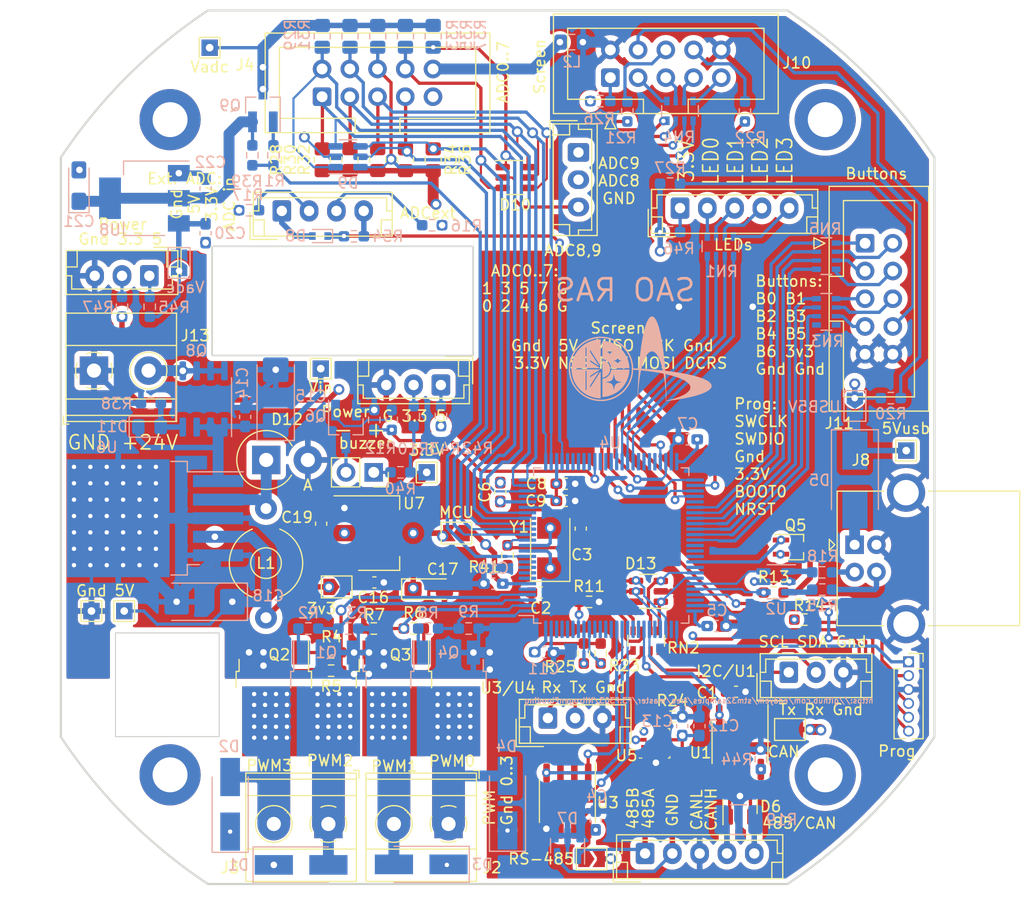
<source format=kicad_pcb>
(kicad_pcb (version 20211014) (generator pcbnew)
  (layers (0 "F.Cu" signal) (1 "In1.Cu" power "GND.Cu") (2 "In2.Cu" mixed "Mixed.Cu") (31 "B.Cu" signal) (34 "B.Paste" user) (35 "F.Paste" user) (36 "B.SilkS" user "B.Silkscreen") (37 "F.SilkS" user "F.Silkscreen") (38 "B.Mask" user) (39 "F.Mask" user) (44 "Edge.Cuts" user))
  (net 0 "")
  (net 1 "+3.3V")
  (net 2 "GND")
  (net 3 "/MCU/OSC_IN")
  (net 4 "/MCU/OSC_OUT")
  (net 5 "/MCU/NRST")
  (net 6 "/MCU/BOOT0")
  (net 7 "/MCU/MCU3v3")
  (net 8 "Net-(C14-Pad1)")
  (net 9 "Net-(C16-Pad1)")
  (net 10 "+5V")
  (net 11 "Net-(C20-Pad1)")
  (net 12 "GNDPWR")
  (net 13 "Net-(C21-Pad1)")
  (net 14 "Vdrive")
  (net 15 "Net-(D5-Pad1)")
  (net 16 "/MCU/VB")
  (net 17 "/MCU/CANL")
  (net 18 "/MCU/CANH")
  (net 19 "/MCU/ADC_EXT")
  (net 20 "/MCU/ADC0")
  (net 21 "/MCU/ADC2")
  (net 22 "/MCU/ADC4")
  (net 23 "/MCU/ADC6")
  (net 24 "/MCU/ADC8")
  (net 25 "/MCU/ADC9")
  (net 26 "/MCU/ADC7")
  (net 27 "/MCU/ADC5")
  (net 28 "/MCU/ADC3")
  (net 29 "/MCU/ADC1")
  (net 30 "Net-(D11-Pad2)")
  (net 31 "Net-(D12-Pad1)")
  (net 32 "Net-(J6-Pad2)")
  (net 33 "Net-(J6-Pad3)")
  (net 34 "/MCU/SWCLK")
  (net 35 "/MCU/SWDIO")
  (net 36 "Net-(J7-Pad4)")
  (net 37 "Net-(J8-Pad2)")
  (net 38 "Net-(J8-Pad3)")
  (net 39 "/MCU/485A")
  (net 40 "/MCU/485B")
  (net 41 "Net-(J10-Pad1)")
  (net 42 "Net-(J10-Pad3)")
  (net 43 "Net-(J10-Pad4)")
  (net 44 "Net-(J10-Pad5)")
  (net 45 "Net-(J10-Pad6)")
  (net 46 "Net-(J10-Pad7)")
  (net 47 "Net-(J10-Pad8)")
  (net 48 "Net-(J10-Pad9)")
  (net 49 "Net-(J11-Pad2)")
  (net 50 "Net-(J11-Pad4)")
  (net 51 "Net-(J11-Pad8)")
  (net 52 "Net-(Q1-Pad1)")
  (net 53 "Net-(Q2-Pad1)")
  (net 54 "Net-(Q3-Pad1)")
  (net 55 "Net-(Q4-Pad1)")
  (net 56 "/MCU/USB_PU")
  (net 57 "Net-(Q5-Pad3)")
  (net 58 "Net-(Q6-Pad1)")
  (net 59 "VADCon")
  (net 60 "+3.3VADC")
  (net 61 "PWM2")
  (net 62 "PWM3")
  (net 63 "PWM1")
  (net 64 "PWM0")
  (net 65 "/MCU/Buzzer")
  (net 66 "/MCU/USB_DP")
  (net 67 "Net-(R15-Pad2)")
  (net 68 "Net-(R18-Pad2)")
  (net 69 "/MCU/SPI2_MISO")
  (net 70 "/MCU/SPI2_SCK")
  (net 71 "/MCU/I2C1_SCL")
  (net 72 "Net-(R24-Pad2)")
  (net 73 "/MCU/I2C1_SDA")
  (net 74 "/MCU/BTN4")
  (net 75 "/MCU/BTN5")
  (net 76 "/MCU/BTN6")
  (net 77 "/MCU/SCRN_DCRS")
  (net 78 "/MCU/SPI2_MOSI")
  (net 79 "/MCU/SCRN_RST")
  (net 80 "/MCU/SPI2_NSS")
  (net 81 "/MCU/BTN0")
  (net 82 "/MCU/BTN1")
  (net 83 "/MCU/BTN2")
  (net 84 "/MCU/BTN3")
  (net 85 "/MCU/CAN_RX")
  (net 86 "/MCU/CAN_TX")
  (net 87 "/MCU/USB_DM")
  (net 88 "/MCU/U2Rx")
  (net 89 "/MCU/DE")
  (net 90 "/MCU/U2Tx")
  (net 113 "Net-(J18-Pad1)")
  (net 114 "Net-(J18-Pad2)")
  (net 115 "Net-(J18-Pad3)")
  (net 116 "Net-(J18-Pad4)")
  (net 117 "Net-(J18-Pad5)")
  (net 121 "/P2")
  (net 122 "/P3")
  (net 123 "/P1")
  (net 124 "/P0")
  (net 129 "Net-(C1-Pad2)")
  (net 130 "Net-(R44-Pad2)")
  (net 135 "Net-(Q9-Pad1)")
  (net 138 "Net-(J16-Pad1)")
  (net 139 "Net-(J11-Pad3)")
  (net 142 "Net-(J11-Pad1)")
  (net 143 "Net-(J11-Pad5)")
  (net 145 "Net-(C4-Pad2)")
  (net 146 "Net-(D8-Pad1)")
  (net 148 "Net-(J5-Pad1)")
  (net 149 "Net-(J5-Pad2)")
  (net 150 "Net-(J11-Pad6)")
  (net 151 "Net-(J11-Pad7)")
  (net 152 "Net-(J16-Pad2)")
  (net 153 "Net-(RN1-Pad4)")
  (net 154 "Net-(RN1-Pad3)")
  (net 155 "Net-(RN1-Pad2)")
  (net 156 "Net-(RN1-Pad1)")
  (net 157 "Net-(J12-Pad1)")
  (net 158 "Net-(J12-Pad2)")
  (net 159 "/MCU/Tx")
  (net 160 "/MCU/Rx")
  (net 161 "/MCU/SCL")
  (net 162 "/MCU/SDA")
  (net 163 "Net-(J14-Pad1)")
  (net 164 "Net-(J14-Pad2)")
  (net 165 "Net-(J15-Pad1)")
  (net 166 "Net-(J15-Pad2)")
  (footprint "MountingHole:MountingHole_3.2mm_M3_DIN965_Pad" (layer "F.Cu") (at 169 55)
    (fp_text reference "H1" hide)
    (fp_text value "MountingHole")
  )
  (footprint "Connector_JST:JST_EH_B3B-EH-A_1x03_P2.50mm_Vertical" (layer "F.Cu") (at 165.6588 105.6132)
    (fp_text reference "J15" hide)
    (fp_text value "I2C/U1")
  )
  (footprint "TerminalBlock_Phoenix:TerminalBlock_Phoenix_MKDS-1,5-2_1x02_P5.00mm_Horizontal" (layer "F.Cu") (at 123.5 119.5 180)
    (fp_text reference "J3")
    (fp_text value "Screw_Terminal_01x02")
  )
  (footprint "TestPoint:TestPoint_THTPad_1.5x1.5mm_Drill0.7mm" (layer "F.Cu") (at 122.8 77.8)
    (fp_text reference "TP2" hide)
    (fp_text value "Vin")
  )
  (footprint "Diode_THT:D_DO-201_P3.81mm_Vertical_AnodeUp" (layer "F.Cu") (at 117.805 86.166)
    (fp_text reference "D12")
    (fp_text value "1N5822")
  )
  (footprint "Connector_JST:JST_EH_B5B-EH-A_1x05_P2.50mm_Vertical" (layer "F.Cu") (at 152.5 122.2)
    (fp_text reference "J9" hide)
    (fp_text value "485/CAN")
  )
  (footprint "Resistor_SMD:R_0805_2012Metric_Pad1.20x1.40mm_HandSolder" (layer "F.Cu") (at 130.556 58.674 90)
    (fp_text reference "R34")
    (fp_text value "1k 0.1%")
  )
  (footprint "Connector_IDC:IDC-Header_2x05_P2.54mm_Vertical" (layer "F.Cu") (at 172.6475 66.32)
    (fp_text reference "J11")
    (fp_text value "IDC2.54_02x05")
  )
  (footprint "Package_SO:SO-8_3.9x4.9mm_P1.27mm" (layer "F.Cu") (at 145.3848 117.4083 -90)
    (fp_text reference "U3")
    (fp_text value "MAX3485")
  )
  (footprint "Resistor_SMD:R_0603_1608Metric_Pad0.98x0.95mm_HandSolder" (layer "F.Cu") (at 164.2753 98.3114)
    (fp_text reference "R13")
    (fp_text value "1k5")
  )
  (footprint "TestPoint:TestPoint_THTPad_1.5x1.5mm_Drill0.7mm" (layer "F.Cu") (at 112.6236 48.4124)
    (fp_text reference "TP6" hide)
    (fp_text value "Vadc")
  )
  (footprint "Connector_JST:JST_EH_B4B-EH-A_1x04_P2.50mm_Vertical" (layer "F.Cu") (at 119.2335 63.359)
    (fp_text reference "J6" hide)
    (fp_text value "ADCext")
  )
  (footprint "Resistor_SMD:R_0805_2012Metric_Pad1.20x1.40mm_HandSolder" (layer "F.Cu") (at 122.936 58.674 90)
    (fp_text reference "R28")
    (fp_text value "1k 0.1%")
  )
  (footprint "Resistor_SMD:R_0603_1608Metric_Pad0.98x0.95mm_HandSolder" (layer "F.Cu") (at 147.3727 99.1616)
    (fp_text reference "R11")
    (fp_text value "10k")
  )
  (footprint "Package_TO_SOT_SMD:SOT-23-6" (layer "F.Cu") (at 152.8064 98.1964 180)
    (fp_text reference "D13")
    (fp_text value "SP0505BAHT")
  )
  (footprint "Package_TO_SOT_SMD:TO-252-2" (layer "F.Cu") (at 118.5 108 -90)
    (fp_text reference "Q2")
    (fp_text value "AOD4184")
  )
  (footprint "Package_TO_SOT_SMD:SOT-223-3_TabPin2" (layer "F.Cu") (at 128.1176 92.8624)
    (fp_text reference "U7")
    (fp_text value "LM1117-3.3")
  )
  (footprint "Package_LGA:Bosch_LGA-8_2.5x2.5mm_P0.65mm_ClockwisePinNumbering" (layer "F.Cu") (at 153.416 112.1156 90)
    (fp_text reference "U5")
    (fp_text value "BME280")
  )
  (footprint "Capacitor_SMD:C_0603_1608Metric_Pad1.08x0.95mm_HandSolder" (layer "F.Cu") (at 127.7112 97.3836)
    (fp_text reference "C16")
    (fp_text value "0.1")
  )
  (footprint "Resistor_SMD:R_0603_1608Metric_Pad0.98x0.95mm_HandSolder" (layer "F.Cu") (at 167.0812 100.7872)
    (fp_text reference "R14")
    (fp_text value "6.8")
  )
  (footprint "Connector_IDC:IDC-Header_2x05_P2.54mm_Vertical" (layer "F.Cu") (at 122.92 52.9 90)
    (fp_text reference "J4")
    (fp_text value "IDC2.54_02x05")
  )
  (footprint "Crystal:Crystal_SMD_5032-2Pin_5.0x3.2mm" (layer "F.Cu") (at 143.8148 94.234 90)
    (fp_text reference "Y1")
    (fp_text value "NX5032GA-8MHz")
  )
  (footprint "Connector_JST:JST_EH_B3B-EH-A_1x03_P2.50mm_Vertical" (layer "F.Cu") (at 133.8 79.3 180)
    (fp_text reference "J5" hide)
    (fp_text value "Power")
  )
  (footprint "TestPoint:TestPoint_THTPad_1.5x1.5mm_Drill0.7mm" (layer "F.Cu") (at 176.4165 85.3066)
    (fp_text reference "TP1" hide)
    (fp_text value "5Vusb")
  )
  (footprint "Package_TO_SOT_SMD:SOT-23-6" (layer "F.Cu") (at 140.6 60.3)
    (fp_text reference "D10")
    (fp_text value "SP0505BAHT")
  )
  (footprint "Jumper:SolderJumper-2_P1.3mm_Open_TrianglePad1.0x1.5mm" (layer "F.Cu") (at 124.2568 97.79)
    (fp_text reference "JP4" hide)
    (fp_text value "3v3")
  )
  (footprint "Connector_PinSocket_2.54mm:PinSocket_1x02_P2.54mm_Vertical" (layer "F.Cu") (at 127.65 87.3 -90)
    (fp_text reference "J16" hide)
    (fp_text value "buzzer")
  )
  (footprint "Resistor_SMD:R_0805_2012Metric_Pad1.20x1.40mm_HandSolder" (layer "F.Cu") (at 133.096 58.674 90)
    (fp_text reference "R36")
    (fp_text value "1k 0.1%")
  )
  (footprint "Capacitor_SMD:C_0603_1608Metric_Pad1.08x0.95mm_HandSolder" (layer "F.Cu") (at 142.9512 98.298 180)
    (fp_text reference "C2")
    (fp_text value "6")
  )
  (footprint "TerminalBlock_Phoenix:TerminalBlock_Phoenix_MKDS-1,5-2_1x02_P5.00mm_Horizontal" (layer "F.Cu") (at 102.031 77.982)
    (fp_text reference "J13")
    (fp_text value "Screw_Terminal_01x02")
  )
  (footprint "Connector_JST:JST_EH_B3B-EH-A_1x03_P2.50mm_Vertical" (layer "F.Cu") (at 146.4 58 -90)
    (fp_text reference "J1" hide)
    (fp_text value "ADC8,9")
  )
  (footprint "TerminalBlock_Phoenix:TerminalBlock_Phoenix_MKDS-1,5-2_1x02_P5.00mm_Horizontal" (layer "F.Cu") (at 134.5 119.5 180)
    (fp_text reference "J2")
    (fp_text value "Screw_Terminal_01x02")
  )
  (footprint "Jumper:SolderJumper-2_P1.3mm_Open_TrianglePad1.0x1.5mm" (layer "F.Cu") (at 165.7604 110.8456)
    (fp_text reference "JP1" hide)
    (fp_text value "CAN")
  )
  (footprint "TestPoint:TestPoint_THTPad_1.5x1.5mm_Drill0.7mm" (layer "F.Cu") (at 104.8 100)
    (fp_text reference "TP4" hide)
    (fp_text value "5V")
  )
  (footprint "Connector_IDC:IDC-Header_2x05_P2.54mm_Vertical" (layer "F.Cu") (at 149.32 51.1525 90)
    (fp_text reference "J10")
    (fp_text value "IDC2.54_02x05")
  )
  (footprint "Resistor_SMD:R_0603_1608Metric_Pad0.98x0.95mm_HandSolder" (layer "F.Cu") (at 131.318 101.6)
    (fp_text reference "R6")
    (fp_text value "510")
  )
  (footprint "Capacitor_SMD:C_0603_1608Metric_Pad1.08x0.95mm_HandSolder" (layer "F.Cu") (at 122.8344 91.9988 90)
    (fp_text reference "C19")
    (fp_text value "0.1")
  )
  (footprint "MountingHole:MountingHole_3.2mm_M3_DIN965_Pad" (layer "F.Cu") (at 109 115)
    (fp_text reference "H3" hide)
    (fp_text value "MountingHole")
  )
  (footprint "Capacitor_SMD:C_0603_1608Metric_Pad1.08x0.95mm_HandSolder" (layer "F.Cu") (at 146.6088 92.456 90)
    (fp_text reference "C3")
    (fp_text value "6")
  )
  (footprint "Package_TO_SOT_SMD:TO-252-2" (layer "F.Cu") (at 129.5 108 -90)
    (fp_text reference "Q3")
    (fp_text value "AOD4184")
  )
  (footprint "Capacitor_SMD:C_0603_1608Metric_Pad1.08x0.95mm_HandSolder" (layer "F.Cu") (at 160.8328 107.3912 180)
    (fp_text reference "C1")
    (fp_text value "1u")
  )
  (footprint "Jumper:SolderJumper-2_P1.3mm_Open_TrianglePad1.0x1.5mm" (layer "F.Cu") (at 147.6 122.7)
    (fp_text reference "JP6" hide)
    (fp_text value "RS-485")
  )
  (footprint "Capacitor_SMD:C_0603_1608Metric_Pad1.08x0.95mm_HandSolder" (layer "F.Cu") (at 145.2372 89.916)
    (fp_text reference "C9")
    (fp_text value "1u")
  )
  (footprint "MountingHole:MountingHole_3.2mm_M3_DIN965_Pad" (layer "F.Cu") (at 169 115)
    (fp_text reference "H4" hide)
    (fp_text value "MountingHole")
  )
  (footprint "Resistor_SMD:R_0603_1608Metric_Pad0.98x0.95mm_HandSolder" (layer "F.Cu") (at 123.7488 103.7844 180)
    (fp_text reference "R4")
    (fp_text value "510")
  )
  (footprint "Resistor_SMD:R_Array_Convex_4x0603" (layer "F.Cu") (at 152.6032 102.7176 -90)
    (fp_text reference "RN2")
    (fp_text value "330")
  )
  (footprint "TestPoint:TestPoint_THTPad_1.5x1.5mm_Drill0.7mm" (layer "F.Cu") (at 101.8 100)
    (fp_text reference "TP3" hide)
    (fp_text value "Gnd")
  )
  (footprint "Capacitor_Tantalum_SMD:CP_EIA-3216-18_Kemet-A_Pad1.58x1.35mm_HandSolder" (layer "F.Cu") (at 132.6896 97.9932)
    (fp_text reference "C17")
    (fp_text value "47u 6V")
  )
  (footprint "TestPoint:TestPoint_THTPad_1.5x1.5mm_Drill0.7mm" (layer "F.Cu") (at 132.5 87.3)
    (fp_text reference "TP5" hide)
    (fp_text value "3.3V")
  )
  (footprint "Resistor_SMD:R_0603_1608Metric_Pad0.98x0.95mm_HandSolder" (layer "F.Cu") (at 155.0162 109.6772 180)
    (fp_text reference "R24")
    (fp_text value "330")
  )
  (footprint "Connector_JST:JST_EH_B5B-EH-A_1x05_P2.50mm_Vertical" (layer "F.Cu") (at 155.7 63.1)
    (fp_text reference "J18" hide)
    (fp_text value "LEDs")
  )
  (footprint "Resistor_SMD:R_0603_1608Metric_Pad0.98x0.95mm_HandSolder" (layer "F.Cu") (at 127.6604 101.6 180)
    (fp_text reference "R7")
    (fp_text value "10k")
  )
  (footprint "Resistor_SMD:R_0603_1608Metric_Pad0.98x0.95mm_HandSolder" (layer "F.Cu") (at 123.7488 105.4608 180)
    (fp_text reference "R5")
    (fp_text value "10k")
  )
  (footprint "Resistor_SMD:R_0805_2012Metric_Pad1.20x1.40mm_HandSolder" (layer "F.Cu") (at 125.476 58.658 90)
    (fp_text reference "R30")
    (fp_text value "1k 0.1%")
  )
  (footprint "Connector_JST:JST_EH_B3B-EH-A_1x03_P2.50mm_Vertical" (layer "F.Cu") (at 143.6 109.8)
    (fp_text reference "J14" hide)
    (fp_text value "U3/U4")
  )
  (footprint "Capacitor_SMD:C_0603_1608Metric_Pad1.08x0.95mm_HandSolder" (layer "F.Cu") (at 139.2428 89.1021 90)
    (fp_text reference "C6")
    (fp_text value "0.1")
  )
  (footprint "Resistor_SMD:R_0603_1608Metric_Pad0.98x0.95mm_HandSolder" (layer "F.Cu") (at 139.9032 94.8925 -90)
    (fp_text reference "R41")
    (fp_text value "10k")
  )
  (footprint "Package_SO:SOIC-8_3.9x4.9mm_P1.27mm" (layer "F.Cu") (at 161.195 112.025 -90)
    (fp_text reference "U1")
    (fp_text value "MCP2551-I-SN")
  )
  (footprint "Inductor_THT:L_Toroid_Horizontal_D6.5mm_P10.00mm_Diameter7-5mm_Amidon-T25" (layer "F.Cu") (at 117.785 100.611 90)
    (fp_text reference "L1")
    (fp_text value "100u")
  )
  (footprint "Package_TO_SOT_SMD:SOT-323_SC-70_Handsoldering" (layer "F.Cu") (at 166.2819 94.1458)
    (fp_text reference "Q5")
    (fp_text value "DTA114Y")
  )
  (footprint "Resistor_SMD:R_0603_1608Metric_Pad0.98x0.95mm_HandSolder" (layer "F.Cu") (at 146.8882 103.8879 -90)
    (fp_text reference "R25")
    (fp_text value "4k7")
  )
  (footprint "Connector_PinSocket_1.27mm:PinSocket_1x06_P1.27mm_Vertical" (layer "F.Cu") (at 176.6316 104.648)
    (fp_text reference "J7" hide)
    (fp_text value "Prog")
  )
  (footprint "Connector_USB:USB_B_OST_USB-B1HSxx_Horizontal" (layer "F.Cu") (at 171.69 93.93)
    (fp_text reference "J8")
    (fp_text value "USB_B")
  )
  (footprint "Package_TO_SOT_SMD:SOT-23" (layer "F.Cu") (at 161.2 117.9 90)
    (fp_text reference "D6")
    (fp_text value "PESD1CAN")
  )
  (footprint "Capacitor_SMD:C_0603_1608Metric_Pad1.08x0.95mm_HandSolder" (layer "F.Cu") (at 145.2372 88.3412)
    (fp_text reference "C8")
    (fp_text value "0.1")
  )
  (footprint "MountingHole:MountingHole_3.2mm_M3_DIN965_Pad" (layer "F.Cu") (at 109 55)
    (fp_text reference "H2" hide)
    (fp_text value "MountingHole")
  )
  (footprint "Resistor_SMD:R_0603_1608Metric_Pad0.98x0.95mm_HandSolder" (layer "F.Cu") (at 148.4376 103.8879 -90)
    (fp_text reference "R23")
    (fp_text value "4k7")
  )
  (footprint "Connector_JST:JST_EH_B3B-EH-A_1x03_P2.50mm_Vertical" (layer "F.Cu") (at 107.1 69.3 180)
    (fp_text reference "J12" hide)
    (fp_text value "Power")
  )
  (footprint "Resistor_SMD:R_0805_2012Metric_Pad1.20x1.40mm_HandSolder" (layer "F.Cu") (at 128.016 58.658 90)
    (fp_text reference "R32")
    (fp_text value "1k 0.1%")
  )
  (footprint "Jumper:SolderJumper-2_P1.3mm_Open_TrianglePad1.0x1.5mm" (layer "F.Cu") (at 135.2296 92.8624 180)
    (fp_text reference "JP3" hide)
    (fp_text value "MCU")
  )
  (footprint "Resistor_SMD:R_0603_1608Metric_Pad0.98x0.95mm_HandSolder" (layer "B.Cu") (at 132.6388 101.6 180)
    (fp_text reference "R8")
    (fp_text value "510")
  )
  (footprint "Package_TO_SOT_SMD:SOT-23_Handsoldering" (layer "B.Cu") (at 117.5 53.7 90)
    (fp_text reference "Q9")
    (fp_text value "SI2305")
  )
  (footprint "Resistor_SMD:R_0603_1608Metric_Pad0.98x0.95mm_HandSolder" (layer "B.Cu") (at 125.8316 65.6844)
    (fp_text reference "R54")
    (fp_text value "330")
  )
  (footprint "Resistor_SMD:R_0603_1608Metric_Pad0.98x0.95mm_HandSolder" (layer "B.Cu") (at 163.1 113.5744 -90)
    (fp_text reference "R44")
    (fp_text value "4k7")
  )
  (footprint "Capacitor_SMD:C_0603_1608Metric_Pad1.08x0.95mm_HandSolder" (layer "B.Cu") (at 147.9804 119.1779 -90)
    (fp_text reference "C4")
    (fp_text value "1u")
  )
  (footprint "Capacitor_SMD:C_0603_1608Metric_Pad1.08x0.95mm_HandSolder" (layer "B.Cu") (at 156.4132 84.2772 180)
    (fp_text reference "C7")
    (fp_text value "0.1")
  )
  (footprint "Resistor_SMD:R_0603_1608Metric_Pad0.98x0.95mm_HandSolder" (layer "B.Cu") (at 121.666 101.6 180)
    (fp_text reference "R2")
    (fp_text value "510")
  )
  (footprint "Package_QFP:LQFP-100_14x14mm_P0.5mm" (layer "B.Cu") (at 149.4 94)
    (fp_text reference "U4")
    (fp_text value "STM32F302VBTx")
  )
  (footprint "Capacitor_Tantalum_SMD:CP_EIA-6032-28_Kemet-C_Pad2.25x2.35mm_HandSolder" (layer "B.Cu") (at 118.674 80.451 90)
    (fp_text reference "C15")
    (fp_text value "47u 35V")
  )
  (footprint "Resistor_SMD:R_0603_1608Metric_Pad0.98x0.95mm_HandSolder" (layer "B.Cu") (at 161.6456 54.2544 90)
    (fp_text reference "R22")
    (fp_text value "330")
  )
  (footprint "Resistor_SMD:R_0603_1608Metric_Pad0.98x0.95mm_HandSolder" (layer "B.Cu") (at 116.2304 63.2968)
    (fp_text reference "R17")
    (fp_text value "6.8")
  )
  (footprint "Diode_SMD:D_SMA_Handsoldering" (layer "B.Cu") (at 114.5 117.7 90)
    (fp_text reference "D2")
    (fp_text value "SS14")
  )
  (footprint "Capacitor_SMD:C_0603_1608Metric_Pad1.08x0.95mm_HandSolder" (layer "B.Cu") (at 112.25 61.3 90)
    (fp_text reference "C22")
    (fp_text value "0.1")
  )
  (footprint "Resistor_SMD:R_0603_1608Metric_Pad0.98x0.95mm_HandSolder" (layer "B.Cu") (at 107.244 80.959 180)
    (fp_text reference "R38")
    (fp_text value "4k7")
  )
  (footprint "Resistor_SMD:R_0603_1608Metric_Pad0.98x0.95mm_HandSolder" (layer "B.Cu") (at 104.5972 72.136 90)
    (fp_text reference "R47")
    (fp_text value "6.8")
  )
  (footprint "Resistor_SMD:R_0603_1608Metric_Pad0.98x0.95mm_HandSolder" (layer "B.Cu") (at 148.4 53.3 180)
    (fp_text reference "R26")
    (fp_text value "6.8")
  )
  (footprint "Resistor_SMD:R_Array_Convex_4x0603" (layer "B.Cu") (at 169.1 72.6 180)
    (fp_text reference "RN3")
    (fp_text value "330")
  )
  (footprint "Jumper:SolderJumper-2_P1.3mm_Open_TrianglePad1.0x1.5mm" (layer "B.Cu") (at 109.8296 68.1228 90)
    (fp_text reference "JP5" hide)
    (fp_text value "Vadc")
  )
  (footprint "Diode_SMD:D_SOD-523" (layer "B.Cu") (at 122.7328 65.659 180)
    (fp_text reference "D8")
    (fp_text value "CESD3v3")
  )
  (footprint "Resistor_SMD:R_0603_1608Metric_Pad0.98x0.95mm_HandSolder" (layer "B.Cu") (at 125.3236 101.6)
    (fp_text reference "R3")
    (fp_text value "10k")
  )
  (footprint "Resistor_SMD:R_0603_1608Metric_Pad0.98x0.95mm_HandSolder" (layer "B.Cu") (at 154.8 65.3)
    (fp_text reference "R46")
    (fp_text value "6.8")
  )
  (footprint "Package_TO_SOT_SMD:SOT-223-3_TabPin2" (layer "B.Cu") (at 106.65 62.2 180)
    (fp_text reference "U8")
    (fp_text value "LM1117-3.3")
  )
  (footprint "Package_TO_SOT_SMD:SOT-23_Handsoldering" (layer "B.Cu") (at 125.1 83.1 -90)
    (fp_text reference "Q6")
    (fp_text value "SI2300")
  )
  (footprint "Resistor_SMD:R_0603_1608Metric_Pad0.98x0.95mm_HandSolder" (layer "B.Cu") (at 168.7222 96.4572 180)
    (fp_text reference "R18")
    (fp_text value "22")
  )
  (footprint "Resistor_SMD:R_0805_2012Metric_Pad1.20x1.40mm_HandSolder" (layer "B.Cu") (at 130.556 47.371 -90)
    (fp_text reference "R35")
    (fp_text value "1k 0.1%")
  )
  (footprint "Resistor_SMD:R_0805_2012Metric_Pad1.20x1.40mm_HandSolder" (layer "B.Cu") (at 128.016 47.371 -90)
    (fp_text reference "R33")
    (fp_text value "1k 0.1%")
  )
  (footprint "Diode_SMD:D_SMA_Handsoldering" (layer "B.Cu") (at 121 123.25)
    (fp_text reference "D1")
    (fp_text value "SS14")
  )
  (footprint "Resistor_SMD:R_Array_Convex_4x0603" (layer "B.Cu") (at 169.1 67.5)
    (fp_text reference "RN5")
    (fp_text value "330")
  )
  (footprint "Jumper:SolderJumper-2_P1.3mm_Open_TrianglePad1.0x1.5mm" (layer "B.Cu") (at 171.7175 81.2172 -90)
    (fp_text reference "JP2" hide)
    (fp_text value "USB5V")
  )
  (footprint "Package_TO_SOT_SMD:SOT-23" (layer "B.Cu") (at 145.4 121.5 90)
    (fp_text reference "D7")
    (fp_text value "PESD1CAN")
  )
  (footprint "Resistor_SMD:R_0603_1608Metric_Pad0.98x0.95mm_HandSolder" (layer "B.Cu") (at 136.3472 101.6)
    (fp_text reference "R9")
    (fp_text value "10k")
  )
  (footprint "Resistor_SMD:R_Array_Convex_4x0603" (layer "B.Cu") (at 159.4 66.6 90)
    (fp_text reference "RN1")
    (fp_text value "330")
  )
  (footprint "Resistor_SMD:R_0603_1608Metric_Pad0.98x0.95mm_HandSolder" (layer "B.Cu") (at 116.5352 58.2676 -90)
    (fp_text reference "R39")
    (fp_text value "10k")
  )
  (footprint "Capacitor_SMD:C_0603_1608Metric_Pad1.08x0.95mm_HandSolder" (layer "B.Cu") (at 138.6 97.5 180)
    (fp_text reference "C10")
    (fp_text value "0.1")
  )
  (footprint "Package_SO:SO-8_3.9x4.9mm_P1.27mm" (layer "B.Cu") (at 112.07 80.578 90)
    (fp_text reference "Q8")
    (fp_text value "IRF9310")
  )
  (footprint "Capacitor_Tantalum_SMD:CP_EIA-6032-28_Kemet-C_Pad2.25x2.35mm_HandSolder" (layer "B.Cu") (at 112.15 99.15 180)
    (fp_text reference "C18")
    (fp_text value "47u 10V")
  )
  (footprint "Resistor_SMD:R_0603_1608Metric_Pad0.98x0.95mm_HandSolder" (layer "B.Cu") (at 154.7876 60.8584 180)
    (fp_text reference "R27")
    (fp_text value "6.8")
  )
  (footprint "Resistor_SMD:R_1210_3225Metric_Pad1.30x2.65mm_HandSolder" (layer "B.Cu") (at 161.05 119.1 180)
    (fp_text reference "R19")
    (fp_text value "120")
  )
  (footprint "Resistor_SMD:R_0603_1608Metric_Pad0.98x0.95mm_HandSolder" (layer "B.Cu") (at 131.318 82.1417 90)
    (fp_text reference "R43")
    (fp_text value "6.8")
  )
  (footprint "Capacitor_SMD:C_0603_1608Metric_Pad1.08x0.95mm_HandSolder" (layer "B.Cu") (at 155.9052 110.5408 90)
    (fp_text reference "C13")
    (fp_text value "0.1")
  )
  (footprint "Package_TO_SOT_SMD:SOT-23-6" (layer "B.Cu") (at 164.484 97.3208 180)
    (fp_text reference "U2")
    (fp_text value "USBLC6-2SC6")
  )
  (footprint "Package_TO_SOT_SMD:TO-263-5_TabPin3" (layer "B.Cu") (at 107.625 91.5 180)
    (fp_text reference "U6")
    (fp_text value "LM2576HVS-5")
  )
  (footprint "Diode_SMD:D_SMA_Handsoldering" (layer "B.Cu") (at 132 123.2 180)
    (fp_text reference "D3")
    (fp_text value "SS14")
  )
  (footprint "Resistor_SMD:R_0603_1608Metric_Pad0.98x0.95mm_HandSolder" (layer "B.Cu") (at 150.876 54.2544 90)
    (fp_text reference "R21")
    (fp_text value "330")
  )
  (footprint "Resistor_SMD:R_0603_1608Metric_Pad0.98x0.95mm_HandSolder" (layer "B.Cu") (at 129.3 82.5 -90)
    (fp_text reference "R10")
    (fp_text value "330")
  )
  (footprint "Resistor_SMD:R_0603_1608Metric_Pad0.98x0.95mm_HandSolder" (layer "B.Cu") (at 133.8072 82.1436 90)
    (fp_text reference "R42")
    (fp_text value "6.8")
  )
  (footprint "Capacitor_SMD:C_0603_1608Metric_Pad1.08x0.95mm_HandSolder" (layer "B.Cu") (at 112.25 65.4 -90)
    (fp_text reference "C20")
    (fp_text value "0.1")
  )
  (footprint "Diode_SMD:D_0805_2012Metric_Pad1.15x1.40mm_HandSolder" (layer "B.Cu") (at 107.117 83.118)
    (fp_text reference "D11")
    (fp_text value "MM3Z7V5")
  )
  (footprint "Inductor_SMD:L_0805_2012Metric_Pad1.15x1.40mm_HandSolder" (layer "B.Cu") (at 145.8 47.9 180)
    (fp_text reference "L2")
    (fp_text value "2.5k@100MHz")
  )
  (footprint "Resistor_SMD:R_0603_1608Metric_Pad0.98x0.95mm_HandSolder" (layer "B.Cu") (at 168.7222 98.032 180)
    (fp_text reference "R15")
    (fp_text value "22")
  )
  (footprint "Capacitor_Tantalum_SMD:CP_EIA-3216-18_Kemet-A_Pad1.58x1.35mm_HandSolder" (layer "B.Cu") (at 100.65 61.0375 90)
    (fp_text reference "C21")
    (fp_text value "47u 6V")
  )
  (footprint "Package_TO_SOT_SMD:TO-252-2" (layer "B.Cu") (at 134.5 108 -90)
    (fp_text reference "Q4")
    (fp_text value "AOD4184")
  )
  (footprint "Resistor_SMD:R_0603_1608Metric_Pad0.98x0.95mm_HandSolder" (layer "B.Cu") (at 107.1372 72.136 90)
    (fp_text reference "R45")
    (fp_text value "6.8")
  )
  (footprint "Package_TO_SOT_SMD:TO-252-2" (layer "B.Cu") (at 123.5 108 -90)
    (fp_text reference "Q1")
    (fp_text value "AOD4184")
  )
  (footprint "Resistor_SMD:R_0603_1608Metric_Pad0.98x0.95mm_HandSolder" (layer "B.Cu") (at 175 80.5)
    (fp_text reference "R20")
    (fp_text value "6.8")
  )
  (footprint "Diode_SMD:D_SMA_Handsoldering" (layer "B.Cu") (at 139.9 117.6 90)
    (fp_text reference "D4")
    (fp_text value "SS14")
  )
  (footprint "Capacitor_SMD:C_0603_1608Metric_Pad1.08x0.95mm_HandSolder" (layer "B.Cu") (at 143.256 103.759)
    (fp_text reference "C11")
    (fp_text value "0.1")
  )
  (footprint "Capacitor_SMD:C_0603_1608Metric_Pad1.08x0.95mm_HandSolder" (layer "B.Cu") (at 159.0548 101.3714)
    (fp_text reference "C5")
    (fp_text value "0.1")
  )
  (footprint "Resistor_SMD:R_0603_1608Metric_Pad0.98x0.95mm_HandSolder" (layer "B.Cu") (at 130.1 87.3 180)
    (fp_text reference "R40")
    (fp_text value "6.8")
  )
  (footprint "Resistor_SMD:R_0603_1608Metric_Pad0.98x0.95mm_HandSolder" (layer "B.Cu") (at 118.4656 58.2676 -90)
    (fp_text reference "R1")
    (fp_text value "330")
  )
  (footprint "Package_TO_SOT_SMD:SOT-23-6" (layer "B.Cu") (at 125.3 58.4)
    (fp_text reference "D9")
    (fp_text value "SP0505BAHT")
  )
  (footprint "Resistor_SMD:R_0603_1608Metric_Pad0.98x0.95mm_HandSolder" (layer "B.Cu") (at 127.7 82.5 90)
    (fp_text reference "R12")
    (fp_text value "10k")
  )
  (footprint "Resistor_SMD:R_Array_Convex_4x0603" (layer "B.Cu") (at 155.7 54.2 90)
    (fp_text reference "RN4")
    (fp_text value "330")
  )
  (footprint "Resistor_SMD:R_0603_1608Metric_Pad0.98x0.95mm_HandSolder" (layer "B.Cu") (at 132.9963 64.6684 180)
    (fp_text reference "R16")
    (fp_text value "6.8")
  )
  (footprint "Resistor_SMD:R_0805_2012Metric_Pad1.20x1.40mm_HandSolder" (layer "B.Cu") (at 133.096 47.371 -90)
    (fp_text reference "R37")
    (fp_text value "1k 0.1%")
  )
  (footprint "Capacitor_SMD:C_0603_1608Metric_Pad1.08x0.95mm_HandSolder" (layer "B.Cu") (at 115.88 82.229 90)
    (fp_text reference "C14")
    (fp_text value "0.1")
  )
  (footprint "Diode_SMD:D_SMB_Handsoldering" (layer "B.Cu") (at 171.7175 87.999 -90)
    (fp_text reference "D5")
    (fp_text value "MBRS130L")
  )
  (footprint "Resistor_SMD:R_0805_2012Metric_Pad1.20x1.40mm_HandSolder" (layer "B.Cu") (at 122.936 47.371 -90)
    (fp_text reference "R29")
    (fp_text value "1k 0.1%")
  )
  (footprint "Capacitor_SMD:C_0603_1608Metric_Pad1.08x0.95mm_HandSolder" (layer "B.Cu") (at 157.48 110.5408 90)
    (fp_text reference "C12")
    (fp_text value "1u")
  )
  (footprint "Resistor_SMD:R_0805_2012Metric_Pad1.20x1.40mm_HandSolder" (layer "B.Cu") (at 125.476 47.371 -90)
    (fp_text reference "R31")
    (fp_text value "1k 0.1%")
  )
  (gr_poly (pts (xy 149.401152 77.909699) (xy 149.400854 77.917766) (xy 149.399991 77.927542) (xy 149.396753 77.951371) (xy 149.391813 77.979499) (xy 149.385542 78.01024) (xy 149.378311 78.041908) (xy 149.370493 78.072814) (xy 149.362461 78.101274) (xy 149.354585 78.125599) (xy 149.332536 78.181164) (xy 149.306743 78.235029) (xy 149.277415 78.287012) (xy 149.244761 78.336935) (xy 149.20899 78.384617) (xy 149.170311 78.429878) (xy 149.128932 78.472539) (xy 149.085063 78.51242) (xy 149.038911 78.54934) (xy 148.990686 78.583121) (xy 148.940597 78.613582) (xy 148.888852 78.640544) (xy 148.83566 78.663826) (xy 148.78123 78.68325) (xy 148.72577 78.698634) (xy 148.66949 78.709799) (xy 148.649735 78.713051) (xy 148.631038 78.716237) (xy 148.615516 78.719026) (xy 148.609607 78.720168) (xy 148.605285 78.721088) (xy 148.589763 78.72391) (xy 148.589763 80.398194) (xy 148.668785 80.393254) (xy 148.763655 80.385599) (xy 148.858457 80.374051) (xy 148.953042 80.358669) (xy 149.047261 80.339511) (xy 149.140962 80.316636) (xy 149.233997 80.290104) (xy 149.326216 80.259973) (xy 149.417468 80.226302) (xy 149.507604 80.189151) (xy 149.596474 80.148577) (xy 149.683927 80.10464) (xy 149.769815 80.057399) (xy 149.853988 80.006913) (xy 149.936295 79.95324) (xy 150.016586 79.89644) (xy 150.094712 79.836571) (xy 150.185579 79.760732) (xy 150.272634 79.680974) (xy 150.35577 79.597479) (xy 150.434879 79.510428) (xy 150.509854 79.420004) (xy 150.580587 79.326388) (xy 150.646971 79.229763) (xy 150.708899 79.13031) (xy 150.759306 79.040592) (xy 150.364407 79.040592) (xy 150.364147 79.041498) (xy 150.363116 79.042414) (xy 150.361308 79.043348) (xy 150.35534 79.0453) (xy 150.346199 79.047416) (xy 150.333841 79.049755) (xy 150.299295 79.055352) (xy 150.251346 79.062577) (xy 150.190429 79.07273) (xy 150.134263 79.083709) (xy 150.082619 79.095662) (xy 150.03527 79.108736) (xy 150.013135 79.115739) (xy 149.991989 79.123079) (xy 149.971803 79.130773) (xy 149.952549 79.138839) (xy 149.934198 79.147297) (xy 149.916722 79.156164) (xy 149.900092 79.165459) (xy 149.884281 79.175201) (xy 149.869259 79.185408) (xy 149.854998 79.196099) (xy 149.84147 79.207292) (xy 149.828647 79.219005) (xy 149.816499 79.231257) (xy 149.804999 79.244067) (xy 149.794118 79.257452) (xy 149.783827 79.271432) (xy 149.774099 79.286025) (xy 149.764905 79.301249) (xy 149.756216 79.317123) (xy 149.748004 79.333666) (xy 149.74024 79.350895) (xy 149.732897 79.368829) (xy 149.725945 79.387487) (xy 149.719357 79.406888) (xy 149.710896 79.434617) (xy 149.702071 79.467852) (xy 149.693114 79.505486) (xy 149.684256 79.546411) (xy 149.675729 79.589519) (xy 149.667764 79.633702) (xy 149.660593 79.677851) (xy 149.654447 79.72086) (xy 149.650908 79.744617) (xy 149.649299 79.754904) (xy 149.647832 79.763811) (xy 149.64653 79.771096) (xy 149.645417 79.776522) (xy 149.644941 79.778462) (xy 149.644521 79.779847) (xy 149.64416 79.780647) (xy 149.644004 79.780818) (xy 149.643863 79.780832) (xy 149.641614 79.769631) (xy 149.636454 79.740968) (xy 149.62058 79.648188) (xy 149.613046 79.604987) (xy 149.60549 79.564714) (xy 149.597856 79.527225) (xy 149.590087 79.49237) (xy 149.582128 79.460005) (xy 149.573923 79.429981) (xy 149.565416 79.402153) (xy 149.556551 79.376373) (xy 149.547273 79.352494) (xy 149.537526 79.330371) (xy 149.527254 79.309856) (xy 149.5164 79.290802) (xy 149.504911 79.273063) (xy 149.492728 79.256492) (xy 149.479798 79.240942) (xy 149.466063 79.226266) (xy 149.450237 79.210932) (xy 149.433846 79.196631) (xy 149.416688 79.183287) (xy 149.398562 79.170824) (xy 149.379265 79.159168) (xy 149.358597 79.148243) (xy 149.336356 79.137972) (xy 149.31234 79.128282) (xy 149.286349 79.119095) (xy 149.258179 79.110338) (xy 149.227631 79.101934) (xy 149.194502 79.093809) (xy 149.15859 79.085885) (xy 149.119695 79.078089) (xy 149.032146 79.062577) (xy 149.011989 79.059237) (xy 148.993589 79.056097) (xy 148.97695 79.05316) (xy 148.962076 79.050428) (xy 148.948971 79.047902) (xy 148.93764 79.045585) (xy 148.928087 79.043479) (xy 148.920316 79.041586) (xy 148.91433 79.039908) (xy 148.912008 79.03915) (xy 148.910135 79.038447) (xy 148.90871 79.037798) (xy 148.907734 79.037205) (xy 148.907207 79.036667) (xy 148.907113 79.036419) (xy 148.907131 79.036184) (xy 148.907261 79.035964) (xy 148.907505 79.035757) (xy 148.90833 79.035387) (xy 148.909607 79.035072) (xy 148.911336 79.034814) (xy 148.913518 79.034613) (xy 148.916153 79.03447) (xy 148.922785 79.034354) (xy 148.928819 79.033971) (xy 148.938649 79.032877) (xy 148.967676 79.028886) (xy 149.005831 79.023043) (xy 149.049079 79.01601) (xy 149.123587 79.002486) (xy 149.190786 78.98805) (xy 149.251138 78.97222) (xy 149.305108 78.954516) (xy 149.329844 78.944811) (xy 149.353157 78.934456) (xy 149.375107 78.923392) (xy 149.39575 78.911558) (xy 149.415144 78.898893) (xy 149.433348 78.885339) (xy 149.450419 78.870835) (xy 149.466416 78.85532) (xy 149.481395 78.838734) (xy 149.495415 78.821017) (xy 149.508534 78.802109) (xy 149.52081 78.78195) (xy 149.5323 78.76048) (xy 149.543062 78.737637) (xy 149.553155 78.713363) (xy 149.562636 78.687596) (xy 149.579994 78.631345) (xy 149.595599 78.568404) (xy 149.609914 78.49829) (xy 149.623402 78.420521) (xy 149.630965 78.375123) (xy 149.637337 78.337795) (xy 149.641857 78.312373) (xy 149.643216 78.305325) (xy 149.643863 78.302693) (xy 149.644477 78.304607) (xy 149.645726 78.310598) (xy 149.649772 78.33312) (xy 149.655273 78.366888) (xy 149.661503 78.408526) (xy 149.669896 78.460117) (xy 149.678707 78.508347) (xy 149.687992 78.553347) (xy 149.697805 78.595245) (xy 149.708201 78.634171) (xy 149.719235 78.670253) (xy 149.730961 78.703621) (xy 149.743435 78.734405) (xy 149.749969 78.748868) (xy 149.75671 78.762733) (xy 149.763666 78.776016) (xy 149.770843 78.788734) (xy 149.778247 78.800903) (xy 149.785887 78.812538) (xy 149.793767 78.823657) (xy 149.801897 78.834274) (xy 149.810281 78.844407) (xy 149.818928 78.854071) (xy 149.827844 78.863283) (xy 149.837035 78.872059) (xy 149.84651 78.880414) (xy 149.856273 78.888366) (xy 149.866333 78.895929) (xy 149.876697 78.903121) (xy 149.891988 78.912832) (xy 149.908274 78.922137) (xy 149.925625 78.931059) (xy 149.94411 78.939623) (xy 149.963798 78.947851) (xy 149.984758 78.955769) (xy 150.00706 78.963399) (xy 150.030772 78.970766) (xy 150.082706 78.984804) (xy 150.141115 78.998073) (xy 150.206551 79.010764) (xy 150.279569 79.023066) (xy 150.317973 79.029133) (xy 150.345108 79.033902) (xy 150.354338 79.035953) (xy 150.360618 79.037861) (xy 150.362637 79.038782) (xy 150.363902 79.03969) (xy 150.364407 79.040592) (xy 150.759306 79.040592) (xy 150.766263 79.028211) (xy 150.818955 78.923648) (xy 150.866868 78.816803) (xy 150.909894 78.707858) (xy 150.947927 78.596995) (xy 150.980858 78.484396) (xy 151.00858 78.370242) (xy 151.030986 78.254715) (xy 151.036958 78.21664) (xy 151.043046 78.171967) (xy 151.048969 78.123424) (xy 151.054445 78.07374) (xy 151.059194 78.025644) (xy 151.062934 77.981864) (xy 151.065384 77.945128) (xy 151.066263 77.918165) (xy 151.066263 77.884299) (xy 149.401152 77.884299)) (layer "B.SilkS") (width 0) (fill solid))
  (gr_poly (pts (xy 153.122958 73.025137) (xy 153.104317 73.02576) (xy 153.096161 73.026173) (xy 153.088661 73.026681) (xy 153.081728 73.027304) (xy 153.075271 73.028065) (xy 153.0692 73.028982) (xy 153.063426 73.030077) (xy 153.057859 73.03137) (xy 153.052409 73.032882) (xy 153.046986 73.034634) (xy 153.041499 73.036647) (xy 153.03586 73.038941) (xy 153.029977 73.041536) (xy 153.023762 73.044454) (xy 153.017125 73.047715) (xy 153.005703 73.053936) (xy 152.99372 73.06143) (xy 152.981257 73.070114) (xy 152.968397 73.079906) (xy 152.955223 73.090724) (xy 152.941817 73.102484) (xy 152.928263 73.115104) (xy 152.914642 73.128501) (xy 152.901038 73.142593) (xy 152.887534 73.157297) (xy 152.874211 73.17253) (xy 152.861152 73.188209) (xy 152.848441 73.204252) (xy 152.83616 73.220576) (xy 152.824392 73.237099) (xy 152.813219 73.253737) (xy 152.79181 73.288315) (xy 152.767887 73.330467) (xy 152.742376 73.378307) (xy 152.716205 73.42995) (xy 152.690298 73.483511) (xy 152.665581 73.537106) (xy 152.642982 73.588849) (xy 152.623425 73.636854) (xy 152.515723 73.95046) (xy 152.413213 74.323382) (xy 152.31659 74.751503) (xy 152.226549 75.230704) (xy 152.143784 75.75687) (xy 152.06899 76.325881) (xy 152.002861 76.933621) (xy 151.946091 77.575971) (xy 151.939333 77.657474) (xy 151.933303 77.724755) (xy 151.928728 77.770737) (xy 151.927213 77.78353) (xy 151.926689 77.786989) (xy 151.926335 77.788343) (xy 151.904875 77.78862) (xy 151.850301 77.78712) (xy 151.684771 77.78067) (xy 151.515669 77.772766) (xy 151.428919 77.767177) (xy 151.426426 77.766709) (xy 151.424222 77.766016) (xy 151.422284 77.764972) (xy 151.420584 77.76345) (xy 151.4191 77.761325) (xy 151.417806 77.75847) (xy 151.416677 77.754759) (xy 151.415689 77.750067) (xy 151.414817 77.744266) (xy 151.414036 77.737232) (xy 151.412647 77.718956) (xy 151.411324 77.694231) (xy 151.409869 77.662049) (xy 151.402826 77.554979) (xy 151.391528 77.447929) (xy 151.376037 77.34107) (xy 151.356412 77.23457) (xy 151.332715 77.1286) (xy 151.305007 77.023328) (xy 151.273349 76.918924) (xy 151.237801 76.815558) (xy 151.198426 76.7134) (xy 151.155283 76.612617) (xy 151.108434 76.513381) (xy 151.05794 76.415861) (xy 151.003861 76.320226) (xy 150.946259 76.226645) (xy 150.885195 76.135289) (xy 150.820729 76.046326) (xy 150.784732 75.999795) (xy 150.747196 75.95341) (xy 150.708235 75.907282) (xy 150.667966 75.861526) (xy 150.626501 75.816254) (xy 150.583956 75.771577) (xy 150.540446 75.72761) (xy 150.496086 75.684465) (xy 150.450989 75.642254) (xy 150.405272 75.601089) (xy 150.359048 75.561085) (xy 150.312432 75.522352) (xy 150.265539 75.485005) (xy 150.218485 75.449155) (xy 150.171382 75.414915) (xy 150.124347 75.382399) (xy 150.047654 75.33225) (xy 149.970218 75.284719) (xy 149.89201 75.239795) (xy 149.812998 75.197466) (xy 149.733151 75.157721) (xy 149.652437 75.120548) (xy 149.570826 75.085936) (xy 149.488288 75.053874) (xy 149.40479 75.024351) (xy 149.320302 74.997354) (xy 149.234793 74.972873) (xy 149.148232 74.950896) (xy 149.060588 74.931412) (xy 148.97183 74.91441) (xy 148.881926 74.899878) (xy 148.790846 74.887804) (xy 148.730903 74.882617) (xy 148.653935 74.87872) (xy 148.565806 74.876146) (xy 148.472376 74.874928) (xy 148.379509 74.875099) (xy 148.293066 74.876692) (xy 148.21891 74.87974) (xy 148.162902 74.884276) (xy 148.052624 74.898872) (xy 147.944283 74.91674) (xy 147.837851 74.937895) (xy 147.733296 74.962351) (xy 147.630589 74.990122) (xy 147.529701 75.021223) (xy 147.4306 75.055669) (xy 147.333257 75.093474) (xy 147.237642 75.134652) (xy 147.143726 75.179218) (xy 147.051477 75.227186) (xy 146.960867 75.278572) (xy 146.871865 75.333388) (xy 146.78444 75.391651) (xy 146.698565 75.453374) (xy 146.614207 75.518571) (xy 146.581844 75.545047) (xy 146.548644 75.573283) (xy 146.480494 75.634271) (xy 146.411268 75.700005) (xy 146.34248 75.768955) (xy 146.275644 75.839592) (xy 146.212272 75.910386) (xy 146.153878 75.979807) (xy 146.12702 76.013525) (xy 146.101974 76.046326) (xy 146.04238 76.128697) (xy 145.985843 76.212533) (xy 145.93238 76.297798) (xy 145.882006 76.384453) (xy 145.834737 76.47246) (xy 145.790589 76.56178) (xy 145.749576 76.652376) (xy 145.711714 76.744209) (xy 145.677019 76.837241) (xy 145.645506 76.931434) (xy 145.617191 77.026748) (xy 145.592089 77.123148) (xy 145.570216 77.220593) (xy 145.551587 77.319045) (xy 145.536218 77.418467) (xy 145.524124 77.518821) (xy 145.519494 77.579454) (xy 145.516186 77.653582) (xy 145.514202 77.736705) (xy 145.513541 77.824326) (xy 145.514202 77.911948) (xy 145.516186 77.995071) (xy 145.519494 78.069198) (xy 145.524124 78.129832) (xy 145.533043 78.20555) (xy 145.543911 78.281058) (xy 145.556713 78.356293) (xy 145.57143 78.431193) (xy 145.588044 78.505695) (xy 145.606538 78.57974) (xy 145.626895 78.653263) (xy 145.649096 78.726203) (xy 145.673125 78.798498) (xy 145.698963 78.870087) (xy 145.726594 78.940906) (xy 145.755999 79.010895) (xy 145.787161 79.07999) (xy 145.820062 79.148131) (xy 145.854686 79.215254) (xy 145.891014 79.281299) (xy 145.916136 79.323771) (xy 145.946608 79.372503) (xy 145.980967 79.425352) (xy 146.017748 79.480177) (xy 146.055488 79.534837) (xy 146.092725 79.58719) (xy 146.127993 79.635095) (xy 146.15983 79.67641) (xy 146.20132 79.725832) (xy 146.252434 79.782728) (xy 146.310295 79.844189) (xy 146.372026 79.907303) (xy 146.434748 79.96916) (xy 146.495586 80.02685) (xy 146.551661 80.077463) (xy 146.577014 80.099206) (xy 146.600097 80.118088) (xy 146.681717 80.181238) (xy 146.764176 80.241066) (xy 146.84755 80.297608) (xy 146.931917 80.350899) (xy 147.017355 80.400973) (xy 147.103942 80.447866) (xy 147.191754 80.491613) (xy 147.280869 80.532249) (xy 147.371365 80.569809) (xy 147.46332 80.604329) (xy 147.55681 80.635843) (xy 147.651914 80.664386) (xy 147.748709 80.689995) (xy 147.847272 80.712703) (xy 147.94768 80.732546) (xy 148.050013 80.74956) (xy 148.080053 80.753879) (xy 148.11015 80.757387) (xy 148.142348 80.760201) (xy 148.178688 80.762436) (xy 148.221213 80.764208) (xy 148.271965 80.765633) (xy 148.406319 80.767904) (xy 148.50154 80.769031) (xy 148.581638 80.769117) (xy 148.65021 80.767979) (xy 148.710854 80.765435) (xy 148.767165 80.761303) (xy 148.822739 80.755403) (xy 148.881175 80.747551) (xy 148.946069 80.737566) (xy 149.084961 80.71142) (xy 149.222083 80.678586) (xy 149.357202 80.639202) (xy 149.490085 80.593412) (xy 149.6205 80.541353) (xy 149.748215 80.483168) (xy 149.872997 80.418997) (xy 149.994613 80.34898) (xy 150.11283 80.273259) (xy 150.227417 80.191972) (xy 150.33814 80.105262) (xy 150.444768 80.013268) (xy 150.547067 79.916132) (xy 150.644806 79.813993) (xy 150.73775 79.706993) (xy 150.825669 79.595271) (xy 150.889218 79.507072) (xy 150.949393 79.416666) (xy 151.006143 79.324193) (xy 151.059417 79.229793) (xy 151.109165 79.133607) (xy 151.155335 79.035776) (xy 151.197878 78.936441) (xy 151.236743 78.83574) (xy 151.271879 78.733817) (xy 151.303235 78.63081) (xy 151.330761 78.52686) (xy 151.354405 78.422108) (xy 151.374119 78.316695) (xy 151.38985 78.210761) (xy 151.401548 78.104447) (xy 151.409163 77.997893) (xy 151.414101 77.904054) (xy 151.464197 77.907582) (xy 151.717491 77.928043) (xy 151.919985 77.943566) (xy 151.916457 77.975316) (xy 151.90465 78.136259) (xy 151.887089 78.435779) (xy 151.852958 79.119021) (xy 151.83856 79.517715) (xy 151.826147 79.941081) (xy 151.817437 80.328597) (xy 151.814152 80.619737) (xy 151.814152 80.770021) (xy 151.831791 80.770021) (xy 151.837613 80.769878) (xy 151.839969 80.769575) (xy 151.841989 80.769007) (xy 151.84288 80.768598) (xy 151.843698 80.768092) (xy 151.844445 80.767478) (xy 151.845124 80.766747) (xy 151.845738 80.765887) (xy 151.846291 80.764889) (xy 151.847225 80.762436) (xy 151.847953 80.759306) (xy 151.8485 80.755414) (xy 151.848892 80.750679) (xy 151.849154 80.745018) (xy 151.849395 80.730587) (xy 151.84943 80.71146) (xy 151.851646 80.587117) (xy 151.857103 80.397752) (xy 151.864015 80.198201) (xy 151.870597 80.043299) (xy 151.88636 79.780884) (xy 151.906084 79.522753) (xy 151.929694 79.269616) (xy 151.957115 79.022183) (xy 151.988274 78.781167) (xy 152.023096 78.547278) (xy 152.061506 78.321228) (xy 152.10343 78.103727) (xy 152.114509 78.050369) (xy 152.123803 78.006536) (xy 152.130318 77.976727) (xy 152.132224 77.968486) (xy 152.133063 77.965438) (xy 152.160736 77.966948) (xy 152.232073 77.973816) (xy 152.461058 77.998599) (xy 152.730658 78.029732) (xy 152.951507 78.05716) (xy 153.237621 78.097454) (xy 153.520626 78.141385) (xy 153.794768 78.187831) (xy 154.054291 78.235665) (xy 154.188346 78.261771) (xy 154.210925 78.388771) (xy 154.241283 78.571626) (xy 154.269772 78.765361) (xy 154.296178 78.967961) (xy 154.320285 79.177406) (xy 154.341879 79.39168) (xy 154.360744 79.608765) (xy 154.376666 79.826644) (xy 154.38943 80.043299) (xy 154.396011 80.200825) (xy 154.402923 80.399163) (xy 154.408381 80.585728) (xy 154.410596 80.707932) (xy 154.410596 80.770021) (xy 154.445874 80.770021) (xy 154.524363 80.764159) (xy 154.662755 80.747995) (xy 155.060678 80.693292) (xy 155.522497 80.622979) (xy 155.931069 80.554121) (xy 156.210695 80.500951) (xy 156.475836 80.445999) (xy 156.726312 80.389333) (xy 156.961941 80.331022) (xy 157.182542 80.271137) (xy 157.387935 80.209745) (xy 157.577939 80.146917) (xy 157.752372 80.082722) (xy 157.911055 80.017228) (xy 158.053806 79.950506) (xy 158.180444 79.882624) (xy 158.237664 79.84827) (xy 158.290788 79.813651) (xy 158.339794 79.778778) (xy 158.384658 79.743658) (xy 158.425359 79.7083) (xy 158.461873 79.672713) (xy 158.494178 79.636905) (xy 158.522252 79.600885) (xy 158.546071 79.564661) (xy 158.559956 79.538786) (xy 156.645923 79.538786) (xy 156.645742 79.553562) (xy 156.645135 79.567743) (xy 156.644081 79.581424) (xy 156.642561 79.594699) (xy 156.640552 79.607662) (xy 156.638035 79.620406) (xy 156.634989 79.633027) (xy 156.631393 79.645618) (xy 156.627227 79.658272) (xy 156.622469 79.671085) (xy 156.6171 79.68415) (xy 156.611097 79.697561) (xy 156.604442 79.711413) (xy 156.597113 79.725799) (xy 156.577804 79.760295) (xy 156.556077 79.794232) (xy 156.531863 79.827665) (xy 156.505093 79.860648) (xy 156.475698 79.893234) (xy 156.443609 79.925477) (xy 156.408756 79.95743) (xy 156.371071 79.989148) (xy 156.330483 80.020683) (xy 156.286924 80.052091) (xy 156.240324 80.083424) (xy 156.190614 80.114736) (xy 156.137725 80.146082) (xy 156.081588 80.177514) (xy 156.022133 80.209087) (xy 155.959291 80.240854) (xy 155.829554 80.302083) (xy 155.69226 80.361064) (xy 155.546665 80.418059) (xy 155.392024 80.473335) (xy 155.227594 80.527156) (xy 155.05263 80.579786) (xy 154.866388 80.63149) (xy 154.668124 80.682532) (xy 154.585861 80.702894) (xy 154.517488 80.719486) (xy 154.470282 80.730653) (xy 154.45689 80.733687) (xy 154.451519 80.734744) (xy 154.45099 80.73402) (xy 154.450466 80.731895) (xy 154.449446 80.72373) (xy 154.448492 80.710819) (xy 154.447638 80.693733) (xy 154.446359 80.649316) (xy 154.445874 80.595043) (xy 154.440671 80.199899) (xy 154.427001 79.684965) (xy 154.407774 79.143175) (xy 154.385902 78.667466) (xy 154.371085 78.390182) (xy 154.370191 78.371545) (xy 154.369619 78.354463) (xy 154.369361 78.339233) (xy 154.369348 78.332406) (xy 154.36941 78.326153) (xy 154.369546 78.320512) (xy 154.369756 78.31552) (xy 154.370038 78.311214) (xy 154.370391 78.307632) (xy 154.370814 78.304811) (xy 154.371307 78.302787) (xy 154.371579 78.302086) (xy 154.371868 78.301598) (xy 154.372174 78.301329) (xy 154.372497 78.301282) (xy 154.380401 78.302528) (xy 154.412978 78.31019) (xy 154.67518 78.37466) (xy 154.813836 78.409824) (xy 154.947749 78.445728) (xy 155.076906 78.482368) (xy 155.201293 78.51974) (xy 155.320897 78.557839) (xy 155.435704 78.596662) (xy 155.545701 78.636204) (xy 155.650875 78.676461) (xy 155.751212 78.71743) (xy 155.846698 78.759105) (xy 155.937321 78.801483) (xy 156.023066 78.84456) (xy 156.103921 78.888331) (xy 156.179872 78.932793) (xy 156.250905 78.977941) (xy 156.317007 79.023771) (xy 156.333262 79.035957) (xy 156.350408 79.049625) (xy 156.368245 79.064567) (xy 156.386571 79.080579) (xy 156.405187 79.097456) (xy 156.423891 79.11499) (xy 156.442484 79.132978) (xy 156.460765 79.151212) (xy 156.478533 79.169488) (xy 156.495588 79.187599) (xy 156.511729 79.205341) (xy 156.526756 79.222506) (xy 156.540469 79.238891) (xy 156.552666 79.254288) (xy 156.563148 79.268492) (xy 156.571713 79.281299) (xy 156.581103 79.296834) (xy 156.589712 79.311749) (xy 156.59757 79.326138) (xy 156.604709 79.340091) (xy 156.611157 79.353702) (xy 156.616944 79.367061) (xy 156.622102 79.380261) (xy 156.626658 79.393394) (xy 156.630644 79.406552) (xy 156.63409 79.419826) (xy 156.637025 79.433309) (xy 156.639479 79.447093) (xy 156.641483 79.46127) (xy 156.643066 79.475931) (xy 156.644259 79.49117) (xy 156.645091 79.507076) (xy 156.645699 79.523323) (xy 156.645923 79.538786) (xy 158.559956 79.538786) (xy 158.565613 79.528243) (xy 158.573191 79.511765) (xy 158.576355 79.504465) (xy 158.57914 79.497618) (xy 158.581573 79.491093) (xy 158.583683 79.484761) (xy 158.585498 79.47849) (xy 158.587044 79.472151) (xy 158.588351 79.465614) (xy 158.589446 79.458749) (xy 158.590357 79.451424) (xy 158.591112 79.44351) (xy 158.591739 79.434877) (xy 158.592266 79.425395) (xy 158.59313 79.40336) (xy 158.59372 79.384249) (xy 158.59388 79.367421) (xy 158.593788 79.359748) (xy 158.593576 79.35251) (xy 158.593241 79.345661) (xy 158.592777 79.339154) (xy 158.592181 79.332946) (xy 158.591449 79.326989) (xy 158.590576 79.321239) (xy 158.589558 79.315651) (xy 158.588391 79.310178) (xy 158.587072 79.304775) (xy 158.585595 79.299397) (xy 158.583958 79.293999) (xy 158.574669 79.268811) (xy 158.563224 79.243538) (xy 158.54965 79.218211) (xy 158.533973 79.192862) (xy 158.516222 79.167521) (xy 158.496422 79.142219) (xy 158.4746 79.116987) (xy 158.450784 79.091857) (xy 158.425 79.066859) (xy 158.397275 79.042024) (xy 158.367636 79.017384) (xy 158.336109 78.992969) (xy 158.302722 78.96881) (xy 158.267502 78.944939) (xy 158.230475 78.921385) (xy 158.191669 78.898182) (xy 158.068902 78.831932) (xy 157.930989 78.766846) (xy 157.778229 78.702997) (xy 157.610919 78.640455) (xy 157.233848 78.519588) (xy 156.802165 78.404822) (xy 156.31826 78.296737) (xy 155.784523 78.195912) (xy 155.203342 78.102924) (xy 154.577107 78.018354) (xy 154.489596 78.007154) (xy 154.417299 77.99754) (xy 154.367756 77.990573) (xy 154.353874 77.988412) (xy 154.348508 77.98731) (xy 154.346115 77.968172) (xy 154.344343 77.949076) (xy 154.120861 77.949076) (xy 154.120858 77.950111) (xy 154.120829 77.951081) (xy 154.120775 77.951988) (xy 154.120695 77.952834) (xy 154.12059 77.953622) (xy 154.12046 77.954354) (xy 154.120306 77.955033) (xy 154.120128 77.955659) (xy 154.119926 77.956236) (xy 154.119701 77.956766) (xy 154.119452 77.957252) (xy 154.119181 77.957694) (xy 154.118887 77.958097) (xy 154.118571 77.958461) (xy 154.118233 77.958789) (xy 154.117874 77.959084) (xy 154.117493 77.959347) (xy 154.117092 77.959581) (xy 154.11667 77.959788) (xy 154.116228 77.959971) (xy 154.115284 77.960271) (xy 154.114263 77.960499) (xy 154.106698 77.960484) (xy 154.089988 77.959452) (xy 154.033301 77.954766) (xy 153.85603 77.937921) (xy 153.526524 77.906083) (xy 153.185311 77.876361) (xy 152.836557 77.849021) (xy 152.48443 77.824327) (xy 151.280752 77.824327) (xy 151.280322 77.901392) (xy 151.2789 77.969627) (xy 151.276287 78.031446) (xy 151.272285 78.089262) (xy 151.266696 78.145492) (xy 151.259321 78.202548) (xy 151.249961 78.262846) (xy 151.238419 78.328799) (xy 151.216214 78.437884) (xy 151.190091 78.54525) (xy 151.16007 78.650863) (xy 151.126169 78.75469) (xy 151.088407 78.856697) (xy 151.046803 78.956853) (xy 151.001374 79.055124) (xy 150.95214 79.151476) (xy 150.899118 79.245878) (xy 150.842329 79.338294) (xy 150.78179 79.428694) (xy 150.71752 79.517042) (xy 150.649538 79.603308) (xy 150.577862 79.687456) (xy 150.50251 79.769455) (xy 150.423502 79.849271) (xy 150.355347 79.913403) (xy 150.285323 79.975076) (xy 150.213481 80.034263) (xy 150.139869 80.090935) (xy 150.064537 80.145064) (xy 149.987535 80.196623) (xy 149.908912 80.245584) (xy 149.828719 80.291919) (xy 149.747004 80.3356) (xy 149.663817 80.376598) (xy 149.579208 80.414887) (xy 149.493227 80.450438) (xy 149.405923 80.483223) (xy 149.317345 80.513214) (xy 149.227544 80.540384) (xy 149.136568 80.564704) (xy 149.035818 80.587782) (xy 148.934212 80.607014) (xy 148.831886 80.622408) (xy 148.728978 80.63397) (xy 148.625623 80.641709) (xy 148.521958 80.64563) (xy 148.418119 80.645742) (xy 148.314244 80.642051) (xy 148.210467 80.634566) (xy 148.106926 80.623292) (xy 148.003757 80.608238) (xy 147.901097 80.58941) (xy 147.799081 80.566816) (xy 147.697847 80.540463) (xy 147.597531 80.510359) (xy 147.498268 80.47651) (xy 147.323191 80.406354) (xy 147.154366 80.32507) (xy 146.992208 80.233156) (xy 146.83713 80.131107) (xy 146.689547 80.019422) (xy 146.549874 79.898598) (xy 146.418524 79.769131) (xy 146.295914 79.631519) (xy 146.182456 79.486259) (xy 146.078565 79.333847) (xy 145.984657 79.174782) (xy 145.901144 79.009561) (xy 145.828443 78.838679) (xy 145.766966 78.662635) (xy 145.717129 78.481926) (xy 145.679346 78.297049) (xy 145.660828 78.170254) (xy 145.648111 78.043203) (xy 145.641162 77.916086) (xy 145.639945 77.789093) (xy 145.644425 77.662414) (xy 145.654566 77.536239) (xy 145.670334 77.410759) (xy 145.691693 77.286164) (xy 145.718609 77.162644) (xy 145.751046 77.040388) (xy 145.788968 76.919588) (xy 145.832342 76.800433) (xy 145.881131 76.683114) (xy 145.935301 76.56782) (xy 145.994816 76.454743) (xy 146.059642 76.344071) (xy 146.149461 76.207383) (xy 146.246454 76.076861) (xy 146.350284 75.952718) (xy 146.460617 75.835167) (xy 146.577119 75.724421) (xy 146.699453 75.620692) (xy 146.827286 75.524194) (xy 146.960283 75.435139) (xy 147.098108 75.353741) (xy 147.240427 75.280212) (xy 147.386905 75.214765) (xy 147.537207 75.157613) (xy 147.690998 75.108969) (xy 147.847943 75.069047) (xy 148.007708 75.038058) (xy 148.169958 75.016215) (xy 148.220494 75.011796) (xy 148.278315 75.008113) (xy 148.340849 75.005239) (xy 148.405525 75.003251) (xy 148.46977 75.002221) (xy 148.531014 75.002226) (xy 148.586685 75.003338) (xy 148.634213 75.005632) (xy 148.750296 75.015613) (xy 148.865375 75.030179) (xy 148.979334 75.049287) (xy 149.092063 75.072891) (xy 149.203449 75.100948) (xy 149.313378 75.133413) (xy 149.421738 75.170242) (xy 149.528417 75.21139) (xy 149.633301 75.256812) (xy 149.736278 75.306465) (xy 149.837236 75.360303) (xy 149.936062 75.418283) (xy 150.032643 75.480359) (xy 150.126867 75.546489) (xy 150.21862 75.616626) (xy 150.307791 75.690727) (xy 150.346304 75.725295) (xy 150.38968 75.76632) (xy 150.436031 75.81186) (xy 150.483474 75.859972) (xy 150.530124 75.908711) (xy 150.574094 75.956137) (xy 150.6135 76.000304) (xy 150.646457 76.039271) (xy 150.702505 76.110207) (xy 150.756076 76.182502) (xy 150.807156 76.256123) (xy 150.855732 76.33104) (xy 150.90179 76.407223) (xy 150.945317 76.484639) (xy 150.986299 76.563258) (xy 151.024723 76.64305) (xy 151.060576 76.723983) (xy 151.093844 76.806025) (xy 151.124514 76.889147) (xy 151.152572 76.973316) (xy 151.178005 77.058503) (xy 151.2008 77.144675) (xy 151.220942 77.231803) (xy 151.238419 77.319854) (xy 151.249961 77.386241) (xy 151.259321 77.446799) (xy 151.266696 77.503967) (xy 151.272285 77.560184) (xy 151.276287 77.61789) (xy 151.2789 77.679522) (xy 151.280322 77.747522) (xy 151.280752 77.824327) (xy 152.48443 77.824327) (xy 152.377141 77.817403) (xy 152.285992 77.811803) (xy 152.220508 77.808055) (xy 152.190213 77.806688) (xy 152.167635 77.806688) (xy 152.195857 77.698737) (xy 152.23998 77.537885) (xy 152.285779 77.385615) (xy 152.333175 77.242063) (xy 152.382091 77.107361) (xy 152.43245 76.981642) (xy 152.484175 76.86504) (xy 152.510525 76.810199) (xy 152.537187 76.757688) (xy 152.564152 76.707522) (xy 152.59141 76.659719) (xy 152.618951 76.614295) (xy 152.646765 76.571267) (xy 152.674843 76.530651) (xy 152.703176 76.492465) (xy 152.731752 76.456725) (xy 152.760564 76.423447) (xy 152.7896 76.392648) (xy 152.818852 76.364345) (xy 152.84831 76.338554) (xy 152.877963 76.315293) (xy 152.907803 76.294577) (xy 152.93782 76.276425) (xy 152.968003 76.260851) (xy 152.998344 76.247873) (xy 153.028832 76.237507) (xy 153.059458 76.229771) (xy 153.080431 76.225604) (xy 153.089936 76.223967) (xy 153.098925 76.222627) (xy 153.107499 76.221586) (xy 153.115764 76.220841) (xy 153.123822 76.220395) (xy 153.131777 76.220246) (xy 153.139732 76.220395) (xy 153.14779 76.220841) (xy 153.156055 76.221586) (xy 153.164629 76.222627) (xy 153.173618 76.223967) (xy 153.183123 76.225604) (xy 153.204097 76.229771) (xy 153.223164 76.23452) (xy 153.242501 76.240544) (xy 153.262063 76.247813) (xy 153.281807 76.256295) (xy 153.301687 76.26596) (xy 153.321658 76.276776) (xy 153.341678 76.288712) (xy 153.3617 76.301737) (xy 153.381681 76.315821) (xy 153.401576 76.330933) (xy 153.421341 76.34704) (xy 153.440932 76.364113) (xy 153.460303 76.38212) (xy 153.479411 76.401031) (xy 153.49821 76.420813) (xy 153.516658 76.441438) (xy 153.557564 76.491618) (xy 153.59821 76.547574) (xy 153.638517 76.609111) (xy 153.678406 76.676035) (xy 153.7178 76.748151) (xy 153.756618 76.825265) (xy 153.794784 76.907184) (xy 153.832217 76.993711) (xy 153.868841 77.084654) (xy 153.904575 77.179818) (xy 153.973064 77.382031) (xy 154.037054 77.598797) (xy 154.095918 77.82856) (xy 154.100899 77.849552) (xy 154.105273 77.868174) (xy 154.109059 77.88457) (xy 154.112279 77.898884) (xy 154.113683 77.905305) (xy 154.114953 77.911259) (xy 154.116092 77.916764) (xy 154.117102 77.921838) (xy 154.117986 77.926499) (xy 154.118746 77.930766) (xy 154.119386 77.934655) (xy 154.119907 77.938186) (xy 154.120313 77.941375) (xy 154.120605 77.944241) (xy 154.120787 77.946802) (xy 154.120861 77.949076) (xy 154.344343 77.949076) (xy 154.34154 77.918871) (xy 154.33551 77.846816) (xy 154.328752 77.759415) (xy 154.287699 77.257804) (xy 154.241696 76.778912) (xy 154.190983 76.323765) (xy 154.135804 75.893386) (xy 154.0764 75.4888) (xy 154.013013 75.111031) (xy 153.945884 74.761104) (xy 153.875256 74.440041) (xy 153.80137 74.148868) (xy 153.724469 73.88861) (xy 153.644793 73.660289) (xy 153.562585 73.46493) (xy 153.520607 73.379932) (xy 153.478087 73.303558) (xy 153.435054 73.235937) (xy 153.39154 73.177197) (xy 153.347574 73.127466) (xy 153.303187 73.086871) (xy 153.258408 73.055541) (xy 153.213269 73.033604) (xy 153.209805 73.032331) (xy 153.206031 73.031157) (xy 153.201952 73.030082) (xy 153.19757 73.029106) (xy 153.192891 73.02823) (xy 153.187918 73.027453) (xy 153.177109 73.026196) (xy 153.165175 73.025336) (xy 153.15215 73.024873) (xy 153.138066 73.024807)) (layer "B.SilkS") (width 0) (fill solid))
  (gr_poly (pts (xy 148.592739 77.093735) (xy 148.591174 77.264733) (xy 148.589763 77.827854) (xy 148.589763 78.625132) (xy 148.613752 78.625132) (xy 148.619776 78.624781) (xy 148.628073 78.623776) (xy 148.638271 78.622193) (xy 148.65 78.620105) (xy 148.662886 78.617587) (xy 148.676557 78.614714) (xy 148.690642 78.61156) (xy 148.704768 78.608199) (xy 148.756628 78.593091) (xy 148.807074 78.574583) (xy 148.855965 78.552813) (xy 148.903162 78.52792) (xy 148.948523 78.500042) (xy 148.991908 78.469317) (xy 149.033176 78.435885) (xy 149.072187 78.399884) (xy 149.1088 78.361451) (xy 149.142875 78.320726) (xy 149.17427 78.277848) (xy 149.202847 78.232954) (xy 149.228463 78.186183) (xy 149.250979 78.137673) (xy 149.270253 78.087564) (xy 149.286146 78.035994) (xy 149.292029 78.0136) (xy 149.296564 77.993903) (xy 149.299925 77.975098) (xy 149.30122 77.965467) (xy 149.302286 77.955384) (xy 149.30382 77.932957) (xy 149.3047 77.906017) (xy 149.305101 77.872759) (xy 149.305196 77.831382) (xy 149.305333 77.789428) (xy 149.305097 77.755965) (xy 149.304785 77.741826) (xy 149.304316 77.7291) (xy 149.303666 77.71755) (xy 149.302815 77.70694) (xy 149.30174 77.697032) (xy 149.300421 77.687591) (xy 149.298835 77.678379) (xy 149.296961 77.669159) (xy 149.294776 77.659696) (xy 149.29226 77.649752) (xy 149.286146 77.627476) (xy 149.278944 77.60282) (xy 149.271097 77.578593) (xy 149.262602 77.554794) (xy 149.253459 77.531422) (xy 149.243668 77.508475) (xy 149.233226 77.485953) (xy 149.222133 77.463855) (xy 149.210388 77.44218) (xy 149.197989 77.420926) (xy 149.184937 77.400093) (xy 149.171229 77.37968) (xy 149.156865 77.359685) (xy 149.141843 77.340108) (xy 149.126163 77.320947) (xy 149.109824 77.302202) (xy 149.092824 77.283871) (xy 149.069578 77.260317) (xy 149.04563 77.237818) (xy 149.021007 77.216388) (xy 148.995733 77.19604) (xy 148.969835 77.176788) (xy 148.943339 77.158645) (xy 148.91627 77.141624) (xy 148.888654 77.125738) (xy 148.860517 77.111002) (xy 148.831886 77.097429) (xy 148.802785 77.085032) (xy 148.77324 77.073825) (xy 148.743279 77.06382) (xy 148.712925 77.055033) (xy 148.682206 77.047475) (xy 148.651146 77.04116) (xy 148.630917 77.037533) (xy 148.613664 77.034369) (xy 148.601041 77.032131) (xy 148.596982 77.031504) (xy 148.595607 77.031339) (xy 148.594702 77.031282)) (layer "B.SilkS") (width 0) (fill solid))
  (gr_poly (pts (xy 148.589763 76.938149) (xy 148.615868 76.942382) (xy 148.660843 76.950275) (xy 148.682405 76.954611) (xy 148.703412 76.959227) (xy 148.723911 76.964141) (xy 148.743947 76.96937) (xy 148.763569 76.974929) (xy 148.782821 76.980835) (xy 148.80175 76.987105) (xy 148.820404 76.993755) (xy 148.838828 77.000803) (xy 148.857069 77.008263) (xy 148.875174 77.016154) (xy 148.893189 77.024491) (xy 148.91116 77.033291) (xy 148.929135 77.042571) (xy 148.974634 77.068359) (xy 149.018453 77.096937) (xy 149.060484 77.128153) (xy 149.100618 77.161854) (xy 149.138748 77.197886) (xy 149.174764 77.236097) (xy 149.208557 77.276334) (xy 149.240021 77.318443) (xy 149.269045 77.362272) (xy 149.295521 77.407668) (xy 149.319342 77.454478) (xy 149.340397 77.502549) (xy 149.358579 77.551728) (xy 149.37378 77.601862) (xy 149.385891 77.652797) (xy 149.394802 77.704382) (xy 149.403268 77.764354) (xy 151.068379 77.764354) (xy 151.063441 77.677571) (xy 151.054033 77.560443) (xy 151.039382 77.444754) (xy 151.019607 77.330629) (xy 150.994827 77.218192) (xy 150.965161 77.107567) (xy 150.958927 77.087889) (xy 150.39668 77.087889) (xy 150.396526 77.088013) (xy 150.394089 77.088829) (xy 150.388941 77.090108) (xy 150.381345 77.091783) (xy 150.35987 77.096061) (xy 150.33178 77.101132) (xy 150.299612 77.106783) (xy 150.269959 77.11267) (xy 150.242691 77.118866) (xy 150.217678 77.125441) (xy 150.205977 77.128893) (xy 150.194791 77.132466) (xy 150.184103 77.13617) (xy 150.173898 77.140013) (xy 150.164159 77.144005) (xy 150.15487 77.148154) (xy 150.146014 77.152469) (xy 150.137576 77.156959) (xy 150.129538 77.161633) (xy 150.121886 77.1665) (xy 150.114601 77.171569) (xy 150.107669 77.176848) (xy 150.101073 77.182347) (xy 150.094797 77.188075) (xy 150.088824 77.19404) (xy 150.083138 77.200252) (xy 150.077722 77.206718) (xy 150.072562 77.213449) (xy 150.067639 77.220453) (xy 150.062938 77.227739) (xy 150.058444 77.235316) (xy 150.054138 77.243193) (xy 150.050006 77.251379) (xy 150.04603 77.259882) (xy 150.040926 77.272009) (xy 150.03602 77.285855) (xy 150.031048 77.302546) (xy 150.025745 77.323206) (xy 150.019847 77.348958) (xy 150.013089 77.380929) (xy 149.995935 77.468021) (xy 149.989585 77.499771) (xy 149.980413 77.440504) (xy 149.976466 77.415435) (xy 149.972289 77.391789) (xy 149.967866 77.369518) (xy 149.963182 77.348572) (xy 149.95822 77.328905) (xy 149.952967 77.310466) (xy 149.947405 77.293207) (xy 149.941519 77.27708) (xy 149.935295 77.262036) (xy 149.928716 77.248027) (xy 149.921767 77.235003) (xy 149.914433 77.222917) (xy 149.906697 77.21172) (xy 149.898545 77.201364) (xy 149.889961 77.191798) (xy 149.88093 77.182976) (xy 149.87205 77.175499) (xy 149.862576 77.168404) (xy 149.852459 77.161674) (xy 149.84165 77.155294) (xy 149.830102 77.14925) (xy 149.817765 77.143525) (xy 149.80459 77.138103) (xy 149.79053 77.13297) (xy 149.775536 77.12811) (xy 149.759559 77.123507) (xy 149.74255 77.119146) (xy 149.724462 77.115011) (xy 149.705245 77.111088) (xy 149.68485 77.107359) (xy 149.640336 77.100426) (xy 149.627773 77.098583) (xy 149.61617 77.096788) (xy 149.605758 77.095094) (xy 149.596767 77.093547) (xy 149.58943 77.0922) (xy 149.583979 77.0911) (xy 149.580644 77.090298) (xy 149.579842 77.090024) (xy 149.579671 77.089921) (xy 149.579657 77.089843) (xy 149.580179 77.08953) (xy 149.581454 77.089122) (xy 149.586096 77.088046) (xy 149.602588 77.084992) (xy 149.626489 77.081013) (xy 149.655152 77.076438) (xy 149.672807 77.073421) (xy 149.69003 77.070201) (xy 149.706786 77.066785) (xy 149.72304 77.063186) (xy 149.738756 77.059414) (xy 149.753899 77.055478) (xy 149.768435 77.051389) (xy 149.782328 77.047157) (xy 149.795543 77.042793) (xy 149.808045 77.038307) (xy 149.819799 77.03371) (xy 149.830769 77.029011) (xy 149.840921 77.024221) (xy 149.850219 77.019351) (xy 149.858628 77.01441) (xy 149.866113 77.00941) (xy 149.872551 77.004411) (xy 149.878891 76.998956) (xy 149.885118 76.993067) (xy 149.891215 76.986766) (xy 149.897168 76.980077) (xy 149.90296 76.973021) (xy 149.908577 76.965623) (xy 149.914002 76.957904) (xy 149.919221 76.949888) (xy 149.924218 76.941597) (xy 149.928977 76.933053) (xy 149.933483 76.92428) (xy 149.93772 76.915301) (xy 149.941672 76.906137) (xy 149.945325 76.896812) (xy 149.948663 76.887349) (xy 149.951291 76.87854) (xy 149.954341 76.866755) (xy 149.957704 76.852523) (xy 149.961275 76.836372) (xy 149.968606 76.800433) (xy 149.975475 76.763171) (xy 149.990997 76.674271) (xy 150.003697 76.751882) (xy 150.010775 76.792004) (xy 150.018385 76.82838) (xy 150.026729 76.861234) (xy 150.036009 76.890788) (xy 150.041062 76.904398) (xy 150.046425 76.917267) (xy 150.052123 76.929423) (xy 150.05818 76.940894) (xy 150.064622 76.951707) (xy 150.071475 76.961891) (xy 150.078762 76.971473) (xy 150.086511 76.980482) (xy 150.094745 76.988945) (xy 150.10349 76.99689) (xy 150.112771 77.004346) (xy 150.122614 77.011339) (xy 150.133043 77.017898) (xy 150.144084 77.024051) (xy 150.155762 77.029826) (xy 150.168102 77.035251) (xy 150.181129 77.040353) (xy 150.194869 77.04516) (xy 150.224586 77.054003) (xy 150.257456 77.062003) (xy 150.29368 77.069382) (xy 150.330302 77.076316) (xy 150.361766 77.081994) (xy 150.384762 77.085952) (xy 150.395986 77.087726) (xy 150.396644 77.087799) (xy 150.39668 77.087889) (xy 150.958927 77.087889) (xy 150.930728 76.998879) (xy 150.891647 76.892252) (xy 150.848037 76.78781) (xy 150.800017 76.685678) (xy 150.747706 76.585981) (xy 150.691223 76.488843) (xy 150.630686 76.394387) (xy 150.566216 76.302739) (xy 150.55835 76.29252) (xy 149.535739 76.29252) (xy 149.535596 76.293128) (xy 149.53521 76.293703) (xy 149.534575 76.29424) (xy 149.533686 76.294737) (xy 149.532539 76.29519) (xy 149.531129 76.295594) (xy 149.52945 76.295947) (xy 149.527499 76.296244) (xy 149.525269 76.296481) (xy 149.522757 76.296655) (xy 149.519956 76.296762) (xy 149.516863 76.296799) (xy 149.511256 76.29704) (xy 149.504348 76.297732) (xy 149.487384 76.300294) (xy 149.467477 76.304129) (xy 149.446131 76.308882) (xy 149.424851 76.314197) (xy 149.405143 76.319718) (xy 149.38851 76.325091) (xy 149.381817 76.327611) (xy 149.376457 76.32996) (xy 149.365937 76.335664) (xy 149.356055 76.341954) (xy 149.346792 76.348873) (xy 149.338126 76.356462) (xy 149.330034 76.364762) (xy 149.322495 76.373815) (xy 149.315487 76.383661) (xy 149.308988 76.394342) (xy 149.302978 76.405899) (xy 149.297434 76.418375) (xy 149.292334 76.431809) (xy 149.287656 76.446244) (xy 149.28338 76.461721) (xy 149.279483 76.478281) (xy 149.275944 76.495965) (xy 149.27274 76.514815) (xy 149.271247 76.524138) (xy 149.269692 76.532509) (xy 149.268096 76.539905) (xy 149.266479 76.546301) (xy 149.264862 76.551671) (xy 149.263265 76.555991) (xy 149.262481 76.55775) (xy 149.26171 76.559236) (xy 149.260955 76.560448) (xy 149.260217 76.561382) (xy 149.2595 76.562035) (xy 149.258807 76.562403) (xy 149.258139 76.562484) (xy 149.2575 76.562275) (xy 149.256891 76.561772) (xy 149.256317 76.560973) (xy 149.255778 76.559874) (xy 149.255278 76.558472) (xy 149.25482 76.556764) (xy 149.254406 76.554747) (xy 149.254038 76.552418) (xy 149.253719 76.549773) (xy 149.253238 76.543527) (xy 149.252986 76.535982) (xy 149.252672 76.528991) (xy 149.251768 76.520835) (xy 149.250325 76.511686) (xy 149.2484 76.501718) (xy 149.246044 76.491106) (xy 149.243312 76.480023) (xy 149.236934 76.457136) (xy 149.229697 76.434448) (xy 149.22589 76.423613) (xy 149.222029 76.413348) (xy 149.218169 76.403827) (xy 149.214362 76.395224) (xy 149.210663 76.387712) (xy 149.207125 76.381465) (xy 149.202216 76.374555) (xy 149.196501 76.367855) (xy 149.189998 76.361375) (xy 149.182727 76.355128) (xy 149.174708 76.349125) (xy 149.165961 76.343378) (xy 149.156504 76.337897) (xy 149.146358 76.332694) (xy 149.135542 76.32778) (xy 149.124076 76.323167) (xy 149.11198 76.318867) (xy 149.099273 76.31489) (xy 149.085975 76.311247) (xy 149.072105 76.307951) (xy 149.057683 76.305013) (xy 149.042729 76.302443) (xy 149.032566 76.300826) (xy 149.023265 76.299163) (xy 149.014863 76.297476) (xy 149.007397 76.295784) (xy 149.000902 76.294109) (xy 148.995415 76.292472) (xy 148.990971 76.290892) (xy 148.989152 76.29013) (xy 148.987608 76.28939) (xy 148.986343 76.288676) (xy 148.985361 76.287988) (xy 148.984667 76.287331) (xy 148.984266 76.286706) (xy 148.984162 76.286116) (xy 148.98436 76.285564) (xy 148.984864 76.285053) (xy 148.985679 76.284584) (xy 148.986809 76.28416) (xy 148.988258 76.283785) (xy 148.990032 76.283461) (xy 148.992135 76.283189) (xy 148.994571 76.282974) (xy 148.997345 76.282816) (xy 149.003924 76.282688) (xy 149.011288 76.282398) (xy 149.019775 76.281559) (xy 149.02922 76.280218) (xy 149.039455 76.278421) (xy 149.050315 76.276215) (xy 149.061632 76.273646) (xy 149.084975 76.267606) (xy 149.108152 76.260673) (xy 149.119262 76.256988) (xy 149.129832 76.25322) (xy 149.139696 76.249414) (xy 149.148685 76.245617) (xy 149.156635 76.241876) (xy 149.163379 76.238238) (xy 149.170926 76.233331) (xy 149.178214 76.227623) (xy 149.185231 76.22114) (xy 149.191965 76.213907) (xy 149.198407 76.205951) (xy 149.204543 76.197298) (xy 149.210363 76.187972) (xy 149.215855 76.178001) (xy 149.221009 76.167409) (xy 149.225812 76.156224) (xy 149.230253 76.14447) (xy 149.234321 76.132173) (xy 149.238005 76.119359) (xy 149.241292 76.106055) (xy 149.244173 76.092285) (xy 149.246635 76.078077) (xy 149.250795 76.053192) (xy 149.252652 76.043303) (xy 149.254385 76.035104) (xy 149.256015 76.028583) (xy 149.257562 76.023729) (xy 149.25831 76.021925) (xy 149.259044 76.020534) (xy 149.259767 76.019555) (xy 149.260482 76.018986) (xy 149.26119 76.018827) (xy 149.261895 76.019076) (xy 149.262598 76.019731) (xy 149.263303 76.020792) (xy 149.264011 76.022256) (xy 149.264725 76.024124) (xy 149.266181 76.029062) (xy 149.267691 76.035597) (xy 149.269275 76.043717) (xy 149.270951 76.053411) (xy 149.27274 76.064671) (xy 149.277446 76.091063) (xy 149.282898 76.11527) (xy 149.2892 76.137389) (xy 149.292701 76.147696) (xy 149.296454 76.157518) (xy 149.30047 76.166866) (xy 149.304762 76.175753) (xy 149.309343 76.184191) (xy 149.314226 76.192192) (xy 149.319424 76.199768) (xy 149.32495 76.206932) (xy 149.330815 76.213695) (xy 149.337034 76.220069) (xy 149.343619 76.226068) (xy 149.350582 76.231703) (xy 149.357937 76.236985) (xy 149.365696 76.241928) (xy 149.373872 76.246543) (xy 149.382478 76.250843) (xy 149.391526 76.254839) (xy 149.40103 76.258544) (xy 149.411002 76.261971) (xy 149.421455 76.26513) (xy 149.443856 76.270696) (xy 149.468333 76.27534) (xy 149.494991 76.27916) (xy 149.502244 76.280172) (xy 149.508895 76.281336) (xy 149.514906 76.282622) (xy 149.520236 76.284) (xy 149.524848 76.28544) (xy 149.526871 76.286173) (xy 149.5287 76.286912) (xy 149.53033 76.28765) (xy 149.531755 76.288386) (xy 149.532971 76.289114) (xy 149.533973 76.289832) (xy 149.534755 76.290535) (xy 149.535314 76.29122) (xy 149.535643 76.291883) (xy 149.535739 76.29252) (xy 150.55835 76.29252) (xy 150.49793 76.214023) (xy 150.425948 76.128364) (xy 150.350389 76.045885) (xy 150.271372 75.966712) (xy 150.189015 75.890968) (xy 150.103439 75.818779) (xy 150.014761 75.750267) (xy 149.923101 75.685559) (xy 149.828577 75.624778) (xy 149.73131 75.568048) (xy 149.631417 75.515495) (xy 149.529018 75.467242) (xy 149.424231 75.423414) (xy 149.317176 75.384136) (xy 149.207972 75.349531) (xy 149.096737 75.319724) (xy 148.983591 75.29484) (xy 148.868653 75.275003) (xy 148.752041 75.260338) (xy 148.724601 75.258144) (xy 148.69445 75.256016) (xy 148.665224 75.254285) (xy 148.652096 75.253672) (xy 148.640563 75.253282) (xy 148.589763 75.252577)) (layer "B.SilkS") (width 0) (fill solid))
  (gr_poly (pts (xy 148.351285 75.122049) (xy 148.276671 75.12689) (xy 148.203569 75.133229) (xy 148.13187 75.141091) (xy 148.061467 75.150502) (xy 147.99225 75.161489) (xy 147.924111 75.174076) (xy 147.856941 75.188291) (xy 147.790633 75.204158) (xy 147.725077 75.221703) (xy 147.660165 75.240953) (xy 147.595788 75.261932) (xy 147.531838 75.284668) (xy 147.468206 75.309186) (xy 147.404784 75.335511) (xy 147.341463 75.36367) (xy 147.278135 75.393688) (xy 147.134356 75.469529) (xy 146.996098 75.553404) (xy 146.86364 75.644945) (xy 146.737261 75.743787) (xy 146.61724 75.849561) (xy 146.503857 75.961901) (xy 146.39739 76.08044) (xy 146.298119 76.204812) (xy 146.206322 76.334649) (xy 146.122278 76.469584) (xy 146.046268 76.609251) (xy 145.978568 76.753282) (xy 145.91946 76.901311) (xy 145.869221 77.052971) (xy 145.828131 77.207895) (xy 145.796469 77.365716) (xy 145.786361 77.429469) (xy 145.778179 77.489188) (xy 145.7718 77.546789) (xy 145.7671 77.604193) (xy 145.763954 77.663316) (xy 145.762238 77.726078) (xy 145.761829 77.794395) (xy 145.762602 77.870188) (xy 145.764235 77.947355) (xy 145.76667 78.014584) (xy 145.77018 78.074702) (xy 145.775037 78.130538) (xy 145.781516 78.184918) (xy 145.789887 78.24067) (xy 145.800425 78.300623) (xy 145.813403 78.367604) (xy 145.8367 78.47205) (xy 145.864452 78.575709) (xy 145.896546 78.67839) (xy 145.932873 78.779902) (xy 145.973321 78.880055) (xy 146.01778 78.978655) (xy 146.06614 79.075514) (xy 146.11829 79.170438) (xy 146.174119 79.263238) (xy 146.233518 79.353722) (xy 146.296374 79.441698) (xy 146.362578 79.526975) (xy 146.432019 79.609363) (xy 146.504586 79.68867) (xy 146.580169 79.764705) (xy 146.658658 79.837276) (xy 146.749857 79.91475) (xy 146.843012 79.987627) (xy 146.938126 80.05591) (xy 147.035204 80.119598) (xy 147.13425 80.178693) (xy 147.235268 80.233196) (xy 147.338261 80.283109) (xy 147.443235 80.328431) (xy 147.550194 80.369165) (xy 147.659141 80.405311) (xy 147.77008 80.43687) (xy 147.883017 80.463843) (xy 147.997954 80.486231) (xy 148.114896 80.504036) (xy 148.233848 80.517258) (xy 148.354812 80.525899) (xy 148.434541 80.530132) (xy 148.434541 79.754021) (xy 147.136319 79.754021) (xy 147.051652 79.754021) (xy 147.051652 77.997188) (xy 147.136319 77.997188) (xy 147.136319 79.754021) (xy 148.434541 79.754021) (xy 148.434541 79.288354) (xy 148.433659 78.411349) (xy 148.431718 78.046576) (xy 148.288315 78.26671) (xy 147.947002 78.795876) (xy 147.464402 79.545177) (xy 147.462286 79.455571) (xy 147.460169 79.366671) (xy 147.854573 78.754249) (xy 148.282142 78.090321) (xy 148.285588 78.084776) (xy 148.288779 78.079527) (xy 148.291708 78.07459) (xy 148.294367 78.069981) (xy 148.296749 78.065715) (xy 148.298847 78.061808) (xy 148.300653 78.058275) (xy 148.302161 78.055131) (xy 148.303363 78.052393) (xy 148.304251 78.050075) (xy 148.304576 78.049079) (xy 148.30482 78.048194) (xy 148.304981 78.047422) (xy 148.30506 78.046764) (xy 148.305055 78.046223) (xy 148.304966 78.045801) (xy 148.304791 78.0455) (xy 148.304671 78.045395) (xy 148.30453 78.045321) (xy 148.304181 78.045267) (xy 148.303744 78.04534) (xy 148.303218 78.04554) (xy 148.302602 78.045871) (xy 147.877153 78.320332) (xy 147.464402 78.587737) (xy 147.462286 78.53482) (xy 147.461854 78.523879) (xy 147.461613 78.513434) (xy 147.461554 78.503716) (xy 147.461668 78.494957) (xy 147.461948 78.487389) (xy 147.462147 78.484124) (xy 147.462385 78.481243) (xy 147.46266 78.478775) (xy 147.462971 78.47675) (xy 147.463317 78.475196) (xy 147.463697 78.474143) (xy 147.473726 78.466481) (xy 147.501466 78.447508) (xy 147.602338 78.380657) (xy 147.93148 78.166521) (xy 148.397146 77.86666) (xy 147.228747 77.863132) (xy 146.060346 77.859604) (xy 146.060346 77.760827) (xy 147.225925 77.757299) (xy 148.391502 77.753771) (xy 148.210988 77.637354) (xy 147.136319 77.637354) (xy 147.051652 77.637354) (xy 147.051652 75.880521) (xy 147.089046 75.880521) (xy 147.092986 75.880546) (xy 147.096855 75.880618) (xy 147.100631 75.880735) (xy 147.104293 75.880896) (xy 147.107818 75.881098) (xy 147.111184 75.88134) (xy 147.114371 75.881618) (xy 147.117357 75.881932) (xy 147.120119 75.882279) (xy 147.122636 75.882657) (xy 147.124887 75.883064) (xy 147.126849 75.883498) (xy 147.128501 75.883956) (xy 147.129821 75.884437) (xy 147.13035 75.884686) (xy 147.130788 75.884939) (xy 147.131132 75.885198) (xy 147.13138 75.88546) (xy 147.133342 75.956038) (xy 147.134908 76.145281) (xy 147.136319 76.763877) (xy 147.136319 77.637354) (xy 148.210988 77.637354) (xy 147.926541 77.45391) (xy 147.460874 77.154049) (xy 147.460874 77.036926) (xy 147.479924 77.04751) (xy 147.612039 77.131647) (xy 147.901846 77.318443) (xy 148.058083 77.419415) (xy 148.186538 77.501799) (xy 148.273718 77.557064) (xy 148.297613 77.57186) (xy 148.30613 77.576677) (xy 148.183363 77.382208) (xy 147.884913 76.916276) (xy 147.460874 76.257993) (xy 147.460874 76.166977) (xy 147.460938 76.148746) (xy 147.461117 76.131864) (xy 147.461395 76.116685) (xy 147.461756 76.103565) (xy 147.462184 76.092859) (xy 147.46266 76.084922) (xy 147.462912 76.082104) (xy 147.46317 76.080112) (xy 147.463433 76.078989) (xy 147.463565 76.078769) (xy 147.463697 76.078782) (xy 147.940652 76.81891) (xy 148.424664 77.570327) (xy 148.427519 77.564095) (xy 148.429778 77.531719) (xy 148.432777 77.357249) (xy 148.434541 76.350421) (xy 148.434541 75.11711)) (layer "B.SilkS") (width 0) (fill solid))
  (gr_line locked (start 165.532978 125.00002) (end 112.466982 125.00002) (layer "Edge.Cuts") (width 0.2))
  (gr_rect (start 104 102) (end 113.5 111.5) (layer "Edge.Cuts") (width 0.1) (fill none))
  (gr_line locked (start 112.466982 45.00002) (end 165.532978 45.00002) (layer "Edge.Cuts") (width 0.2))
  (gr_rect (start 112.85 66.6) (end 136.75 76.6) (layer "Edge.Cuts") (width 0.15) (fill none))
  (gr_arc locked (start 112.466982 125.00002) (mid 105.058421 118.941579) (end 98.99998 111.533018) (layer "Edge.Cuts") (width 0.2))
  (gr_arc locked (start 165.532978 45.00002) (mid 172.941539 51.058461) (end 178.99998 58.467022) (layer "Edge.Cuts") (width 0.2))
  (gr_arc locked (start 178.99998 111.533018) (mid 172.941539 118.941579) (end 165.532978 125.00002) (layer "Edge.Cuts") (width 0.2))
  (gr_line locked (start 178.99998 58.467022) (end 178.99998 111.533018) (layer "Edge.Cuts") (width 0.2))
  (gr_arc locked (start 98.99998 58.467022) (mid 105.058421 51.058461) (end 112.466982 45.00002) (layer "Edge.Cuts") (width 0.2))
  (gr_line locked (start 98.99998 111.533018) (end 98.99998 58.467022) (layer "Edge.Cuts") (width 0.2))
  (gr_text "SAO RAS" (at 150.6728 70.612) (layer "B.SilkS") (effects (font (size 2 2) (thickness 0.25)) (justify mirror)))
  (gr_text "https://github.com/eddyem/stm32samples/tree/master/F3:F303/NitrogenFlooding" (at 157.4292 108.204) (layer "B.SilkS") (effects (font (size 0.5 0.5) (thickness 0.1)) (justify mirror)))
  (gr_text "485A" (at 152.8064 118.11 90) (layer "F.SilkS") (effects (font (size 1 1))))
  (gr_text "Gnd\n5V\n3.3V\nADC in" (at 112.014 62.738 90) (layer "F.SilkS") (effects (font (size 1 1))))
  (gr_text "Ext. ADC:" (at 110.3376 60.4012) (layer "F.SilkS") (effects (font (size 1 1))))
  (gr_text "GND +24V" (at 104.6734 84.5566) (layer "F.SilkS") (effects (font (size 1.3 1.3))))
  (gr_text "CANH" (at 158.5468 118.1608 90) (layer "F.SilkS") (effects (font (size 1 1))))
  (gr_text "Buttons:\nB0 B1\nB2 B3\nB4 B5\nB6 3v3\nGnd Gnd" (at 162.5092 73.8124) (layer "F.SilkS") (effects (font (size 1 1)) (justify left)))
  (gr_text "Tx Rx Gnd" (at 168.6052 109.0168) (layer "F.SilkS") (effects (font (size 1 1))))
  (gr_text "PWM2" (at 123.6472 113.6904) (layer "F.SilkS") (effects (font (size 1 1))))
  (gr_text "ADC9\nADC8\nGND" (at 150.114 60.6044) (layer "F.SilkS") (effects (font (size 1 1))))
  (gr_text "485B" (at 151.384 118.0592 90) (layer "F.SilkS") (effects (font (size 1 1))))
  (gr_text "Rx Tx Gnd" (at 146.8628 106.9848) (layer "F.SilkS") (effects (font (size 1 1))))
  (gr_text "ADC0..7:\n1 3 5 7 G\n0 2 4 6 G" (at 141.478 70.4596) (layer "F.SilkS") (effects (font (size 1 1))))
  (gr_text "G 3.3 5" (at 131.3688 82.1436) (layer "F.SilkS") (effects (font (size 1 1))))
  (gr_text "PWM3" (at 118.11 114.1476) (layer "F.SilkS") (effects (font (size 1 1))))
  (gr_text "Buttons" (at 173.6852 59.944) (layer "F.SilkS") (effects (font (size 1 1))))
  (gr_text "ADC0..7" (at 139.4968 50.6476 90) (layer "F.SilkS") (effects (font (size 1 1))))
  (gr_text "- +" (at 126.365 83.3628) (layer "F.SilkS") (effects (font (size 1.5 1.5))))
  (gr_text "3.3V\nLED0\nLED1\nLED2\nLED3" (at 160.782 58.7756 90) (layer "F.SilkS") (effects (font (size 1.4 1.2))))
  (gr_text "Screen:\nGnd  5V  MISO SCK Gnd  \n3.3V NSS RST MOSI DCRS" (at 150.2664 75.692) (layer "F.SilkS") (effects (font (size 1 1))))
  (gr_text "GND" (at 154.9908 118.2116 90) (layer "F.SilkS") (effects (font (size 1 1))))
  (gr_text "PWM\nGnd 0..3" (at 139.0396 119.7356 90) (layer "F.SilkS") (effects (font (size 1 1)) (justify left)))
  (gr_text "Gnd 3.3 5" (at 104.4448 65.9384) (layer "F.SilkS") (effects (font (size 1 1))))
  (gr_text "PWM0" (at 134.8232 113.7412) (layer "F.SilkS") (effects (font (size 1 1))))
  (gr_text "PWM1" (at 129.54 114.1984) (layer "F.SilkS") (effects (font (size 1 1))))
  (gr_text "Screen" (at 142.8496 50.1396 90) (layer "F.SilkS") (effects (font (size 1 1))))
  (gr_text "SCL SDA Gnd" (at 167.8432 102.8192) (layer "F.SilkS") (effects (font (size 1 1))))
  (gr_text "Prog:\nSWCLK\nSWDIO\nGnd\n3.3V\nBOOT0\nNRST" (at 160.5788 85.852) (layer "F.SilkS") (effects (font (size 1 1)) (justify left)))
  (gr_text "CANL" (at 157.226 118.2116 90) (layer "F.SilkS") (effects (font (size 1 1))))
  (segment (start 149.334 122.7) (end 149.352 122.682) (width 0.5) (layer "F.Cu") (net 1))
  (segment (start 134.5046 92.8624) (end 131.2676 92.8624) (width 0.5) (layer "F.Cu") (net 1))
  (segment (start 131.2521 97.9212) (end 131.2676 97.9057) (width 0.5) (layer "F.Cu") (net 1))
  (segment (start 124.46 79.7052) (end 123.4948 80.6704) (width 0.5) (layer "F.Cu") (net 1))
  (segment (start 123.4948 80.6704) (end 105.918 80.6704) (width 0.5) (layer "F.Cu") (net 1))
  (segment (start 105.918 80.6704) (end 104.5972 79.3496) (width 0.5) (layer "F.Cu") (net 1))
  (segment (start 133.661024 92.8624) (end 133.958062 93.159438) (width 0.5) (layer "F.Cu") (net 1))
  (segment (start 122.8344 92.8613) (end 124.9665 92.8613) (width 0.5) (layer "F.Cu") (net 1))
  (segment (start 131.2676 92.8624) (end 133.661024 92.8624) (width 0.5) (layer "F.Cu") (net 1))
  (segment (start 104.5972 79.3496) (end 104.5972 73.0485) (width 0.5) (layer "F.Cu") (net 1))
  (segment (start 124.9665 92.8613) (end 124.9676 92.8624) (width 0.5) (layer "F.Cu") (net 1))
  (segment (start 131.2676 92.8624) (end 131.2676 97.9777) (width 0.5) (layer "F.Cu") (net 1))
  (segment (start 148.325 122.7) (end 149.334 122.7) (width 0.5) (layer "F.Cu") (net 1))
  (segment (start 131.2676 97.9777) (end 131.2521 97.9932) (width 0.5) (layer "F.Cu") (net 1))
  (segment (start 131.2676 92.8624) (end 131.2676 88.5324) (width 1) (layer "F.Cu") (net 1))
  (segment (start 124.9676 92.8624) (end 131.2676 92.8624) (width 0.5) (layer "F.Cu") (net 1))
  (segment (start 131.2676 88.5324) (end 132.5 87.3) (width 1) (layer "F.Cu") (net 1))
  (segment (start 131.2521 97.9932) (end 131.2521 97.9212) (width 0.5) (layer "F.Cu") (net 1))
  (via (at 147.4875 53.3) (size 1) (drill 0.6) (layers "F.Cu" "B.Cu") (net 1))
  (via (at 124.46 79.7052) (size 1) (drill 0.6) (layers "F.Cu" "B.Cu") (net 1))
  (via (at 133.958062 93.159438) (size 1) (drill 0.6) (layers "F.Cu" "B.Cu") (net 1))
  (via (at 133.9088 64.6684) (size 1) (drill 0.6) (layers "F.Cu" "B.Cu") (net 1))
  (via (at 104.5972 73.0485) (size 1) (drill 0.6) (layers "F.Cu" "B.Cu") (net 1))
  (via (at 153.8875 67.0417) (size 1) (drill 0.6) (layers "F.Cu" "B.Cu") (net 1))
  (via (at 149.352 122.682) (size 1) (drill 0.6) (layers "F.Cu" "B.Cu") (net 1))
  (via (at 124.9676 92.8624) (size 1) (drill 0.6) (layers "F.Cu" "B.Cu") (net 1))
  (via (at 153.8875 65.3) (size 0.8) (drill 0.4) (layers "F.Cu" "B.Cu") (net 1))
  (via (at 131.2676 92.8624) (size 1) (drill 0.6) (layers "F.Cu" "B.Cu") (net 1))
  (via (at 131.2676 97.9057) (size 1) (drill 0.6) (layers "F.Cu" "B.Cu") (net 1))
  (segment (start 153.8751 65.2751) (end 153.9 65.3) (width 1) (layer "B.Cu") (net 1))
  (segment (start 131.0125 87.3) (end 131.0125 85.7511) (width 0.3) (layer "B.Cu") (net 1))
  (segment (start 132.5 87.3) (end 131.0125 87.3) (width 0.3) (layer "B.Cu") (net 1))
  (segment (start 131.318 83.0542) (end 131.318 85.4456) (width 0.3) (layer "B.Cu") (net 1))
  (segment (start 153.8875 65.3) (end 153.8875 67.0417) (width 0.5) (layer "B.Cu") (net 1))
  (segment (start 153.8875 65.3) (end 153.9 65.3) (width 1) (layer "B.Cu") (net 1))
  (segment (start 153.8751 60.8584) (end 153.8751 65.2751) (width 0.5) (layer "B.Cu") (net 1))
  (segment (start 131.0125 85.7511) (end 131.318 85.4456) (width 0.3) (layer "B.Cu") (net 1))
  (segment (start 142.0887 98.298) (end 138.5316 98.298) (width 0.3) (layer "F.Cu") (net 2))
  (segment (start 137.7188 97.4852) (end 134.6351 97.4852) (width 0.5) (layer "F.Cu") (net 2))
  (segment (start 143.4798 119.9594) (end 143.4592 119.9388) (width 0.3) (layer "F.Cu") (net 2))
  (segment (start 153.4922 113.8936) (end 153.4922 112.8522) (width 0.3) (layer "F.Cu") (net 2))
  (segment (start 161.83 107.5259) (end 161.6953 107.3912) (width 0.5) (layer "F.Cu") (net 2))
  (segment (start 116.22 103.8) (end 116.22 103.7948) (width 1) (layer "F.Cu") (net 2))
  (segment (start 146.0997 88.3412) (end 146.0997 89.916) (width 0.3) (layer "F.Cu") (net 2))
  (segment (start 155.6004 72.136) (end 162.3568 72.136) (width 0.3) (layer "F.Cu") (net 2))
  (segment (start 153.9038 112.4406) (end 154.441 112.4406) (width 0.2) (layer "F.Cu") (net 2))
  (segment (start 146.6088 90.4251) (end 146.0997 89.916) (width 0.3) (layer "F.Cu") (net 2))
  (segment (start 155.9063 109.6772) (end 155.9052 109.6783) (width 0.3) (layer "F.Cu") (net 2))
  (segment (start 128.5748 103.7844) (end 128.5748 105.0036) (width 1) (layer "F.Cu") (net 2))
  (segment (start 124.9676 90.5624) (end 123.4083 90.5624) (width 0.5) (layer "F.Cu") (net 2))
  (segment (start 117.602 105.4608) (end 122.8363 105.4608) (width 0.3) (layer "F.Cu") (net 2))
  (segment (start 153.2538 113.0906) (end 153.4922 112.8522) (width 0.2) (layer "F.Cu") (net 2))
  (segment (start 117.5512 103.7844) (end 117.5512 105.0036) (width 1) (layer "F.Cu") (net 2))
  (segment (start 127.22 103.8) (end 128.5592 103.8) (width 1) (layer "F.Cu") (net 2))
  (segment (start 146.6088 91.5935) (end 146.6088 90.4251) (width 0.3) (layer "F.Cu") (net 2))
  (segment (start 117.5512 105.0036) (end 117.5512 105.41) (width 0.3) (layer "F.Cu") (net 2))
  (segment (start 117.5512 105.41) (end 117.602 105.4608) (width 0.3) (layer "F.Cu") (net 2))
  (segment (start 123.4083 90.5624) (end 122.8344 91.1363) (width 0.5) (layer "F.Cu") (net 2))
  (segment (start 127.22 102.0721) (end 126.7479 101.6) (width 0.3) (layer "F.Cu") (net 2))
  (segment (start 161.83 109.55) (end 161.83 107.5259) (width 0.5) (layer "F.Cu") (net 2))
  (segment (start 138.5316 98.298) (end 137.7188 97.4852) (width 0.3) (layer "F.Cu") (net 2))
  (segment (start 128.5737 97.3836) (end 128.5748 97.3836) (width 0.5) (layer "F.Cu") (net 2))
  (segment (start 134.6351 97.4852) (end 134.1271 97.9932) (width 0.5) (layer "F.Cu") (net 2))
  (segment (start 128.5748 103.7844) (end 128.5592 103.8) (width 1) (layer "F.Cu") (net 2))
  (segment (start 143.4798 119.9833) (end 143.4798 119.9594) (width 0.3) (layer "F.Cu") (net 2))
  (segment (start 116.2304 103.7844) (end 117.5512 103.7844) (width 1) (layer "F.Cu") (net 2))
  (segment (start 153.4922 112.8522) (end 153.9038 112.4406) (width 0.2) (layer "F.Cu") (net 2))
  (segment (start 161.2 116.9532) (end 161.1884 116.9416) (width 0.3) (layer "F.Cu") (net 2))
  (segment (start 161.2 116.9625) (end 161.2 116.9532) (width 0.3) (layer "F.Cu") (net 2))
  (segment (start 155.9287 109.6772) (end 155.9063 109.6772) (width 0.3) (layer "F.Cu") (net 2))
  (segment (start 116.22 103.7948) (end 116.2304 103.7844) (width 1) (layer "F.Cu") (net 2))
  (segment (start 152.391 113.0906) (end 153.2538 113.0906) (width 0.2) (layer "F.Cu") (net 2))
  (segment (start 127.22 103.8) (end 127.22 102.0721) (width 0.3) (layer "F.Cu") (net 2))
  (via (at 101.7 95.8) (size 0.8) (drill 0.4) (layers "F.Cu" "B.Cu") (net 2))
  (via (at 103.2 91.3) (size 0.8) (drill 0.4) (layers "F.Cu" "B.Cu") (net 2))
  (via (at 103.2 92.8) (size 0.8) (drill 0.4) (layers "F.Cu" "B.Cu") (net 2))
  (via (at 153.4922 113.8936) (size 1) (drill 0.6) (layers "F.Cu" "B.Cu") (net 2))
  (via (at 100.2 86.8) (size 0.8) (drill 0.4) (layers "F.Cu" "B.Cu") (net 2))
  (via (at 104.7 86.8) (size 0.8) (drill 0.4) (layers "F.Cu" "B.Cu") (net 2))
  (via (at 101.7 88.3) (size 0.8) (drill 0.4) (layers "F.Cu" "B.Cu") (net 2))
  (via (at 161.1884 116.9416) (size 1) (drill 0.6) (layers "F.Cu" "B.Cu") (net 2))
  (via (at 128.5748 97.3836) (size 1) (drill 0.6) (layers "F.Cu" "B.Cu") (net 2))
  (via (at 137.7188 97.4852) (size 1) (drill 0.6) (layers "F.Cu" "B.Cu") (net 2))
  (via (at 103.2 94.3) (size 0.8) (drill 0.4) (layers "F.Cu" "B.Cu") (net 2))
  (via (at 155.9052 109.6783) (size 1) (drill 0.6) (layers "F.Cu" "B.Cu") (net 2))
  (via (at 106.2 94.3) (size 0.8) (drill 0.4) (layers "F.Cu" "B.Cu") (net 2))
  (via (at 117.5512 105.0036) (size 1) (drill 0.6) (layers "F.Cu" "B.Cu") (net 2))
  (via (at 100.2 94.3) (size 0.8) (drill 0.4) (layers "F.Cu" "B.Cu") (net 2))
  (via (at 124.9676 90.5624) (size 1) (drill 0.6) (layers "F.Cu" "B.Cu") (net 2))
  (via (at 117.5512 103.7844) (size 1) (drill 0.6) (layers "F.Cu" "B.Cu") (net 2))
  (via (at 109.6 99.15) (size 1) (drill 0.6) (layers "F.Cu" "B.Cu") (net 2))
  (via (at 161.6953 107.3912) (size 1) (drill 0.6) (layers "F.Cu" "B.Cu") (net 2))
  (via (at 128.5748 103.7844) (size 1) (drill 0.6) (layers "F.Cu" "B.Cu") (net 2))
  (via (at 101.7 89.8) (size 0.8) (drill 0.4) (layers "F.Cu" "B.Cu") (net 2))
  (via (at 146.8 47.9) (size 1) (drill 0.6) (layers "F.Cu" "B.Cu") (net 2))
  (via (at 127.2032 105.7656) (size 1) (drill 0.6) (layers "F.Cu" "B.Cu") (net 2))
  (via (at 107.7 91.3) (size 0.8) (drill 0.4) (layers "F.Cu" "B.Cu") (net 2))
  (via (at 146.0997 89.916) (size 1) (drill 0.6) (layers "F.Cu" "B.Cu") (net 2))
  (via (at 107.7 94.3) (size 0.8) (drill 0.4) (layers "F.Cu" "B.Cu") (net 2))
  (via (at 163.068 112.6744) (size 1) (drill 0.6) (layers "F.Cu" "B.Cu") (net 2))
  (via (at 101.7 86.8) (size 0.8) (drill 0.4) (layers "F.Cu" "B.Cu") (net 2))
  (via (at 100.2 92.8) (size 0.8) (drill 0.4) (layers "F.Cu" "B.Cu") (net 2))
  (via (at 125.845506 105.770608) (size 1) (drill 0.6) (layers "F.Cu" "B.Cu") (net 2))
  (via (at 107.7 89.8) (size 0.8) (drill 0.4) (layers "F.Cu" "B.Cu") (net 2))
  (via (at 107.7 88.3) (size 0.8) (drill 0.4) (layers "F.Cu" "B.Cu") (net 2))
  (via (at 103.2 88.3) (size 0.8) (drill 0.4) (layers "F.Cu" "B.Cu") (net 2))
  (via (at 100.2 95.8) (size 0.8) (drill 0.4) (layers "F.Cu" "B.Cu") (net 2))
  (via (at 100.2 88.3) (size 0.8) (drill 0.4) (layers "F.Cu" "B.Cu") (net 2))
  (via (at 148.2852 99.1616) (size 1) (drill 0.6) (layers "F.Cu" "B.Cu") (net 2))
  (via (at 104.7 94.3) (size 0.8) (drill 0.4) (layers "F.Cu" "B.Cu") (net 2))
  (via (at 103.2 95.8) (size 0.8) (drill 0.4) (layers "F.Cu" "B.Cu") (net 2))
  (via (at 127.7 81.5875) (size 1) (drill 0.6) (layers "F.Cu" "B.Cu") (net 2))
  (via (at 155.5507 84.2772) (size 1) (drill 0.6) (layers "F.Cu" "B.Cu") (net 2))
  (via (at 104.7 91.3) (size 0.8) (drill 0.4) (layers "F.Cu" "B.Cu") (net 2))
  (via (at 106.2 89.8) (size 0.8) (drill 0.4) (layers "F.Cu" "B.Cu") (net 2))
  (via (at 159.9173 101.3714) (size 1) (drill 0.6) (layers "F.Cu" "B.Cu") (net 2))
  (via (at 106.2 92.8) (size 0.8) (drill 0.4) (layers "F.Cu" "B.Cu") (net 2))
  (via (at 107.7 95.8) (size 0.8) (drill 0.4) (layers "F.Cu" "B.Cu") (net 2))
  (via (at 138.2776 103.7844) (size 1) (drill 0.6) (layers "F.Cu" "B.Cu") (net 2))
  (via (at 118.674 77.901) (size 1) (drill 0.6) (layers "F.Cu" "B.Cu") (net 2))
  (via (at 104.7 92.8) (size 0.8) (drill 0.4) (layers "F.Cu" "B.Cu") (net 2))
  (via (at 104.7 88.3) (size 0.8) (drill 0.4) (layers "F.Cu" "B.Cu") (net 2))
  (via (at 128.5748 105.0036) (size 1) (drill 0.6) (layers "F.Cu" "B.Cu") (net 2))
  (via (at 106.2 88.3) (size 0.8) (drill 0.4) (layers "F.Cu" "B.Cu") (net 2))
  (via (at 127.22 103.8) (size 1) (drill 0.6) (layers "F.Cu" "B.Cu") (net 2))
  (via (at 106.2 86.8) (size 0.8) (drill 0.4) (layers "F.Cu" "B.Cu") (net 2))
  (via (at 146.0997 88.3412) (size 1) (drill 0.6) (layers "F.Cu" "B.Cu") (net 2))
  (via (at 125.8483 103.8) (size 1) (drill 0.6) (layers "F.Cu" "B.Cu") (net 2))
  (via (at 144.1185 103.8249) (size 1) (drill 0.6) (layers "F.Cu" "B.Cu") (net 2))
  (via (at 101.7 94.3) (size 0.8) (drill 0.4) (layers "F.Cu" "B.Cu") (net 2))
  (via (at 107.7 92.8) (size 0.8) (drill 0.4) (layers "F.Cu" "B.Cu") (net 2))
  (via (at 101.7 92.8) (size 0.8) (drill 0.4) (layers "F.Cu" "B.Cu") (net 2))
  (via (at 101.7 91.3) (size 0.8) (drill 0.4) (layers "F.Cu" "B.Cu") (net 2))
  (via (at 104.7 89.8) (size 0.8) (drill 0.4) (layers "F.Cu" "B.Cu") (net 2))
  (via (at 106.2 91.3) (size 0.8) (drill 0.4) (layers "F.Cu" "B.Cu") (net 2))
  (via (at 100.2 91.3) (size 0.8) (drill 0.4) (layers "F.Cu" "B.Cu") (net 2))
  (via (at 136.78 103.8) (size 1) (drill 0.6) (layers "F.Cu" "B.Cu") (net 2))
  (via (at 104.7 95.8) (size 0.8) (drill 0.4) (layers "F.Cu" "B.Cu") (net 2))
  (via (at 107.7 86.8) (size 0.8) (drill 0.4) (layers "F.Cu" "B.Cu") (net 2))
  (via (at 103.2 89.8) (size 0.8) (drill 0.4) (layers "F.Cu" "B.Cu") (net 2))
  (via (at 106.2 95.8) (size 0.8) (drill 0.4) (layers "F.Cu" "B.Cu") (net 2))
  (via (at 165.7096 97.282) (size 0.8) (drill 0.4) (layers "F.Cu" "B.Cu") (net 2))
  (via (at 103.2 86.8) (size 0.8) (drill 0.4) (layers "F.Cu" "B.Cu") (net 2))
  (via (at 138.2776 105.3592) (size 1) (drill 0.6) (layers "F.Cu" "B.Cu") (net 2))
  (via (at 116.2304 103.7844) (size 1) (drill 0.6) (layers "F.Cu" "B.Cu") (net 2))
  (via (at 143.4592 119.9388) (size 1) (drill 0.6) (layers "F.Cu" "B.Cu") (net 2))
  (via (at 100.2 89.8) (size 0.8) (drill 0.4) (layers "F.Cu" "B.Cu") (net 2))
  (via (at 155.6004 72.136) (size 1) (drill 0.6) (layers "F.Cu" "B.Cu") (net 2))
  (via (at 162.3568 72.136) (size 1) (drill 0.6) (layers "F.Cu" "B.Cu") (net 2))
  (segment (start 125.8483 105.767814) (end 125.845506 105.770608) (width 1) (layer "B.Cu") (net 2))
  (segment (start 101.8 100) (end 101.8 95.9) (width 0.3) (layer "B.Cu") (net 2))
  (segment (start 126.2361 103.3439) (end 125.78 103.8) (width 0.3) (layer "B.Cu") (net 2))
  (segment (start 148.6075 47.9) (end 146.8 47.9) (width 1) (layer "B.Cu") (net 2))
  (segment (start 138.2776 103.7844) (end 138.2776 105.3592) (width 1) (layer "B.Cu") (net 2))
  (segment (start 153.4922 113.8936) (end 153.4922 115.4938) (width 0.3) (layer "B.Cu") (net 2))
  (segment (start 138.262 103.8) (end 138.2776 103.7844) (width 1) (layer "B.Cu") (net 2))
  (segment (start 143.9 103.5405) (end 144.1185 103.759) (width 0.3) (layer "B.Cu") (net 2))
  (segment (start 118.674 78.5725) (end 115.88 81.3665) (width 0.5) (layer "B.Cu") (net 2))
  (segment (start 159.9173 100.6337) (end 159.9173 101.3714) (width 0.3) (layer "B.Cu") (net 2))
  (segment (start 165.6708 97.3208) (end 165.7096 97.282) (width 0.2) (layer "B.Cu") (net 2))
  (segment (start 141.725 90.5) (end 143.6876 90.5) (width 0.2) (layer "B.Cu") (net 2))
  (segment (start 104.25 93.8) (end 109.6 99.15) (width 1) (layer "B.Cu") (net 2))
  (segment (start 148.6075 47.9) (end 149.32 48.6125) (width 1) (layer "B.Cu") (net 2))
  (segment (start 143.6876 90.5) (end 143.9672 90.7796) (width 0.2) (layer "B.Cu") (net 2))
  (segment (start 158.7836 99.5) (end 159.9173 100.6337) (width 0.3) (layer "B.Cu") (net 2))
  (segment (start 144.1185 103.759) (end 144.1185 103.8249) (width 0.3) (layer "B.Cu") (net 2))
  (segment (start 154.9 86.325) (end 154.9 84.9279) (width 0.3) (layer "B.Cu") (net 2))
  (segment (start 127.6875 81.6) (end 127.7 81.5875) (width 0.3) (layer "B.Cu") (net 2))
  (segment (start 109.6 99.15) (end 109.6 98.7) (width 1) (layer "B.Cu") (net 2))
  (segment (start 106.3315 80.959) (end 105.008 80.959) (width 0.5) (layer "B.Cu") (net 2))
  (segment (start 137.7375 97.5) (end 137.7336 97.5) (width 0.3) (layer "B.Cu") (net 2))
  (segment (start 154.9 84.9279) (end 155.5507 84.2772) (width 0.3) (layer "B.Cu") (net 2))
  (segment (start 145.2372 90.7796) (end 146.0997 89.9171) (width 0.2) (layer "B.Cu") (net 2))
  (segment (start 136.78 103.8) (end 138.262 103.8) (width 1) (layer "B.Cu") (net 2))
  (segment (start 145.4 120.5625) (end 145.4 119.2172) (width 0.3) (layer "B.Cu") (net 2))
  (segment (start 113.4 91.5) (end 104.25 91.5) (width 1) (layer "B.Cu") (net 2))
  (segment (start 150.6876 118.2984) (end 147.2898 118.2984) (width 0.3) (layer "B.Cu") (net 2))
  (segment (start 153.4922 115.4938) (end 150.6876 118.2984) (width 0.3) (layer "B.Cu") (net 2))
  (segment (start 157.48 109.6783) (end 155.9052 109.6783) (width 0.3) (layer "B.Cu") (net 2))
  (segment (start 163.1 112.6619) (end 163.0805 112.6619) (width 0.3) (layer "B.Cu") (net 2))
  (segment (start 126.2361 101.6) (end 126.2361 103.3439) (width 0.3) (layer "B.Cu") (net 2))
  (segment (start 137.7336 97.5) (end 137.7188 97.4852) (width 0.3) (layer "B.Cu") (net 2))
  (segment (start 137.2597 101.6) (end 137.2597 103.3203) (width 0.3) (layer "B.Cu") (net 2))
  (segment (start 165.6215 97.3208) (end 165.6708 97.3208) (width 0.2) (layer "B.Cu") (net 2))
  (segment (start 118.674 77.901) (end 118.674 78.5725) (width 0.5) (layer "B.Cu") (net 2))
  (segment (start 146.3188 118.2984) (end 147.2898 118.2984) (width 0.3) (layer "B.Cu") (net 2))
  (segment (start 125.8483 103.8) (end 125.8483 105.767814) (width 1) (layer "B.Cu") (net 2))
  (segment (start 104.25 91.5) (end 104.25 93.8) (width 1) (layer "B.Cu") (net 2))
  (segment (start 125.78 103.8) (end 125.8483 103.8) (width 1) (layer "B.Cu") (net 2))
  (segment (start 157.075 99.5) (end 158.7836 99.5) (width 0.3) (layer "B.Cu") (net 2))
  (segment (start 105.008 80.959) (end 102.031 77.982) (width 0.5) (layer "B.Cu") (net 2))
  (segment (start 163.0805 112.6619) (end 163.068 112.6744) (width 0.3) (layer "B.Cu") (net 2))
  (segment (start 146.8 47.9) (end 146.825 47.9) (width 0.3) (layer "B.Cu") (net 2))
  (segment (start 137.2597 103.3203) (end 136.78 103.8) (width 0.3) (layer "B.Cu") (net 2))
  (segment (start 126.05 81.6) (end 127.6875 81.6) (width 0.3) (layer "B.Cu") (net 2))
  (segment (start 143.9672 90.7796) (end 145.2372 90.7796) (width 0.2) (layer "B.Cu") (net 2))
  (segment (start 143.9 101.675) (end 143.9 103.5405) (width 0.3) (layer "B.Cu") (net 2))
  (segment (start 125.845506 105.770608) (end 127.198192 105.770608) (width 1) (layer "B.Cu") (net 2))
  (segment (start 109.6 98.7) (end 113.4 94.9) (width 1) (layer "B.Cu") (net 2))
  (segment (start 145.4 119.2172) (end 146.3188 118.2984) (width 0.3) (layer "B.Cu") (net 2))
  (segment (start 127.198192 105.770608) (end 127.2032 105.7656) (width 1) (layer "B.Cu") (net 2))
  (segment (start 101.8 95.9) (end 101.7 95.8) (width 0.3) (layer "B.Cu") (net 2))
  (segment (start 143.8137 96.0851) (end 143.8148 96.084) (width 0.3) (layer "F.Cu") (net 3))
  (segment (start 143.8137 98.298) (end 143.8137 96.0851) (width 0.3) (layer "F.Cu") (net 3))
  (via (at 143.8148 96.084) (size 1) (drill 0.6) (layers "F.Cu" "B.Cu") (net 3))
  (segment (start 143.5308 94.5) (end 141.725 94.5) (width 0.3) (layer "B.Cu") (net 3))
  (segment (start 143.8148 96.084) (end 143.8148 94.784) (width 0.3) (layer "B.Cu") (net 3))
  (segment (start 143.8148 94.8944) (end 143.8148 96.084) (width 0.3) (layer "B.Cu") (net 3))
  (segment (start 141.725 94.5) (end 143.4204 94.5) (width 0.3) (layer "B.Cu") (net 3))
  (segment (start 143.8148 94.784) (end 143.5308 94.5) (width 0.3) (layer "B.Cu") (net 3))
  (segment (start 146.6077 93.3196) (end 146.6088 93.3185) (width 0.3) (layer "F.Cu") (net 4))
  (segment (start 144.7504 93.3196) (end 146.6077 93.3196) (width 0.3) (layer "F.Cu") (net 4))
  (segment (start 143.8148 92.384) (end 144.7504 93.3196) (width 0.3) (layer "F.Cu") (net 4))
  (via (at 143.8148 92.384) (size 1) (drill 0.6) (layers "F.Cu" "B.Cu") (net 4))
  (segment (start 143.5916 94) (end 141.725 94) (width 0.3) (layer "B.Cu") (net 4))
  (segment (start 143.8148 92.384) (end 143.8148 93.7768) (width 0.3) (layer "B.Cu") (net 4))
  (segment (start 143.8148 93.7768) (end 143.5916 94) (width 0.3) (layer "B.Cu") (net 4))
  (segment (start 171.5008 102.4636) (end 169.3164 102.4636) (width 0.3) (layer "F.Cu") (net 5))
  (segment (start 172.1104 103.0732) (end 171.5008 102.4636) (width 0.3) (layer "F.Cu") (net 5))
  (segment (start 145.8 94.8) (end 155.0488 94.8) (width 0.3) (layer "F.Cu") (net 5))
  (segment (start 172.1104 106.4768) (end 172.1104 103.0732) (width 0.3) (layer "F.Cu") (net 5))
  (segment (start 145.2 94.2) (end 145.8 94.8) (width 0.3) (layer "F.Cu") (net 5))
  (segment (start 139.9 94) (end 140.1 94.2) (width 0.3) (layer "F.Cu") (net 5))
  (segment (start 160.3756 100.1268) (end 161.3408 100.1268) (width 0.3) (layer "F.Cu") (net 5))
  (segment (start 176.6316 110.998) (end 172.1104 106.4768) (width 0.3) (layer "F.Cu") (net 5))
  (segment (start 161.3408 100.1268) (end 161.5948 99.8728) (width 0.3) (layer "F.Cu") (net 5))
  (segment (start 140.1 94.2) (end 145.2 94.2) (width 0.3) (layer "F.Cu") (net 5))
  (segment (start 155.0488 94.8) (end 160.3756 100.1268) (width 0.3) (layer "F.Cu") (net 5))
  (segment (start 169.0892 99.8728) (end 169.3164 100.1) (width 0.3) (layer "F.Cu") (net 5))
  (segment (start 161.5948 99.8728) (end 169.0892 99.8728) (width 0.3) (layer "F.Cu") (net 5))
  (via (at 169.3164 100.1) (size 0.8) (drill 0.4) (layers "F.Cu" "B.Cu") (net 5))
  (via (at 139.9 94) (size 0.8) (drill 0.4) (layers "F.Cu" "B.Cu") (net 5))
  (via (at 169.3164 102.4636) (size 0.8) (drill 0.4) (layers "F.Cu" "B.Cu") (net 5))
  (segment (start 141.725 93.5) (end 140.4 93.5) (width 0.2) (layer "B.Cu") (net 5))
  (segment (start 140.4 93.5) (end 139.9 94) (width 0.2) (layer "B.Cu") (net 5))
  (segment (start 169.3164 102.4636) (end 169.3164 100.1) (width 0.3) (layer "B.Cu") (net 5))
  (segment (start 161.277511 101.714089) (end 160.4264 102.5652) (width 0.3) (layer "F.Cu") (net 6))
  (segment (start 171.614889 101.714089) (end 161.277511 101.714089) (width 0.3) (layer "F.Cu") (net 6))
  (segment (start 160.4264 102.5652) (end 157.1752 102.5652) (width 0.3) (layer "F.Cu") (net 6))
  (segment (start 172.6946 102.7938) (end 171.614889 101.714089) (width 0.3) (layer "F.Cu") (net 6))
  (segment (start 157.1752 102.5652) (end 156.8704 102.2604) (width 0.3) (layer "F.Cu") (net 6))
  (segment (start 146.4564 99.1654) (end 146.4602 99.1616) (width 0.3) (layer "F.Cu") (net 6))
  (segment (start 146.4564 100.33) (end 146.4564 99.1654) (width 0.3) (layer "F.Cu") (net 6))
  (segment (start 172.6946 105.791) (end 172.6946 102.7938) (width 0.3) (layer "F.Cu") (net 6))
  (segment (start 176.6316 109.728) (end 172.6946 105.791) (width 0.3) (layer "F.Cu") (net 6))
  (via (at 156.8704 102.2604) (size 0.8) (drill 0.4) (layers "F.Cu" "B.Cu") (net 6))
  (via (at 146.4564 100.33) (size 0.8) (drill 0.4) (layers "F.Cu" "B.Cu") (net 6))
  (segment (start 146.4 100.3864) (end 146.4564 100.33) (width 0.2) (layer "B.Cu") (net 6))
  (segment (start 146.4 101.675) (end 146.4 100.3864) (width 0.2) (layer "B.Cu") (net 6))
  (segment (start 139.4625 97.5) (end 139.41 97.5) (width 0.5) (layer "F.Cu") (net 7))
  (segment (start 153.564541 111.7906) (end 154.441 111.7906) (width 0.2) (layer "F.Cu") (net 7))
  (segment (start 144.3747 89.916) (end 144.3747 88.3412) (width 0.3) (layer "F.Cu") (net 7))
  (segment (start 164.9042 94.7958) (end 164.9 94.8) (width 0.3) (layer "F.Cu") (net 7))
  (segment (start 155.362 113.0906) (end 155.9052 112.5474) (width 0.3) (layer "F.Cu") (net 7))
  (segment (start 154.441 113.0906) (end 155.362 113.0906) (width 0.3) (layer "F.Cu") (net 7))
  (segment (start 155.5179 111.7906) (end 155.9052 111.4033) (width 0.3) (layer "F.Cu") (net 7))
  (segment (start 146.8882 102.9754) (end 143.1771 102.9754) (width 0.3) (layer "F.Cu") (net 7))
  (segment (start 152.914541 112.4406) (end 153.564541 111.7906) (width 0.2) (layer "F.Cu") (net 7))
  (segment (start 138.713 96.803) (end 138.713 95.729) (width 0.5) (layer "F.Cu") (net 7))
  (segment (start 154.441 111.7906) (end 155.5179 111.7906) (width 0.3) (layer "F.Cu") (net 7))
  (segment (start 143.1771 102.9754) (end 142.3935 103.759) (width 0.3) (layer "F.Cu") (net 7))
  (segment (start 155.9052 112.5474) (end 155.9052 111.4033) (width 0.3) (layer "F.Cu") (net 7))
  (segment (start 136.8624 92.8624) (end 137.9 93.9) (width 0.5) (layer "F.Cu") (net 7))
  (segment (start 152.391 112.4406) (end 152.914541 112.4406) (width 0.2) (layer "F.Cu") (net 7))
  (segment (start 139.41 97.5) (end 138.713 96.803) (width 0.5) (layer "F.Cu") (net 7))
  (segment (start 139.9032 95.805) (end 138.789 95.805) (width 0.3) (layer "F.Cu") (net 7))
  (segment (start 138.713 94.713) (end 137.9 93.9) (width 0.5) (layer "F.Cu") (net 7))
  (segment (start 146.8882 102.9754) (end 148.4376 102.9754) (width 0.3) (layer "F.Cu") (net 7))
  (segment (start 135.9546 92.8624) (end 136.8624 92.8624) (width 0.5) (layer "F.Cu") (net 7))
  (segment (start 164.9519 94.7958) (end 164.9042 94.7958) (width 0.3) (layer "F.Cu") (net 7))
  (segment (start 138.713 95.729) (end 138.713 94.713) (width 0.5) (layer "F.Cu") (net 7))
  (segment (start 138.789 95.805) (end 138.713 95.729) (width 0.3) (layer "F.Cu") (net 7))
  (via (at 158.1912 101.3714) (size 0.8) (drill 0.4) (layers "F.Cu" "B.Cu") (net 7))
  (via (at 142.3935 103.759) (size 1) (drill 0.6) (layers "F.Cu" "B.Cu") (net 7))
  (via (at 144.3747 89.916) (size 0.8) (drill 0.4) (layers "F.Cu" "B.Cu") (net 7))
  (via (at 144.3747 88.3412) (size 0.8) (drill 0.4) (layers "F.Cu" "B.Cu") (net 7))
  (via (at 155.9052 111.4033) (size 1) (drill 0.6) (layers "F.Cu" "B.Cu") (net 7))
  (via (at 139.4625 97.5) (size 0.8) (drill 0.4) (layers "F.Cu" "B.Cu") (net 7))
  (via (at 166.1687 100.7872) (size 0.8) (drill 0.4) (layers "F.Cu" "B.Cu") (net 7))
  (via (at 164.9 94.8) (size 0.8) (drill 0.4) (layers "F.Cu" "B.Cu") (net 7))
  (via (at 157.2757 84.2772) (size 0.8) (drill 0.4) (layers "F.Cu" "B.Cu") (net 7))
  (via (at 137.9 93.9) (size 1) (drill 0.6) (layers "F.Cu" "B.Cu") (net 7))
  (segment (start 158.1923 101.3714) (end 157.48 101.3714) (width 0.3) (layer "B.Cu") (net 7))
  (segment (start 143.4 101.675) (end 143.4 102.7525) (width 0.3) (layer "B.Cu") (net 7))
  (segment (start 157.48 111.4033) (end 155.9052 111.4033) (width 0.3) (layer "B.Cu") (net 7))
  (segment (start 143.4 102.7525) (end 142.3935 103.759) (width 0.3) (layer "B.Cu") (net 7))
  (segment (start 141.725 89.5) (end 143.9587 89.5) (width 0.3) (layer "B.Cu") (net 7))
  (segment (start 157.2757 85.0911) (end 157.2757 84.2772) (width 0.3) (layer "B.Cu") (net 7))
  (segment (start 157.48 101.3714) (end 157.075 100.9664) (width 0.3) (layer "B.Cu") (net 7))
  (segment (start 141.725 97.5) (end 139.4625 97.5) (width 0.3) (layer "B.Cu") (net 7))
  (segment (start 156.0418 86.325) (end 157.2757 85.0911) (width 0.3) (layer "B.Cu") (net 7))
  (segment (start 144.4 88.3159) (end 144.3747 88.3412) (width 0.3) (layer "B.Cu") (net 7))
  (segment (start 158.1923 101.3714) (end 158.1912 101.3714) (width 0.3) (layer "B.Cu") (net 7))
  (segment (start 157.075 100.9664) (end 157.075 100) (width 0.3) (layer "B.Cu") (net 7))
  (segment (start 144.4 86.325) (end 144.4 88.3159) (width 0.3) (layer "B.Cu") (net 7))
  (segment (start 155.4 86.325) (end 156.0418 86.325) (width 0.3) (layer "B.Cu") (net 7))
  (segment (start 143.9587 89.5) (end 144.3747 89.916) (width 0.3) (layer "B.Cu") (net 7))
  (segment (start 122.8 80) (end 122.8 77.8) (width 0.5) (layer "B.Cu") (net 8))
  (segment (start 113.4 85.344) (end 113.4 84.836) (width 1) (layer "B.Cu") (net 8))
  (segment (start 113.4 88.1) (end 113.4 85.344) (width 1) (layer "B.Cu") (net 8))
  (segment (start 113.213 85.023) (end 113.4 84.836) (width 0.5) (layer "B.Cu") (net 8))
  (segment (start 111.435 83.153) (end 112.705 83.153) (width 0.5) (layer "B.Cu") (net 8))
  (segment (start 118.674 83.001) (end 119.799 83.001) (width 0.5) (layer "B.Cu") (net 8))
  (segment (start 118.5835 83.0915) (end 118.674 83.001) (width 0.5) (layer "B.Cu") (net 8))
  (segment (start 106.092 83.118) (end 106.092 84.252) (width 0.5) (layer "B.Cu") (net 8))
  (segment (start 113.457 85.287) (end 113.4 85.344) (width 0.5) (layer "B.Cu") (net 8))
  (segment (start 113.4 83.848) (end 112.705 83.153) (width 1) (layer "B.Cu") (net 8))
  (segment (start 106.092 84.252) (end 106.863 85.023) (width 0.5) (layer "B.Cu") (net 8))
  (segment (start 119.799 83.001) (end 122.8 80) (width 0.5) (layer "B.Cu") (net 8))
  (segment (start 114.0365 83.0915) (end 113.975 83.153) (width 0.5) (layer "B.Cu") (net 8))
  (segment (start 115.88 83.0915) (end 114.0365 83.0915) (width 0.5) (layer "B.Cu") (net 8))
  (segment (start 115.88 83.0915) (end 118.5835 83.0915) (width 0.5) (layer "B.Cu") (net 8))
  (segment (start 106.863 85.023) (end 113.213 85.023) (width 0.5) (layer "B.Cu") (net 8))
  (segment (start 112.705 83.153) (end 113.975 83.153) (width 0.5) (layer "B.Cu") (net 8))
  (segment (start 113.4 84.836) (end 113.4 83.848) (width 1) (layer "B.Cu") (net 8))
  (segment (start 124.9818 95.1766) (end 124.9676 95.1624) (width 0.5) (layer "F.Cu") (net 9))
  (segment (start 124.9818 97.79) (end 124.9818 95.1766) (width 0.5) (layer "F.Cu") (net 9))
  (segment (start 124.9818 97.79) (end 126.4423 97.79) (width 0.5) (layer "F.Cu") (net 9))
  (segment (start 126.4423 97.79) (end 126.8487 97.3836) (width 0.5) (layer "F.Cu") (net 9))
  (segment (start 120.606 97.79) (end 117.785 100.611) (width 0.5) (layer "F.Cu") (net 10))
  (segment (start 167.583866 110.843656) (end 168.53889 110.843656) (width 1) (layer "F.Cu") (net 10))
  (segment (start 166.4854 110.8456) (end 167.5892 110.8456) (width 0.5) (layer "F.Cu") (net 10))
  (segment (start 123.5318 97.79) (end 120.606 97.79) (width 0.5) (layer "F.Cu") (net 10))
  (via (at 171.7 79.2) (size 1) (drill 0.6) (layers "F.Cu" "B.Cu") (net 10))
  (via (at 167.5892 110.8456) (size 1) (drill 0.6) (layers "F.Cu" "B.Cu") (net 10))
  (via (at 109.8296 68.8478) (size 1) (drill 0.6) (layers "F.Cu" "B.Cu") (net 10))
  (via (at 113.1 93.2) (size 1) (drill 0.6) (layers "F.Cu" "B.Cu") (net 10))
  (via (at 123.5318 97.79) (size 1) (drill 0.6) (layers "F.Cu" "B.Cu") (net 10))
  (via (at 133.8072 83.0561) (size 1) (drill 0.6) (layers "F.Cu" "B.Cu") (net 10))
  (via (at 115.3179 63.2968) (size 1) (drill 0.6) (layers "F.Cu" "B.Cu") (net 10))
  (via (at 114.7 99.15) (size 1) (drill 0.6) (layers "F.Cu" "B.Cu") (net 10))
  (via (at 171.7 80.5) (size 1) (drill 0.6) (layers "F.Cu" "B.Cu") (net 10))
  (via (at 168.599312 110.900688) (size 1) (drill 0.6) (layers "F.Cu" "B.Cu") (net 10))
  (segment (start 107.8 101.2) (end 112.65 101.2) (width 0.3) (layer "B.Cu") (net 10))
  (segment (start 171.7078 80.4922) (end 171.7 80.5) (width 0.5) (layer "B.Cu") (net 10))
  (segment (start 174.0875 80.5) (end 171.7 80.5) (width 0.3) (layer "B.Cu") (net 10))
  (segment (start 117.785 94.548) (end 117.785 99.115) (width 1) (layer "B.Cu") (net 10))
  (segment (start 117.75 99.15) (end 117.785 99.115) (width 1) (layer "B.Cu") (net 10))
  (segment (start 112.65 101.2) (end 114.7 99.15) (width 0.3) (layer "B.Cu") (net 10))
  (segment (start 171.7175 80.4922) (end 171.7078 80.4922) (width 0.5) (layer "B.Cu") (net 10))
  (segment (start 104.8 100) (end 106.6 100) (width 0.3) (layer "B.Cu") (net 10))
  (segment (start 117.785 99.115) (end 117.785 100.611) (width 1) (layer "B.Cu") (net 10))
  (segment (start 113.4 93.2) (end 116.437 93.2) (width 1) (layer "B.Cu") (net 10))
  (segment (start 114.7 99.15) (end 117.75 99.15) (width 1) (layer "B.Cu") (net 10))
  (segment (start 171.7 80.5) (end 171.7 79.2) (width 0.5) (layer "B.Cu") (net 10))
  (segment (start 106.6 100) (end 107.8 101.2) (width 0.3) (layer "B.Cu") (net 10))
  (segment (start 116.437 93.2) (end 117.785 94.548) (width 1) (layer "B.Cu") (net 10))
  (segment (start 107.1372 73.0485) (end 107.9011 73.0485) (width 0.3) (layer "B.Cu") (net 10))
  (segment (start 107.9011 73.0485) (end 109.8296 71.12) (width 0.3) (layer "B.Cu") (net 10))
  (segment (start 109.8296 71.12) (end 109.8296 68.8478) (width 0.3) (layer "B.Cu") (net 10))
  (segment (start 109.8 67.3682) (end 109.8296 67.3978) (width 0.5) (layer "B.Cu") (net 11))
  (segment (start 112.25 64.5375) (end 109.8375 64.5375) (width 0.5) (layer "B.Cu") (net 11))
  (segment (start 109.8 64.5) (end 109.8 67.3682) (width 0.5) (layer "B.Cu") (net 11))
  (segment (start 109.8375 64.5375) (end 109.8 64.5) (width 0.5) (layer "B.Cu") (net 11))
  (segment (start 146.4 63) (end 141.232 63) (width 0.3) (layer "F.Cu") (net 12))
  (segment (start 141.232 63) (end 140.5636 62.3316) (width 0.3) (layer "F.Cu") (net 12))
  (segment (start 140.31 60.3) (end 140.5636 60.5536) (width 0.2) (layer "F.Cu") (net 12))
  (segment (start 140.5636 60.5536) (end 140.5636 62.3316) (width 0.2) (layer "F.Cu") (net 12))
  (segment (start 139.4625 60.3) (end 140.31 60.3) (width 0.2) (layer "F.Cu") (net 12))
  (via (at 121.3 56.6) (size 1) (drill 0.6) (layers "F.Cu" "B.Cu") (net 12))
  (via (at 112.25 66.2625) (size 1) (drill 0.6) (layers "F.Cu" "B.Cu") (net 12))
  (via (at 139.2428 88.2396) (size 1) (drill 0.6) (layers "F.Cu" "B.Cu") (net 12))
  (via (at 100.7 59.6) (size 1) (drill 0.6) (layers "F.Cu" "B.Cu") (net 12))
  (via (at 109.8 59.9) (size 1) (drill 0.6) (layers "F.Cu" "B.Cu") (net 12))
  (via (at 144.7 47.9) (size 1) (drill 0.6) (layers "F.Cu" "B.Cu") (net 12))
  (segment (start 123.1 58.4) (end 121.3 56.6) (width 0.2) (layer "B.Cu") (net 12))
  (segment (start 120.4335 65.659) (end 122.0328 65.659) (width 0.5) (layer "B.Cu") (net 12))
  (segment (start 100.65 59.6) (end 100.7 59.6) (width 0.5) (layer "B.Cu") (net 12))
  (segment (start 109.8 59.9) (end 111.7125 59.9) (width 0.5) (layer "B.Cu") (net 12))
  (segment (start 142.24 50.36) (end 144.7 47.9) (width 1) (layer "B.Cu") (net 12))
  (segment (start 144.775 47.9) (end 144.7 47.9) (width 0.3) (layer "B.Cu") (net 12))
  (segment (start 120.4335 65.659) (end 119.2335 64.459) (width 0.5) (layer "B.Cu") (net 12))
  (segment (start 133.08 50.36) (end 142.24 50.36) (width 1) (layer "B.Cu") (net 12))
  (segment (start 124.1625 58.4) (end 123.1 58.4) (width 0.2) (layer "B.Cu") (net 12))
  (segment (start 111.7125 59.9) (end 112.25 60.4375) (width 0.5) (layer "B.Cu") (net 12))
  (segment (start 119.2335 64.459) (end 119.2335 63.359) (width 0.5) (layer "B.Cu") (net 12))
  (segment (start 109.8 62.2) (end 103.5 62.2) (width 1) (layer "B.Cu") (net 13))
  (segment (start 103.225 62.475) (end 103.5 62.2) (width 1) (layer "B.Cu") (net 13))
  (segment (start 116.55 55.2) (end 116.55 57.3403) (width 0.3) (layer "B.Cu") (net 13))
  (segment (start 116.55 57.3403) (end 116.5352 57.3551) (width 0.3) (layer "B.Cu") (net 13))
  (segment (start 100.65 62.475) (end 103.225 62.475) (width 1) (layer "B.Cu") (net 13))
  (segment (start 116.55 55.2) (end 115.5 55.2) (width 1) (layer "B.Cu") (net 13))
  (segment (start 113.5375 62.1625) (end 114.4 61.3) (width 1) (layer "B.Cu") (net 13))
  (segment (start 115.5 55.2) (end 114.4 56.3) (width 1) (layer "B.Cu") (net 13))
  (segment (start 114.4 61.3) (end 114.4 56.3) (width 1) (layer "B.Cu") (net 13))
  (segment (start 109.8375 62.1625) (end 109.8 62.2) (width 0.5) (layer "B.Cu") (net 13))
  (segment (start 112.25 62.1625) (end 109.8375 62.1625) (width 1) (layer "B.Cu") (net 13))
  (segment (start 112.25 62.1625) (end 113.5375 62.1625) (width 1) (layer "B.Cu") (net 13))
  (via (at 139.9 120.1) (size 0.8) (drill 0.4) (layers "F.Cu" "B.Cu") (net 14))
  (via (at 114.5 120.2) (size 0.8) (drill 0.4) (layers "F.Cu" "B.Cu") (net 14))
  (via (at 118.5 123.25) (size 1) (drill 0.6) (layers "F.Cu" "B.Cu") (net 14))
  (via (at 134.35 123.25) (size 0.8) (drill 0.4) (layers "F.Cu" "B.Cu") (net 14))
  (via (at 110.165 78.003) (size 1) (drill 0.6) (layers "F.Cu" "B.Cu") (net 14))
  (segment (start 110.144 77.982) (end 110.165 78.003) (width 1) (layer "B.Cu") (net 14))
  (segment (start 113.975 78.003) (end 110.165 78.003) (width 0.5) (layer "B.Cu") (net 14))
  (segment (start 107.031 77.982) (end 110.144 77.982) (width 1) (layer "B.Cu") (net 14))
  (segment (start 171.7175 85.299) (end 171.7175 82.19172) (width 1) (layer "B.Cu") (net 15))
  (segment (start 176.4165 85.3066) (end 171.7251 85.3066) (width 0.5) (layer "B.Cu") (net 15))
  (segment (start 171.7251 85.3066) (end 171.7175 85.299) (width 0.5) (layer "B.Cu") (net 15))
  (via (at 162.5 97.3) (size 0.8) (drill 0.4) (layers "F.Cu" "B.Cu") (net 16))
  (segment (start 171.69 93.93) (end 171.69 90.7265) (width 1) (layer "B.Cu") (net 16))
  (segment (start 162.5208 97.3208) (end 162.5 97.3) (width 0.3) (layer "B.Cu") (net 16))
  (segment (start 171.69 90.7265) (end 171.7175 90.699) (width 1) (layer "B.Cu") (net 16))
  (segment (start 163.3465 97.3208) (end 162.5208 97.3208) (width 0.3) (layer "B.Cu") (net 16))
  (segment (start 160.3262 116.0766) (end 160.56 115.8428) (width 0.3) (layer "F.Cu") (net 17))
  (segment (start 160.25 116.1528) (end 160.3262 116.0766) (width 0.3) (layer "F.Cu") (net 17))
  (segment (start 160 122.2) (end 160 119.0875) (width 0.5) (layer "F.Cu") (net 17))
  (segment (start 160 119.0875) (end 160.25 118.8375) (width 0.5) (layer "F.Cu") (net 17))
  (segment (start 160.56 115.8428) (end 160.56 114.5) (width 0.3) (layer "F.Cu") (net 17))
  (segment (start 160.25 118.8375) (end 160.25 116.1528) (width 0.3) (layer "F.Cu") (net 17))
  (segment (start 160 122.2) (end 160 119.6) (width 0.5) (layer "B.Cu") (net 17))
  (segment (start 160 119.6) (end 159.5 119.1) (width 0.5) (layer "B.Cu") (net 17))
  (segment (start 162.15 116.0998) (end 161.83 115.7798) (width 0.3) (layer "F.Cu") (net 18))
  (segment (start 162.5 122.2) (end 162.5 119.1875) (width 0.5) (layer "F.Cu") (net 18))
  (segment (start 162.5 119.1875) (end 162.15 118.8375) (width 0.5) (layer "F.Cu") (net 18))
  (segment (start 161.83 115.7798) (end 161.83 114.5) (width 0.3) (layer "F.Cu") (net 18))
  (segment (start 162.15 118.8375) (end 162.15 116.0998) (width 0.3) (layer "F.Cu") (net 18))
  (segment (start 162.5 122.2) (end 162.5 119.2) (width 0.5) (layer "B.Cu") (net 18))
  (segment (start 162.5 119.2) (end 162.6 119.1) (width 0.5) (layer "B.Cu") (net 18))
  (segment (start 126.746 63.3715) (end 126.7335 63.359) (width 0.5) (layer "B.Cu") (net 19))
  (segment (start 126.746 65.659) (end 126.746 63.3715) (width 0.5) (layer "B.Cu") (net 19))
  (segment (start 122.95 52.9525) (end 122.95 57.66) (width 0.3) (layer "F.Cu") (net 20))
  (segment (start 122.95 57.66) (end 122.936 57.674) (width 0.3) (layer "F.Cu") (net 20))
  (segment (start 141.1732 85.1916) (end 140.0048 86.36) (width 0.3) (layer "B.Cu") (net 20))
  (segment (start 125.8824 56.5404) (end 139.2404 56.5404) (width 0.3) (layer "B.Cu") (net 20))
  (segment (start 140.0048 86.36) (end 139.446 86.36) (width 0.3) (layer "B.Cu") (net 20))
  (segment (start 138.721511 89.039111) (end 138.0744 88.392) (width 0.2) (layer "B.Cu") (net 20))
  (segment (start 122.95 52.9525) (end 122.95 53.608) (width 0.3) (layer "B.Cu") (net 20))
  (segment (start 141.685889 89.039111) (end 138.721511 89.039111) (width 0.2) (layer "B.Cu") (net 20))
  (segment (start 124.1625 57.45) (end 124.1625 54.8205) (width 0.2) (layer "B.Cu") (net 20))
  (segment (start 139.446 86.36) (end 138.0744 87.7316) (width 0.3) (layer "B.Cu") (net 20))
  (segment (start 141.725 89) (end 141.685889 89.039111) (width 0.2) (layer "B.Cu") (net 20))
  (segment (start 124.121 54.779) (end 125.8824 56.5404) (width 0.3) (layer "B.Cu") (net 20))
  (segment (start 124.1625 54.8205) (end 124.121 54.779) (width 0.2) (layer "B.Cu") (net 20))
  (segment (start 139.2404 56.5404) (end 141.1732 58.4732) (width 0.3) (layer "B.Cu") (net 20))
  (segment (start 141.1732 58.4732) (end 141.1732 85.1916) (width 0.3) (layer "B.Cu") (net 20))
  (segment (start 138.0744 87.7316) (end 138.0744 88.392) (width 0.3) (layer "B.Cu") (net 20))
  (segment (start 122.95 53.608) (end 124.121 54.779) (width 0.3) (layer "B.Cu") (net 20))
  (segment (start 140.800688 56.099312) (end 140.800688 57.200688) (width 0.2) (layer "F.Cu") (net 21))
  (segment (start 141.7375 59.35) (end 141.7375 58.1375) (width 0.2) (layer "F.Cu") (net 21))
  (segment (start 125.49 52.9525) (end 125.49 57.644) (width 0.3) (layer "F.Cu") (net 21))
  (segment (start 125.49 57.644) (end 125.476 57.658) (width 0.3) (layer "F.Cu") (net 21))
  (segment (start 140.800688 57.200688) (end 141.7375 58.1375) (width 0.2) (layer "F.Cu") (net 21))
  (via (at 140.800688 56.099312) (size 1) (drill 0.6) (layers "F.Cu" "B.Cu") (net 21))
  (segment (start 142.494 85.9536) (end 141.732 86.7156) (width 0.3) (layer "B.Cu") (net 21))
  (segment (start 125.49 52.9525) (end 125.49 53.4556) (width 0.3) (layer "B.Cu") (net 21))
  (segment (start 141.725 86.7226) (end 141.732 86.7156) (width 0.2) (layer "B.Cu") (net 21))
  (segment (start 142.494 57.792624) (end 140.800688 56.099312) (width 0.3) (layer "B.Cu") (net 21))
  (segment (start 125.49 53.4556) (end 127.4572 55.4228) (width 0.3) (layer "B.Cu") (net 21))
  (segment (start 127.4572 55.4228) (end 138.7228 55.4228) (width 0.3) (layer "B.Cu") (net 21))
  (segment (start 142.494 57.906) (end 142.494 85.9536) (width 0.3) (layer "B.Cu") (net 21))
  (segment (start 138.7228 55.4228) (end 140.124176 55.4228) (width 0.3) (layer "B.Cu") (net 21))
  (segment (start 141.725 88) (end 141.725 86.7226) (width 0.2) (layer "B.Cu") (net 21))
  (segment (start 142.494 57.906) (end 142.494 57.792624) (width 0.3) (layer "B.Cu") (net 21))
  (segment (start 140.124176 55.4228) (end 140.800688 56.099312) (width 0.3) (layer "B.Cu") (net 21))
  (segment (start 143.5 60.4) (end 143.5 56.2) (width 0.2) (layer "F.Cu") (net 22))
  (segment (start 142.65 61.25) (end 143.5 60.4) (width 0.2) (layer "F.Cu") (net 22))
  (segment (start 128.03 57.644) (end 128.016 57.658) (width 0.3) (layer "F.Cu") (net 22))
  (segment (start 141.7375 61.25) (end 142.65 61.25) (width 0.2) (layer "F.Cu") (net 22))
  (segment (start 128.03 52.9525) (end 128.03 57.644) (width 0.3) (layer "F.Cu") (net 22))
  (via (at 143.5 56.2) (size 1) (drill 0.6) (layers "F.Cu" "B.Cu") (net 22))
  (segment (start 129.38515 54.30765) (end 141.09235 54.30765) (width 0.3) (layer "B.Cu") (net 22))
  (segment (start 143.9 57) (end 143.9 83.6332) (width 0.3) (layer "B.Cu") (net 22))
  (segment (start 141.60765 54.30765) (end 143.5 56.2) (width 0.3) (layer "B.Cu") (net 22))
  (segment (start 141.09235 54.30765) (end 141.60765 54.30765) (width 0.3) (layer "B.Cu") (net 22))
  (segment (start 143.9 86.325) (end 143.9 83.6332) (width 0.2) (layer "B.Cu") (net 22))
  (segment (start 143.5 56.2) (end 143.9 56.6) (width 0.3) (layer "B.Cu") (net 22))
  (segment (start 128.03 52.9525) (end 129.38515 54.30765) (width 0.3) (layer "B.Cu") (net 22))
  (segment (start 143.9 56.6) (end 143.9 57) (width 0.3) (layer "B.Cu") (net 22))
  (segment (start 130.7 57.818) (end 130.556 57.674) (width 0.3) (layer "F.Cu") (net 23))
  (segment (start 130.57 57.66) (end 130.556 57.674) (width 0.3) (layer "F.Cu") (net 23))
  (segment (start 130.7 57.9) (end 130.7 57.818) (width 0.3) (layer "F.Cu") (net 23))
  (segment (start 130.57 52.9525) (end 130.57 57.66) (width 0.3) (layer "F.Cu") (net 23))
  (via (at 130.7 57.9) (size 1) (drill 0.6) (layers "F.Cu" "B.Cu") (net 23))
  (segment (start 136.5944 92.5) (end 136.4488 92.3544) (width 0.2) (layer "B.Cu") (net 23))
  (segment (start 130.7 57.9) (end 130.4 57.6) (width 0.2) (layer "B.Cu") (net 23))
  (segment (start 138.684 83.4644) (end 138.684 61.4172) (width 0.3) (layer "B.Cu") (net 23))
  (segment (start 130.4 57.6) (end 128.2 57.6) (width 0.2) (layer "B.Cu") (net 23))
  (segment (start 135.9408 58.674) (end 131.474 58.674) (width 0.3) (layer "B.Cu") (net 23))
  (segment (start 136.4488 92.3544) (end 135.636 91.5416) (width 0.3) (layer "B.Cu") (net 23))
  (segment (start 131.474 58.674) (end 130.7 57.9) (width 0.3) (layer "B.Cu") (net 23))
  (segment (start 126.4375 58.4) (end 127.4 58.4) (width 0.2) (layer "B.Cu") (net 23))
  (segment (start 127.4 58.4) (end 128.2 57.6) (width 0.2) (layer "B.Cu") (net 23))
  (segment (start 141.725 92.5) (end 136.5944 92.5) (width 0.2) (layer "B.Cu") (net 23))
  (segment (start 135.636 91.5416) (end 135.636 86.5124) (width 0.3) (layer "B.Cu") (net 23))
  (segment (start 135.636 86.5124) (end 138.684 83.4644) (width 0.3) (layer "B.Cu") (net 23))
  (segment (start 138.684 61.4172) (end 135.9408 58.674) (width 0.3) (layer "B.Cu") (net 23))
  (segment (start 133.096 57.674) (end 133.11 57.66) (width 1) (layer "F.Cu") (net 24))
  (via (at 133.11 57.66) (size 1) (drill 0.6) (layers "F.Cu" "B.Cu") (net 24))
  (segment (start 126.4375 57.45) (end 127.25 57.45) (width 0.2) (layer "B.Cu") (net 24))
  (segment (start 133.11 57.66) (end 132.55 57.1) (width 0.2) (layer "B.Cu") (net 24))
  (segment (start 137.728 91.5) (end 137.668 91.44) (width 0.2) (layer "B.Cu") (net 24))
  (segment (start 141.725 91.5) (end 137.728 91.5) (width 0.2) (layer "B.Cu") (net 24))
  (segment (start 132.55 57.1) (end 127.6 57.1) (width 0.2) (layer "B.Cu") (net 24))
  (segment (start 127.6 57.1) (end 127.25 57.45) (width 0.2) (layer "B.Cu") (net 24))
  (segment (start 139.954 84.0232) (end 139.954 59.7916) (width 0.3) (layer "B.Cu") (net 24))
  (segment (start 136.8552 87.122) (end 139.954 84.0232) (width 0.3) (layer "B.Cu") (net 24))
  (segment (start 137.668 91.44) (end 136.8552 90.6272) (width 0.3) (layer "B.Cu") (net 24))
  (segment (start 139.954 59.7916) (end 137.8364 57.674) (width 0.3) (layer "B.Cu") (net 24))
  (segment (start 136.8552 90.6272) (end 136.8552 87.122) (width 0.3) (layer "B.Cu") (net 24))
  (segment (start 137.8364 57.674) (end 133.096 57.674) (width 0.3) (layer "B.Cu") (net 24))
  (segment (start 133.1882 48.4632) (end 133.096 48.371) (width 0.3) (layer "F.Cu") (net 25))
  (segment (start 137.2108 48.4632) (end 133.1882 48.4632) (width 0.3) (layer "F.Cu") (net 25))
  (segment (start 139.7508 59.0617) (end 139.4625 59.35) (width 0.2) (layer "F.Cu") (net 25))
  (segment (start 139.7508 58.3) (end 139.7508 59.0617) (width 0.2) (layer "F.Cu") (net 25))
  (segment (start 139.7508 58.3) (end 139.7508 51.0032) (width 0.3) (layer "F.Cu") (net 25))
  (segment (start 139.7508 51.0032) (end 137.2108 48.4632) (width 0.3) (layer "F.Cu") (net 25))
  (via (at 133.096 48.371) (size 0.8) (drill 0.4) (layers "F.Cu" "B.Cu") (net 25))
  (via (at 139.7508 58.3) (size 1) (drill 0.6) (layers "F.Cu" "B.Cu") (net 25))
  (segment (start 137.4648 90.3224) (end 138.0744 90.932) (width 0.3) (layer "B.Cu") (net 25))
  (segment (start 139.7508 58.3) (end 140.1 58.3) (width 0.3) (layer "B.Cu") (net 25))
  (segment (start 141.725 91) (end 138.1424 91) (width 0.2) (layer "B.Cu") (net 25))
  (segment (start 140.5636 58.7636) (end 140.5636 84.7852) (width 0.3) (layer "B.Cu") (net 25))
  (segment (start 140.5636 84.7852) (end 139.5984 85.7504) (width 0.3) (layer "B.Cu") (net 25))
  (segment (start 139.5984 85.7504) (end 139.0904 85.7504) (width 0.3) (layer "B.Cu") (net 25))
  (segment (start 140.1 58.3) (end 140.5636 58.7636) (width 0.3) (layer "B.Cu") (net 25))
  (segment (start 139.0904 85.7504) (end 137.4648 87.376) (width 0.3) (layer "B.Cu") (net 25))
  (segment (start 137.4648 87.376) (end 137.4648 90.3224) (width 0.3) (layer "B.Cu") (net 25))
  (segment (start 138.1424 91) (end 138.0744 90.932) (width 0.2) (layer "B.Cu") (net 25))
  (segment (start 138.15 61.25) (end 139.4625 61.25) (width 0.2) (layer "F.Cu") (net 26))
  (segment (start 137.0076 51.6636) (end 137.4648 52.1208) (width 0.3) (layer "F.Cu") (net 26))
  (segment (start 137.4648 52.1208) (end 137.4648 58.7248) (width 0.3) (layer "F.Cu") (net 26))
  (segment (start 130.57 50.4125) (end 131.8211 51.6636) (width 0.3) (layer "F.Cu") (net 26))
  (segment (start 131.8211 51.6636) (end 137.0076 51.6636) (width 0.3) (layer "F.Cu") (net 26))
  (segment (start 137.4648 60.5648) (end 138.15 61.25) (width 0.2) (layer "F.Cu") (net 26))
  (segment (start 137.4648 58.7248) (end 137.4648 60.5648) (width 0.2) (layer "F.Cu") (net 26))
  (via (at 137.4648 58.7248) (size 1) (drill 0.6) (layers "F.Cu" "B.Cu") (net 26))
  (segment (start 139.3444 83.7184) (end 139.3444 83.312) (width 0.3) (layer "B.Cu") (net 26))
  (segment (start 141.725 92) (end 137.1612 92) (width 0.2) (layer "B.Cu") (net 26))
  (segment (start 130.556 48.371) (end 130.556 50.3985) (width 0.3) (layer "B.Cu") (net 26))
  (segment (start 137.0076 91.8464) (end 136.2456 91.0844) (width 0.3) (layer "B.Cu") (net 26))
  (segment (start 137.1612 92) (end 137.0076 91.8464) (width 0.2) (layer "B.Cu") (net 26))
  (segment (start 139.3444 60.6044) (end 137.4648 58.7248) (width 0.3) (layer "B.Cu") (net 26))
  (segment (start 136.2456 86.8172) (end 139.3444 83.7184) (width 0.3) (layer "B.Cu") (net 26))
  (segment (start 136.2456 91.0844) (end 136.2456 86.8172) (width 0.3) (layer "B.Cu") (net 26))
  (segment (start 139.3444 83.312) (end 139.3444 60.6044) (width 0.3) (layer "B.Cu") (net 26))
  (segment (start 129.2352 51.6177) (end 128.03 50.4125) (width 0.3) (layer "F.Cu") (net 27))
  (segment (start 129.2352 58.6232) (end 129.2352 51.6177) (width 0.3) (layer "F.Cu") (net 27))
  (via (at 129.2352 58.6232) (size 1) (drill 0.6) (layers "F.Cu" "B.Cu") (net 27))
  (segment (start 129.9464 59.3344) (end 129.2352 58.6232) (width 0.3) (layer "B.Cu") (net 27))
  (segment (start 135.0264 92.1004) (end 135.0264 86.106) (width 0.3) (layer "B.Cu") (net 27))
  (segment (start 128.5084 59.35) (end 129.2352 58.6232) (width 0.2) (layer "B.Cu") (net 27))
  (segment (start 135.636 92.71) (end 135.0264 92.1004) (width 0.3) (layer "B.Cu") (net 27))
  (segment (start 135.5852 59.3344) (end 131.0132 59.3344) (width 0.3) (layer "B.Cu") (net 27))
  (segment (start 137.9728 61.722) (end 135.5852 59.3344) (width 0.3) (layer "B.Cu") (net 27))
  (segment (start 135.0264 86.106) (end 137.9728 83.1596) (width 0.3) (layer "B.Cu") (net 27))
  (segment (start 126.4375 59.35) (end 128.5084 59.35) (width 0.2) (layer "B.Cu") (net 27))
  (segment (start 137.9728 83.1596) (end 137.9728 61.722) (width 0.3) (layer "B.Cu") (net 27))
  (segment (start 131.0132 59.3344) (end 129.9464 59.3344) (width 0.3) (layer "B.Cu") (net 27))
  (segment (start 141.725 93) (end 135.926 93) (width 0.2) (layer "B.Cu") (net 27))
  (segment (start 135.926 93) (end 135.636 92.71) (width 0.2) (layer "B.Cu") (net 27))
  (segment (start 128.016 48.371) (end 128.016 50.3985) (width 0.3) (layer "B.Cu") (net 27))
  (segment (start 142.7 56.7) (end 142.2 56.2) (width 0.2) (layer "F.Cu") (net 28))
  (segment (start 142.4 60.3) (end 142.7 60) (width 0.2) (layer "F.Cu") (net 28))
  (segment (start 141.7375 60.3) (end 142.4 60.3) (width 0.2) (layer "F.Cu") (net 28))
  (segment (start 142.7 60) (end 142.7 56.7) (width 0.2) (layer "F.Cu") (net 28))
  (via (at 142.2 56.2) (size 1) (drill 0.6) (layers "F.Cu" "B.Cu") (net 28))
  (segment (start 143.4 83.8116) (end 143.2052 83.6168) (width 0.2) (layer "B.Cu") (net 28))
  (segment (start 125.476 48.371) (end 125.476 50.3985) (width 0.3) (layer "B.Cu") (net 28))
  (segment (start 126.6952 53.7972) (end 126.6952 51.6177) (width 0.3) (layer "B.Cu") (net 28))
  (segment (start 125.476 50.3985) (end 125.49 50.4125) (width 0.3) (layer "B.Cu") (net 28))
  (segment (start 143.4 86.325) (end 143.4 83.8116) (width 0.2) (layer "B.Cu") (net 28))
  (segment (start 140.864 54.864) (end 127.762 54.864) (width 0.3) (layer "B.Cu") (net 28))
  (segment (start 126.6952 51.6177) (end 125.49 50.4125) (width 0.3) (layer "B.Cu") (net 28))
  (segment (start 142.2 56.2) (end 143.2052 57.2052) (width 0.3) (layer "B.Cu") (net 28))
  (segment (start 127.762 54.864) (end 126.6952 53.7972) (width 0.3) (layer "B.Cu") (net 28))
  (segment (start 142.2 56.2) (end 140.864 54.864) (width 0.3) (layer "B.Cu") (net 28))
  (segment (start 143.2052 57.2052) (end 143.2052 83.6168) (width 0.3) (layer "B.Cu") (net 28))
  (segment (start 141.725 88.5) (end 140.5192 88.5) (width 0.2) (layer "B.Cu") (net 29))
  (segment (start 124.1625 59.35) (end 122.15 59.35) (width 0.2) (layer "B.Cu") (net 29))
  (segment (start 122.95 50.4125) (end 124.2568 51.7193) (width 0.3) (layer "B.Cu") (net 29))
  (segment (start 140.5192 88.5) (end 140.4112 88.392) (width 0.2) (layer "B.Cu") (net 29))
  (segment (start 120.3 57.5) (end 120.3 53.0625) (width 0.2) (layer "B.Cu") (net 29))
  (segment (start 124.2568 53.848) (end 126.3904 55.9816) (width 0.3) (layer "B.Cu") (net 29))
  (segment (start 122.936 48.371) (end 122.936 50.3985) (width 0.3) (layer "B.Cu") (net 29))
  (segment (start 139.4816 55.9816) (end 141.8844 58.3844) (width 0.3) (layer "B.Cu") (net 29))
  (segment (start 124.2568 51.7193) (end 124.2568 53.848) (width 0.3) (layer "B.Cu") (net 29))
  (segment (start 122.15 59.35) (end 120.3 57.5) (width 0.2) (layer "B.Cu") (net 29))
  (segment (start 120.3 53.0625) (end 122.95 50.4125) (width 0.2) (layer "B.Cu") (net 29))
  (segment (start 140.4112 88.392) (end 140.4112 86.9696) (width 0.2) (layer "B.Cu") (net 29))
  (segment (start 122.936 50.3985) (end 122.95 50.4125) (width 0.3) (layer "B.Cu") (net 29))
  (segment (start 141.8844 85.4964) (end 140.4112 86.9696) (width 0.3) (layer "B.Cu") (net 29))
  (segment (start 141.8844 58.3844) (end 141.8844 85.4964) (width 0.3) (layer "B.Cu") (net 29))
  (segment (start 126.3904 55.9816) (end 139.4816 55.9816) (width 0.3) (layer "B.Cu") (net 29))
  (segment (start 110.165 83.153) (end 108.177 83.153) (width 0.5) (layer "B.Cu") (net 30))
  (segment (start 108.1565 83.1035) (end 108.142 83.118) (width 0.5) (layer "B.Cu") (net 30))
  (segment (start 108.1565 80.959) (end 108.1565 83.1035) (width 0.5) (layer "B.Cu") (net 30))
  (segment (start 108.177 83.153) (end 108.142 83.118) (width 0.5) (layer "B.Cu") (net 30))
  (segment (start 116.974 89.8) (end 117.785 90.611) (width 1) (layer "B.Cu") (net 31))
  (segment (start 117.805 90.591) (end 117.785 90.611) (width 1) (layer "B.Cu") (net 31))
  (segment (start 117.805 86.166) (end 117.805 90.591) (width 1) (layer "B.Cu") (net 31))
  (segment (start 113.4 89.8) (end 116.974 89.8) (width 1) (layer "B.Cu") (net 31))
  (segment (start 117.1429 63.2968) (end 117.1429 62.2827) (width 0.3) (layer "B.Cu") (net 32))
  (segment (start 117.856 61.5696) (end 119.9441 61.5696) (width 0.3) (layer "B.Cu") (net 32))
  (segment (start 117.1429 62.2827) (end 117.856 61.5696) (width 0.3) (layer "B.Cu") (net 32))
  (segment (start 119.9441 61.5696) (end 121.7335 63.359) (width 0.3) (layer "B.Cu") (net 32))
  (segment (start 124.2335 63.359) (end 124.2335 62.5581) (width 0.3) (layer "B.Cu") (net 33))
  (segment (start 125.0696 61.722) (end 129.1374 61.722) (width 0.3) (layer "B.Cu") (net 33))
  (segment (start 124.2335 62.5581) (end 125.0696 61.722) (width 0.3) (layer "B.Cu") (net 33))
  (segment (start 129.1374 61.722) (end 132.0838 64.6684) (width 0.3) (layer "B.Cu") (net 33))
  (segment (start 155.413111 103.213111) (end 173.621911 103.213111) (width 0.3) (layer "B.Cu") (net 34))
  (segment (start 155.4 101.675) (end 155.4 103.2) (width 0.2) (layer "B.Cu") (net 34))
  (segment (start 175.0568 104.648) (end 176.6316 104.648) (width 0.3) (layer "B.Cu") (net 34))
  (segment (start 173.621911 103.213111) (end 175.0568 104.648) (width 0.3) (layer "B.Cu") (net 34))
  (segment (start 155.4 103.2) (end 155.413111 103.213111) (width 0.3) (layer "B.Cu") (net 34))
  (segment (start 174.1932 104.4956) (end 174.1932 102.4636) (width 0.3) (layer "F.Cu") (net 35))
  (segment (start 171.0436 99.314) (end 160.8328 99.314) (width 0.3) (layer "F.Cu") (net 35))
  (segment (start 175.6156 105.918) (end 174.1932 104.4956) (width 0.3) (layer "F.Cu") (net 35))
  (segment (start 176.6316 105.918) (end 175.6156 105.918) (width 0.3) (layer "F.Cu") (net 35))
  (segment (start 174.1932 102.4636) (end 171.0436 99.314) (width 0.3) (layer "F.Cu") (net 35))
  (via (at 160.8328 99.314) (size 0.8) (drill 0.4) (layers "F.Cu" "B.Cu") (net 35))
  (segment (start 157.075 98.5) (end 160.0188 98.5) (width 0.2) (layer "B.Cu") (net 35))
  (segment (start 160.0188 98.5) (end 160.8328 99.314) (width 0.2) (layer "B.Cu") (net 35))
  (segment (start 176.6316 108.458) (end 173.3608 105.1872) (width 0.3) (layer "F.Cu") (net 36))
  (segment (start 173.3492 102.5848) (end 171.8056 101.0412) (width 0.3) (layer "F.Cu") (net 36))
  (segment (start 171.8056 101.0412) (end 168.2477 101.0412) (width 0.3) (layer "F.Cu") (net 36))
  (segment (start 168.2477 101.0412) (end 167.9937 100.7872) (width 0.3) (layer "F.Cu") (net 36))
  (segment (start 173.3492 105.1872) (end 173.3492 102.5848) (width 0.3) (layer "F.Cu") (net 36))
  (segment (start 173.3608 105.1872) (end 173.3492 105.1872) (width 0.3) (layer "F.Cu") (net 36))
  (segment (start 169.6619 96.43) (end 169.6347 96.4572) (width 0.5) (layer "B.Cu") (net 37))
  (segment (start 171.69 96.43) (end 169.6619 96.43) (width 0.5) (layer "B.Cu") (net 37))
  (segment (start 173.69 97.8883) (end 173.69 96.43) (width 0.5) (layer "B.Cu") (net 38))
  (segment (start 169.6347 98.032) (end 173.5463 98.032) (width 0.5) (layer "B.Cu") (net 38))
  (segment (start 173.5463 98.032) (end 173.69 97.8883) (width 0.5) (layer "B.Cu") (net 38))
  (segment (start 146.4 117.3) (end 151.6 117.3) (width 0.5) (layer "F.Cu") (net 39))
  (segment (start 155 120.7) (end 155 122.2) (width 0.5) (layer "F.Cu") (net 39))
  (segment (start 144.7498 118.9502) (end 146.4 117.3) (width 0.5) (layer "F.Cu") (net 39))
  (segment (start 144.7498 119.9833) (end 144.7498 118.9502) (width 0.5) (layer "F.Cu") (net 39))
  (segment (start 151.6 117.3) (end 155 120.7) (width 0.5) (layer "F.Cu") (net 39))
  (segment (start 145.542 123.8504) (end 153.3496 123.8504) (width 0.3) (layer "B.Cu") (net 39))
  (segment (start 153.3496 123.8504) (end 155 122.2) (width 0.3) (layer "B.Cu") (net 39))
  (segment (start 144.45 122.4375) (end 144.45 122.7584) (width 0.3) (layer "B.Cu") (net 39))
  (segment (start 144.45 122.7584) (end 145.542 123.8504) (width 0.3) (layer "B.Cu") (net 39))
  (segment (start 150.8 118.3) (end 147.250251 118.3) (width 0.5) (layer "F.Cu") (net 40))
  (segment (start 147.250251 118.3) (end 146.0198 119.530451) (width 0.5) (layer "F.Cu") (net 40))
  (segment (start 146.0198 119.530451) (end 146.0198 119.9833) (width 0.5) (layer "F.Cu") (net 40))
  (segment (start 152.5 120) (end 150.8 118.3) (width 0.5) (layer "F.Cu") (net 40))
  (segment (start 152.5 122.2) (end 152.5 120) (width 0.5) (layer "F.Cu") (net 40))
  (segment (start 152.132489 121.832489) (end 152.5 122.2) (width 0.3) (layer "B.Cu") (net 40))
  (segment (start 146.955011 121.832489) (end 152.132489 121.832489) (width 0.3) (layer "B.Cu") (net 40))
  (segment (start 146.35 122.4375) (end 146.955011 121.832489) (width 0.3) (layer "B.Cu") (net 40))
  (segment (start 149.3125 51.16) (end 149.32 51.1525) (width 0.3) (layer "B.Cu") (net 41))
  (segment (start 149.3125 53.3) (end 149.3125 51.16) (width 0.3) (layer "B.Cu") (net 41))
  (segment (start 154.0075 53.3) (end 154.5 53.3) (width 0.3) (layer "B.Cu") (net 42))
  (segment (start 151.86 51.1525) (end 154.0075 53.3) (width 0.3) (layer "B.Cu") (net 42))
  (segment (start 173.8222 54.4222) (end 170.0984 50.6984) (width 0.3) (layer "B.Cu") (net 43))
  (segment (start 162.2684 46.8) (end 152.4 46.8) (width 0.3) (layer "B.Cu") (net 43))
  (segment (start 152.4 46.8) (end 151.86 47.34) (width 0.3) (layer "B.Cu") (net 43))
  (segment (start 177.6476 62.738) (end 173.8222 58.9126) (width 0.3) (layer "B.Cu") (net 43))
  (segment (start 177.6476 76.708) (end 177.6476 62.738) (width 0.3) (layer "B.Cu") (net 43))
  (segment (start 175.9125 80.5) (end 175.9125 78.4431) (width 0.3) (layer "B.Cu") (net 43))
  (segment (start 166.1668 50.6984) (end 162.2684 46.8) (width 0.3) (layer "B.Cu") (net 43))
  (segment (start 175.9125 78.4431) (end 177.6476 76.708) (width 0.3) (layer "B.Cu") (net 43))
  (segment (start 173.8222 58.9126) (end 173.8222 54.4222) (width 0.3) (layer "B.Cu") (net 43))
  (segment (start 170.0984 50.6984) (end 166.1668 50.6984) (width 0.3) (layer "B.Cu") (net 43))
  (segment (start 151.86 47.34) (end 151.86 48.6125) (width 0.3) (layer "B.Cu") (net 43))
  (segment (start 155.3 53.3) (end 155.3 52.0525) (width 0.3) (layer "B.Cu") (net 44))
  (segment (start 155.3 52.0525) (end 154.4 51.1525) (width 0.3) (layer "B.Cu") (net 44))
  (segment (start 150.9776 49.8856) (end 150.660489 50.202711) (width 0.3) (layer "B.Cu") (net 45))
  (segment (start 150.660489 53.126389) (end 150.876 53.3419) (width 0.3) (layer "B.Cu") (net 45))
  (segment (start 150.660489 50.202711) (end 150.660489 53.126389) (width 0.3) (layer "B.Cu") (net 45))
  (segment (start 154.4 48.6125) (end 153.1269 49.8856) (width 0.3) (layer "B.Cu") (net 45))
  (segment (start 153.1269 49.8856) (end 150.9776 49.8856) (width 0.3) (layer "B.Cu") (net 45))
  (segment (start 156.1 53.3) (end 156.1 51.9925) (width 0.3) (layer "B.Cu") (net 46))
  (segment (start 156.1 51.9925) (end 156.94 51.1525) (width 0.3) (layer "B.Cu") (net 46))
  (segment (start 161.6456 51.2572) (end 161.6456 53.3419) (width 0.3) (layer "B.Cu") (net 47))
  (segment (start 156.94 48.6125) (end 158.2131 49.8856) (width 0.3) (layer "B.Cu") (net 47))
  (segment (start 160.274 49.8856) (end 161.6456 51.2572) (width 0.3) (layer "B.Cu") (net 47))
  (segment (start 158.2131 49.8856) (end 160.274 49.8856) (width 0.3) (layer "B.Cu") (net 47))
  (segment (start 156.9 53.3) (end 157.3325 53.3) (width 0.3) (layer "B.Cu") (net 48))
  (segment (start 157.3325 53.3) (end 159.48 51.1525) (width 0.3) (layer "B.Cu") (net 48))
  (segment (start 173.8927 67.6148) (end 171.7548 67.6148) (width 0.3) (layer "B.Cu") (net 49))
  (segment (start 171.24 67.1) (end 170 67.1) (width 0.3) (layer "B.Cu") (net 49))
  (segment (start 171.7548 67.6148) (end 171.24 67.1) (width 0.3) (layer "B.Cu") (net 49))
  (segment (start 175.1875 66.32) (end 173.8927 67.6148) (width 0.3) (layer "B.Cu") (net 49))
  (segment (start 171.0944 70.104) (end 170 69.0096) (width 0.3) (layer "B.Cu") (net 50))
  (segment (start 173.9435 70.104) (end 171.0944 70.104) (width 0.3) (layer "B.Cu") (net 50))
  (segment (start 175.1875 68.86) (end 173.9435 70.104) (width 0.3) (layer "B.Cu") (net 50))
  (segment (start 170 69.0096) (end 170 68.7) (width 0.3) (layer "B.Cu") (net 50))
  (segment (start 155.7001 60.8584) (end 173.3296 60.8584) (width 0.3) (layer "B.Cu") (net 51))
  (segment (start 177.038 72.0895) (end 177.038 71.2216) (width 0.3) (layer "B.Cu") (net 51))
  (segment (start 173.3296 60.8584) (end 177.038 64.5668) (width 0.3) (layer "B.Cu") (net 51))
  (segment (start 175.1875 73.94) (end 177.038 72.0895) (width 0.3) (layer "B.Cu") (net 51))
  (segment (start 177.038 64.5668) (end 177.038 71.2216) (width 0.3) (layer "B.Cu") (net 51))
  (segment (start 120.7535 101.6) (end 120.7535 103.3335) (width 0.3) (layer "B.Cu") (net 52))
  (segment (start 120.7535 103.3335) (end 121.22 103.8) (width 0.3) (layer "B.Cu") (net 52))
  (segment (start 120.78 103.8) (end 122.8207 103.8) (width 0.3) (layer "F.Cu") (net 53))
  (segment (start 122.8207 103.8) (end 122.8363 103.7844) (width 0.3) (layer "F.Cu") (net 53))
  (segment (start 132.2305 101.6) (end 132.2305 103.3495) (width 0.3) (layer "F.Cu") (net 54))
  (segment (start 132.2305 103.3495) (end 131.78 103.8) (width 0.3) (layer "F.Cu") (net 54))
  (segment (start 131.7263 103.3063) (end 132.22 103.8) (width 0.3) (layer "B.Cu") (net 55))
  (segment (start 131.7263 101.6) (end 131.7263 103.3063) (width 0.3) (layer "B.Cu") (net 55))
  (via (at 164.9519 93.4958) (size 0.8) (drill 0.4) (layers "F.Cu" "B.Cu") (net 56))
  (segment (start 157.075 95.5) (end 162.9477 95.5) (width 0.3) (layer "B.Cu") (net 56))
  (segment (start 162.9477 95.5) (end 164.9519 93.4958) (width 0.3) (layer "B.Cu") (net 56))
  (segment (start 166.2819 98.3114) (end 167.6119 96.9814) (width 0.5) (layer "F.Cu") (net 57))
  (segment (start 165.1878 98.3114) (end 166.2819 98.3114) (width 0.5) (layer "F.Cu") (net 57))
  (segment (start 167.6119 96.9814) (end 167.6119 94.1458) (width 0.5) (layer "F.Cu") (net 57))
  (segment (start 124.15 82.24) (end 124.15 82.15) (width 0.2) (layer "B.Cu") (net 58))
  (segment (start 127.0508 82.4992) (end 126.492 83.058) (width 0.2) (layer "B.Cu") (net 58))
  (segment (start 126.492 83.058) (end 124.968 83.058) (width 0.2) (layer "B.Cu") (net 58))
  (segment (start 129.3 82.1804) (end 128.9812 82.4992) (width 0.2) (layer "B.Cu") (net 58))
  (segment (start 124.968 83.058) (end 124.15 82.24) (width 0.2) (layer "B.Cu") (net 58))
  (segment (start 128.9812 82.4992) (end 127.0508 82.4992) (width 0.2) (layer "B.Cu") (net 58))
  (segment (start 124.15 81.6) (end 124.15 82.15) (width 0.3) (layer "B.Cu") (net 58))
  (segment (start 129.3 81.5875) (end 129.3 82.1804) (width 0.2) (layer "B.Cu") (net 58))
  (segment (start 118.4656 59.1801) (end 118.4656 59.2656) (width 0.3) (layer "B.Cu") (net 59))
  (segment (start 134.4 85.8) (end 137.4 82.8) (width 0.3) (layer "B.Cu") (net 59))
  (segment (start 137.4 65.3) (end 132.9 60.8) (width 0.3) (layer "B.Cu") (net 59))
  (segment (start 118.4656 59.2656) (end 120 60.8) (width 0.3) (layer "B.Cu") (net 59))
  (segment (start 132.9 60.8) (end 120 60.8) (width 0.3) (layer "B.Cu") (net 59))
  (segment (start 118.4656 59.1801) (end 116.5352 59.1801) (width 0.3) (layer "B.Cu") (net 59))
  (segment (start 141.725 95) (end 139.8 95) (width 0.2) (layer "B.Cu") (net 59))
  (segment (start 134.4 92.4) (end 134.4 85.8) (width 0.3) (layer "B.Cu") (net 59))
  (segment (start 137 95) (end 134.4 92.4) (width 0.3) (layer "B.Cu") (net 59))
  (segment (start 139.8 95) (end 137 95) (width 0.3) (layer "B.Cu") (net 59))
  (segment (start 137.4 82.8) (end 137.4 65.3) (width 0.3) (layer "B.Cu") (net 59))
  (segment (start 133.096 62.496) (end 133.35 62.75) (width 1) (layer "F.Cu") (net 60))
  (segment (start 122.936 59.674) (end 133.096 59.674) (width 0.5) (layer "F.Cu") (net 60))
  (segment (start 133.096 59.674) (end 133.096 62.496) (width 1) (layer "F.Cu") (net 60))
  (via (at 133.35 62.75) (size 1) (drill 0.6) (layers "F.Cu" "B.Cu") (net 60))
  (via (at 117.5 50.2) (size 1) (drill 0.6) (layers "F.Cu" "B.Cu") (net 60))
  (via (at 139.2428 89.9646) (size 1) (drill 0.6) (layers "F.Cu" "B.Cu") (net 60))
  (via (at 117.5 52.2) (size 1) (drill 0.6) (layers "F.Cu" "B.Cu") (net 60))
  (segment (start 122.936 46.371) (end 133.096 46.371) (width 0.5) (layer "B.Cu") (net 60))
  (segment (start 117.49663 50.196018) (end 117.49663 52.196018) (width 1) (layer "B.Cu") (net 60))
  (segment (start 117.4996 48.4124) (end 117.5 48.4128) (width 0.3) (layer "B.Cu") (net 60))
  (segment (start 117.5 48.4128) (end 117.5 50.2) (width 1) (layer "B.Cu") (net 60))
  (segment (start 141.725 90) (end 139.2782 90) (width 0.3) (layer "B.Cu") (net 60))
  (segment (start 119.5418 46.371) (end 122.936 46.371) (width 1) (layer "B.Cu") (net 60))
  (segment (start 112.6236 48.4124) (end 117.4996 48.4124) (width 0.3) (layer "B.Cu") (net 60))
  (segment (start 117.5 48.4128) (end 119.5418 46.371) (width 1) (layer "B.Cu") (net 60))
  (segment (start 139.2782 90) (end 139.2428 89.9646) (width 0.3) (layer "B.Cu") (net 60))
  (segment (start 124.4111 101.6) (end 126.6971 99.314) (width 0.3) (layer "B.Cu") (net 61))
  (segment (start 139.7092 99) (end 139.3952 99.314) (width 0.2) (layer "B.Cu") (net 61))
  (segment (start 126.6971 99.314) (end 139.3952 99.314) (width 0.3) (layer "B.Cu") (net 61))
  (segment (start 141.725 99) (end 139.7092 99) (width 0.2) (layer "B.Cu") (net 61))
  (segment (start 122.5785 101.6) (end 124.4111 101.6) (width 0.3) (layer "B.Cu") (net 61))
  (segment (start 124.6613 105.4608) (end 124.6613 103.7844) (width 0.3) (layer "F.Cu") (net 62))
  (segment (start 124.6613 103.7844) (end 124.6613 99.9255) (width 0.3) (layer "F.Cu") (net 62))
  (segment (start 124.6613 99.9255) (end 124.6632 99.9236) (width 0.3) (layer "F.Cu") (net 62))
  (via (at 124.6632 99.9236) (size 1) (drill 0.6) (layers "F.Cu" "B.Cu") (net 62))
  (segment (start 139.3456 98.5) (end 139.0904 98.7552) (width 0.2) (layer "B.Cu") (net 62))
  (segment (start 124.6632 99.9236) (end 125.8316 98.7552) (width 0.3) (layer "B.Cu") (net 62))
  (segment (start 125.8316 98.7552) (end 139.0904 98.7552) (width 0.3) (layer "B.Cu") (net 62))
  (segment (start 141.725 98.5) (end 139.3456 98.5) (width 0.2) (layer "B.Cu") (net 62))
  (segment (start 128.5729 101.6) (end 130.4055 101.6) (width 0.3) (layer "F.Cu") (net 63))
  (via (at 130.4055 101.6) (size 1) (drill 0.6) (layers "F.Cu" "B.Cu") (net 63))
  (segment (start 130.4036 101.2444) (end 131.7752 99.8728) (width 0.3) (layer "B.Cu") (net 63))
  (segment (start 130.4055 101.6) (end 130.4036 101.5981) (width 0.3) (layer "B.Cu") (net 63))
  (segment (start 140.3776 99.5) (end 140.0048 99.8728) (width 0.2) (layer "B.Cu") (net 63))
  (segment (start 130.4036 101.5981) (end 130.4036 101.2444) (width 0.3) (layer "B.Cu") (net 63))
  (segment (start 141.725 99.5) (end 140.3776 99.5) (width 0.2) (layer "B.Cu") (net 63))
  (segment (start 131.7752 99.8728) (end 140.0048 99.8728) (width 0.3) (layer "B.Cu") (net 63))
  (segment (start 141.725 100) (end 140.9952 100) (width 0.2) (layer "B.Cu") (net 64))
  (segment (start 135.4347 101.6) (end 135.4347 100.9377) (width 0.3) (layer "B.Cu") (net 64))
  (segment (start 140.9952 100) (end 140.5636 100.4316) (width 0.2) (layer "B.Cu") (net 64))
  (segment (start 133.5513 101.6) (end 135.4347 101.6) (width 0.3) (layer "B.Cu") (net 64))
  (segment (start 135.9408 100.4316) (end 140.5636 100.4316) (width 0.3) (layer "B.Cu") (net 64))
  (segment (start 135.4347 100.9377) (end 135.9408 100.4316) (width 0.3) (layer "B.Cu") (net 64))
  (segment (start 134.6908 84.3908) (end 137.5 87.2) (width 0.3) (layer "F.Cu") (net 65))
  (segment (start 137.5 87.2) (end 147.2 87.2) (width 0.3) (layer "F.Cu") (net 65))
  (segment (start 147.2 87.2) (end 147.9 87.9) (width 0.3) (layer "F.Cu") (net 65))
  (segment (start 129.3 83.6816) (end 130.0092 84.3908) (width 0.3) (layer "F.Cu") (net 65))
  (segment (start 129.3 83.4) (end 129.3 83.6816) (width 0.3) (layer "F.Cu") (net 65))
  (segment (start 130.0092 84.3908) (end 134.6908 84.3908) (width 0.3) (layer "F.Cu") (net 65))
  (via (at 147.9 87.9) (size 0.8) (drill 0.4) (layers "F.Cu" "B.Cu") (net 65))
  (via (at 129.3 83.4) (size 0.8) (drill 0.4) (layers "F.Cu" "B.Cu") (net 65))
  (segment (start 129.3 83.4125) (end 129.3 83.4) (width 0.3) (layer "B.Cu") (net 65))
  (segment (start 127.7 83.4125) (end 129.3 83.4125) (width 0.3) (layer "B.Cu") (net 65))
  (segment (start 147.9 86.325) (end 147.9 87.9) (width 0.2) (layer "B.Cu") (net 65))
  (via (at 163.3628 98.3114) (size 0.8) (drill 0.4) (layers "F.Cu" "B.Cu") (net 66))
  (segment (start 163.3465 98.2951) (end 163.3628 98.3114) (width 0.2) (layer "B.Cu") (net 66))
  (segment (start 157.075 98) (end 161.3984 98) (width 0.2) (layer "B.Cu") (net 66))
  (segment (start 163.3465 98.2708) (end 163.3465 98.2951) (width 0.2) (layer "B.Cu") (net 66))
  (segment (start 161.6692 98.2708) (end 161.3984 98) (width 0.2) (layer "B.Cu") (net 66))
  (segment (start 163.3465 98.2708) (end 161.6692 98.2708) (width 0.2) (layer "B.Cu") (net 66))
  (segment (start 165.6215 98.2708) (end 167.5709 98.2708) (width 0.5) (layer "B.Cu") (net 67))
  (segment (start 167.5709 98.2708) (end 167.8097 98.032) (width 0.5) (layer "B.Cu") (net 67))
  (segment (start 167.7233 96.3708) (end 167.8097 96.4572) (width 0.5) (layer "B.Cu") (net 68))
  (segment (start 165.6215 96.3708) (end 167.7233 96.3708) (width 0.5) (layer "B.Cu") (net 68))
  (segment (start 148.5392 87.376) (end 148.5392 56.4896) (width 0.3) (layer "F.Cu") (net 69))
  (segment (start 148.5392 87.376) (end 150.0124 88.8492) (width 0.3) (layer "F.Cu") (net 69))
  (segment (start 150.0124 88.8492) (end 150.0124 88.9) (width 0.3) (layer "F.Cu") (net 69))
  (segment (start 148.5392 56.4896) (end 149.86 55.1688) (width 0.3) (layer "F.Cu") (net 69))
  (segment (start 149.86 55.1688) (end 150.876 55.1688) (width 0.3) (layer "F.Cu") (net 69))
  (via (at 150.0124 88.9) (size 0.8) (drill 0.4) (layers "F.Cu" "B.Cu") (net 69))
  (via (at 150.876 55.1688) (size 0.8) (drill 0.4) (layers "F.Cu" "B.Cu") (net 69))
  (segment (start 150.622 89.5096) (end 154.356518 89.5096) (width 0.3) (layer "B.Cu") (net 69))
  (segment (start 150.0124 88.9) (end 150.622 89.5096) (width 0.3) (layer "B.Cu") (net 69))
  (segment (start 154.356518 89.5096) (end 154.866118 89) (width 0.2) (layer "B.Cu") (net 69))
  (segment (start 150.876 55.1669) (end 150.876 55.1688) (width 0.3) (layer "B.Cu") (net 69))
  (segment (start 154.866118 89) (end 157.075 89) (width 0.2) (layer "B.Cu") (net 69))
  (segment (start 151.8412 59.182) (end 151.638 59.3852) (width 0.3) (layer "F.Cu") (net 70))
  (segment (start 151.638 59.3852) (end 151.638 80.01) (width 0.3) (layer "F.Cu") (net 70))
  (segment (start 158.9024 83.9724) (end 158.9024 88.4936) (width 0.3) (layer "F.Cu") (net 70))
  (segment (start 151.638 80.01) (end 154.5844 82.9564) (width 0.3) (layer "F.Cu") (net 70))
  (segment (start 161.6456 55.1688) (end 157.6324 59.182) (width 0.3) (layer "F.Cu") (net 70))
  (segment (start 154.5844 82.9564) (end 157.8864 82.9564) (width 0.3) (layer "F.Cu") (net 70))
  (segment (start 157.8864 82.9564) (end 158.9024 83.9724) (width 0.3) (layer "F.Cu") (net 70))
  (segment (start 157.6324 59.182) (end 151.8412 59.182) (width 0.3) (layer "F.Cu") (net 70))
  (via (at 158.9024 88.4936) (size 0.8) (drill 0.4) (layers "F.Cu" "B.Cu") (net 70))
  (via (at 161.6456 55.1688) (size 0.8) (drill 0.4) (layers "F.Cu" "B.Cu") (net 70))
  (segment (start 157.0814 88.4936) (end 157.075 88.5) (width 0.2) (layer "B.Cu") (net 70))
  (segment (start 158.9024 88.4936) (end 157.0814 88.4936) (width 0.2) (layer "B.Cu") (net 70))
  (segment (start 161.6456 55.1669) (end 161.6456 55.1688) (width 0.3) (layer "B.Cu") (net 70))
  (via (at 148.463 104.8004) (size 0.8) (drill 0.4) (layers "F.Cu" "B.Cu") (net 71))
  (via (at 152.391 111.016098) (size 0.8) (drill 0.4) (layers "F.Cu" "B.Cu") (net 71))
  (segment (start 147.4 103.7374) (end 148.463 104.8004) (width 0.3) (layer "B.Cu") (net 71))
  (segment (start 147.4 103.7) (end 147.4 103.7374) (width 0.3) (layer "B.Cu") (net 71))
  (segment (start 147.4 101.675) (end 147.4 103.7) (width 0.2) (layer "B.Cu") (net 71))
  (segment (start 154.1037 109.6772) (end 154.1037 110.8033) (width 0.3) (layer "F.Cu") (net 72))
  (segment (start 154.1037 110.8033) (end 154.441 111.1406) (width 0.3) (layer "F.Cu") (net 72))
  (segment (start 151.6495 111.8) (end 152.3816 111.8) (width 0.3) (layer "F.Cu") (net 73))
  (segment (start 152.3816 111.8) (end 152.391 111.7906) (width 0.3) (layer "F.Cu") (net 73))
  (via (at 151.6495 111.8) (size 0.8) (drill 0.4) (layers "F.Cu" "B.Cu") (net 73))
  (via (at 146.8882 104.8004) (size 0.8) (drill 0.4) (layers "F.Cu" "B.Cu") (net 73))
  (segment (start 146.9 101.675) (end 146.9 103.7) (width 0.2) (layer "B.Cu") (net 73))
  (segment (start 146.9 103.7) (end 146.9 104.7886) (width 0.3) (layer "B.Cu") (net 73))
  (segment (start 146.9 104.7886) (end 146.8882 104.8004) (width 0.3) (layer "B.Cu") (net 73))
  (segment (start 167.106 71.4) (end 166.2684 72.2376) (width 0.3) (layer "B.Cu") (net 74))
  (segment (start 159.4036 92.5) (end 159.4104 92.5068) (width 0.2) (layer "B.Cu") (net 74))
  (segment (start 157.075 92.5) (end 159.4036 92.5) (width 0.2) (layer "B.Cu") (net 74))
  (segment (start 166.2684 72.2376) (end 166.2684 86.5124) (width 0.3) (layer "B.Cu") (net 74))
  (segment (start 160.274 92.5068) (end 159.4104 92.5068) (width 0.3) (layer "B.Cu") (net 74))
  (segment (start 168.2 71.4) (end 167.106 71.4) (width 0.3) (layer "B.Cu") (net 74))
  (segment (start 166.2684 86.5124) (end 160.274 92.5068) (width 0.3) (layer "B.Cu") (net 74))
  (segment (start 160.31 93) (end 160.3248 93.0148) (width 0.2) (layer "B.Cu") (net 75))
  (segment (start 167.1696 72.2) (end 166.8272 72.5424) (width 0.3) (layer "B.Cu") (net 75))
  (segment (start 168.2 72.2) (end 167.1696 72.2) (width 0.3) (layer "B.Cu") (net 75))
  (segment (start 157.075 93) (end 160.31 93) (width 0.2) (layer "B.Cu") (net 75))
  (segment (start 166.8272 72.5424) (end 166.8272 86.7156) (width 0.3) (layer "B.Cu") (net 75))
  (segment (start 160.528 93.0148) (end 160.3248 93.0148) (width 0.3) (layer "B.Cu") (net 75))
  (segment (start 166.8272 86.7156) (end 160.528 93.0148) (width 0.3) (layer "B.Cu") (net 75))
  (segment (start 168.2 73) (end 167.5 73) (width 0.3) (layer "B.Cu") (net 76))
  (segment (start 167.386 73.114) (end 167.386 86.9188) (width 0.3) (layer "B.Cu") (net 76))
  (segment (start 160.7312 93.5736) (end 159.258 93.5736) (width 0.3) (layer "B.Cu") (net 76))
  (segment (start 167.5 73) (end 167.386 73.114) (width 0.3) (layer "B.Cu") (net 76))
  (segment (start 157.075 93.5) (end 159.1844 93.5) (width 0.2) (layer "B.Cu") (net 76))
  (segment (start 159.1844 93.5) (end 159.258 93.5736) (width 0.2) (layer "B.Cu") (net 76))
  (segment (start 167.386 86.9188) (end 160.7312 93.5736) (width 0.3) (layer "B.Cu") (net 76))
  (segment (start 151.5364 58.3184) (end 155.6512 58.3184) (width 0.3) (layer "F.Cu") (net 77))
  (segment (start 151.0284 83.312) (end 151.0284 58.8264) (width 0.3) (layer "F.Cu") (net 77))
  (segment (start 153.924 84.7852) (end 152.5016 84.7852) (width 0.3) (layer "F.Cu") (net 77))
  (segment (start 151.0284 58.8264) (end 151.5364 58.3184) (width 0.3) (layer "F.Cu") (net 77))
  (segment (start 152.5016 84.7852) (end 151.0284 83.312) (width 0.3) (layer "F.Cu") (net 77))
  (via (at 153.924 84.7852) (size 0.8) (drill 0.4) (layers "F.Cu" "B.Cu") (net 77))
  (via (at 155.6512 58.3184) (size 0.8) (drill 0.4) (layers "F.Cu" "B.Cu") (net 77))
  (segment (start 153.9 86.325) (end 153.9 84.8092) (width 0.2) (layer "B.Cu") (net 77))
  (segment (start 156.9 57.0696) (end 155.6512 58.3184) (width 0.3) (layer "B.Cu") (net 77))
  (segment (start 153.9 84.8092) (end 153.924 84.7852) (width 0.2) (layer "B.Cu") (net 77))
  (segment (start 156.9 55.1) (end 156.9 57.0696) (width 0.3) (layer "B.Cu") (net 77))
  (segment (start 150.9776 57.3532) (end 150.4188 57.912) (width 0.3) (layer "F.Cu") (net 78))
  (segment (start 155.0416 57.3532) (end 150.9776 57.3532) (width 0.3) (layer "F.Cu") (net 78))
  (segment (start 150.4188 83.5152) (end 155.2448 88.3412) (width 0.3) (layer "F.Cu") (net 78))
  (segment (start 155.2448 88.3412) (end 155.2448 89.8144) (width 0.3) (layer "F.Cu") (net 78))
  (segment (start 150.4188 57.912) (end 150.4188 83.5152) (width 0.3) (layer "F.Cu") (net 78))
  (via (at 155.2448 89.8144) (size 0.8) (drill 0.4) (layers "F.Cu" "B.Cu") (net 78))
  (via (at 155.0416 57.3532) (size 0.8) (drill 0.4) (layers "F.Cu" "B.Cu") (net 78))
  (segment (start 157.075 89.5) (end 155.5592 89.5) (width 0.2) (layer "B.Cu") (net 78))
  (segment (start 156.1 56.2948) (end 155.0416 57.3532) (width 0.3) (layer "B.Cu") (net 78))
  (segment (start 155.5592 89.5) (end 155.2448 89.8144) (width 0.2) (layer "B.Cu") (net 78))
  (segment (start 156.1 55.1) (end 156.1 56.2948) (width 0.3) (layer "B.Cu") (net 78))
  (segment (start 149.7584 57.2008) (end 150.4188 56.5404) (width 0.3) (layer "F.Cu") (net 79))
  (segment (start 151.7904 87.9348) (end 149.7584 85.9028) (width 0.3) (layer "F.Cu") (net 79))
  (segment (start 149.7584 85.9028) (end 149.7584 57.2008) (width 0.3) (layer "F.Cu") (net 79))
  (segment (start 150.4188 56.5404) (end 154.2288 56.5404) (width 0.3) (layer "F.Cu") (net 79))
  (via (at 151.7904 87.9348) (size 0.8) (drill 0.4) (layers "F.Cu" "B.Cu") (net 79))
  (via (at 154.2288 56.5404) (size 0.8) (drill 0.4) (layers "F.Cu" "B.Cu") (net 79))
  (segment (start 155.3 55.1) (end 155.3 55.4692) (width 0.3) (layer "B.Cu") (net 79))
  (segment (start 154.4 87.5604) (end 154.4 86.325) (width 0.2) (layer "B.Cu") (net 79))
  (segment (start 155.3 55.4692) (end 154.2288 56.5404) (width 0.3) (layer "B.Cu") (net 79))
  (segment (start 151.7904 87.9348) (end 154.0256 87.9348) (width 0.3) (layer "B.Cu") (net 79))
  (segment (start 154.0256 87.9348) (end 154.4 87.5604) (width 0.2) (layer "B.Cu") (net 79))
  (segment (start 149.1488 86.7664) (end 149.1488 56.8452) (width 0.3) (layer "F.Cu") (net 80))
  (segment (start 149.1488 56.8452) (end 150.0632 55.9308) (width 0.3) (layer "F.Cu") (net 80))
  (segment (start 151.13 88.7476) (end 149.1488 86.7664) (width 0.3) (layer "F.Cu") (net 80))
  (segment (start 150.0632 55.9308) (end 153.3652 55.9308) (width 0.3) (layer "F.Cu") (net 80))
  (segment (start 153.3652 55.9308) (end 154.178 55.118) (width 0.3) (layer "F.Cu") (net 80))
  (via (at 151.13 88.7476) (size 0.8) (drill 0.4) (layers "F.Cu" "B.Cu") (net 80))
  (via (at 154.178 55.118) (size 0.8) (drill 0.4) (layers "F.Cu" "B.Cu") (net 80))
  (segment (start 154.196 55.1) (end 154.178 55.118) (width 0.3) (layer "B.Cu") (net 80))
  (segment (start 154.9764 88) (end 154.2288 88.7476) (width 0.2) (layer "B.Cu") (net 80))
  (segment (start 151.13 88.7476) (end 154.2288 88.7476) (width 0.3) (layer "B.Cu") (net 80))
  (segment (start 157.075 88) (end 155.2304 88) (width 0.2) (layer "B.Cu") (net 80))
  (segment (start 155.2304 88) (end 154.9764 88) (width 0.2) (layer "B.Cu") (net 80))
  (segment (start 154.5 55.1) (end 154.196 55.1) (width 0.3) (layer "B.Cu") (net 80))
  (segment (start 159.0804 90.5) (end 159.1056 90.4748) (width 0.2) (layer "B.Cu") (net 81))
  (segment (start 164.0332 68.2244) (end 164.0332 85.5472) (width 0.3) (layer "B.Cu") (net 81))
  (segment (start 165.9576 66.3) (end 164.0332 68.2244) (width 0.3) (layer "B.Cu") (net 81))
  (segment (start 168.2 66.3) (end 165.9576 66.3) (width 0.3) (layer "B.Cu") (net 81))
  (segment (start 157.075 90.5) (end 159.0804 90.5) (width 0.2) (layer "B.Cu") (net 81))
  (segment (start 164.0332 85.5472) (end 159.1056 90.4748) (width 0.3) (layer "B.Cu") (net 81))
  (segment (start 157.075 91) (end 159.3424 91) (width 0.2) (layer "B.Cu") (net 82))
  (segment (start 168.2 67.1) (end 166.0212 67.1) (width 0.3) (layer "B.Cu") (net 82))
  (segment (start 164.592 85.7504) (end 159.4104 90.932) (width 0.3) (layer "B.Cu") (net 82))
  (segment (start 164.592 68.5292) (end 164.592 85.7504) (width 0.3) (layer "B.Cu") (net 82))
  (segment (start 159.3424 91) (end 159.4104 90.932) (width 0.2) (layer "B.Cu") (net 82))
  (segment (start 166.0212 67.1) (end 164.592 68.5292) (width 0.3) (layer "B.Cu") (net 82))
  (segment (start 159.6552 91.5) (end 159.6644 91.4908) (width 0.2) (layer "B.Cu") (net 83))
  (segment (start 166.034 67.9) (end 165.1508 68.7832) (width 0.3) (layer "B.Cu") (net 83))
  (segment (start 157.075 91.5) (end 159.6552 91.5) (width 0.2) (layer "B.Cu") (net 83))
  (segment (start 168.2 67.9) (end 166.034 67.9) (width 0.3) (layer "B.Cu") (net 83))
  (segment (start 165.1508 68.7832) (end 165.1508 86.0044) (width 0.3) (layer "B.Cu") (net 83))
  (segment (start 165.1508 86.0044) (end 159.6644 91.4908) (width 0.3) (layer "B.Cu") (net 83))
  (segment (start 159.968 92) (end 159.2084 92) (width 0.3) (layer "B.Cu") (net 84))
  (segment (start 166.1484 68.7) (end 168.2 68.7) (width 0.3) (layer "B.Cu") (net 84))
  (segment (start 165.7096 86.2584) (end 165.7096 69.1388) (width 0.3) (layer "B.Cu") (net 84))
  (segment (start 157.075 92) (end 159.2084 92) (width 0.2) (layer "B.Cu") (net 84))
  (segment (start 159.968 92) (end 165.7096 86.2584) (width 0.3) (layer "B.Cu") (net 84))
  (segment (start 165.7096 69.1388) (end 166.1484 68.7) (width 0.3) (layer "B.Cu") (net 84))
  (segment (start 159.29 109.5436) (end 159.3088 109.5248) (width 0.3) (layer "F.Cu") (net 85))
  (segment (start 159.29 109.55) (end 159.29 109.5436) (width 0.3) (layer "F.Cu") (net 85))
  (via (at 159.3088 109.5248) (size 0.8) (drill 0.4) (layers "F.Cu" "B.Cu") (net 85))
  (segment (start 152.9 101.675) (end 152.9 104.1) (width 0.2) (layer "B.Cu") (net 85))
  (segment (start 159.3088 109.5248) (end 159.3088 108.2548) (width 0.3) (layer "B.Cu") (net 85))
  (segment (start 159.3088 108.2548) (end 156.7942 105.7402) (width 0.3) (layer "B.Cu") (net 85))
  (segment (start 152.9 104.1) (end 152.9 104.1066) (width 0.3) (layer "B.Cu") (net 85))
  (segment (start 152.9 104.1066) (end 154.5336 105.7402) (width 0.3) (layer "B.Cu") (net 85))
  (segment (start 154.5336 105.7402) (end 156.7942 105.7402) (width 0.3) (layer "B.Cu") (net 85))
  (segment (start 153.5684 106.0196) (end 152.6032 105.0544) (width 0.3) (layer "F.Cu") (net 86))
  (segment (start 162.2044 106.0196) (end 157.9372 106.0196) (width 0.3) (layer "F.Cu") (net 86))
  (segment (start 163.1 109.55) (end 163.1 106.9152) (width 0.3) (layer "F.Cu") (net 86))
  (segment (start 157.9372 106.0196) (end 153.5684 106.0196) (width 0.3) (layer "F.Cu") (net 86))
  (segment (start 163.1 106.9152) (end 162.2044 106.0196) (width 0.3) (layer "F.Cu") (net 86))
  (via (at 152.6032 105.0544) (size 0.8) (drill 0.4) (layers "F.Cu" "B.Cu") (net 86))
  (segment (start 152.4 104.8512) (end 152.4 104.2) (width 0.3) (layer "B.Cu") (net 86))
  (segment (start 152.4 101.675) (end 152.4 104.2) (width 0.2) (layer "B.Cu") (net 86))
  (segment (start 152.6032 105.0544) (end 152.4 104.8512) (width 0.3) (layer "B.Cu") (net 86))
  (segment (start 161.998 96.3708) (end 163.3465 96.3708) (width 0.2) (layer "B.Cu") (net 87))
  (segment (start 157.075 97.5) (end 160.8688 97.5) (width 0.2) (layer "B.Cu") (net 87))
  (segment (start 160.8688 97.5) (end 161.998 96.3708) (width 0.2) (layer "B.Cu") (net 87))
  (segment (start 147.2898 113.1014) (end 147.2692 113.0808) (width 0.3) (layer "F.Cu") (net 88))
  (segment (start 147.2898 114.8333) (end 147.2898 113.1014) (width 0.3) (layer "F.Cu") (net 88))
  (via (at 147.2692 113.0808) (size 0.8) (drill 0.4) (layers "F.Cu" "B.Cu") (net 88))
  (segment (start 149.2504 113.0808) (end 149.9 112.4312) (width 0.3) (layer "B.Cu") (net 88))
  (segment (start 147.2692 113.0808) (end 149.2504 113.0808) (width 0.3) (layer "B.Cu") (net 88))
  (segment (start 149.9 101.675) (end 149.9 104.7096) (width 0.2) (layer "B.Cu") (net 88))
  (segment (start 149.9 112.4312) (end 149.9 104.7096) (width 0.3) (layer "B.Cu") (net 88))
  (segment (start 146.0198 114.8333) (end 146.0198 115.6414) (width 0.3) (layer "F.Cu") (net 89))
  (segment (start 146.9644 116.3828) (end 147.828 116.3828) (width 0.3) (layer "F.Cu") (net 89))
  (segment (start 147.828 116.3828) (end 148.4884 115.7224) (width 0.3) (layer "F.Cu") (net 89))
  (segment (start 144.7498 114.8333) (end 146.0198 114.8333) (width 0.3) (layer "F.Cu") (net 89))
  (segment (start 146.0198 115.6414) (end 146.7612 116.3828) (width 0.3) (layer "F.Cu") (net 89))
  (segment (start 146.7612 116.3828) (end 146.9644 116.3828) (width 0.3) (layer "F.Cu") (net 89))
  (via (at 148.4884 115.7224) (size 0.8) (drill 0.4) (layers "F.Cu" "B.Cu") (net 89))
  (segment (start 150.9 113.3108) (end 148.4884 115.7224) (width 0.3) (layer "B.Cu") (net 89))
  (segment (start 150.9 104.7228) (end 150.9 113.3108) (width 0.3) (layer "B.Cu") (net 89))
  (segment (start 150.9 101.675) (end 150.9 104.7228) (width 0.2) (layer "B.Cu") (net 89))
  (segment (start 143.4798 114.8286) (end 143.4592 114.808) (width 0.3) (layer "F.Cu") (net 90))
  (segment (start 143.4798 114.8333) (end 143.4798 114.8286) (width 0.3) (layer "F.Cu") (net 90))
  (via (at 143.4592 114.808) (size 0.8) (drill 0.4) (layers "F.Cu" "B.Cu") (net 90))
  (segment (start 148.5392 114.808) (end 143.4592 114.808) (width 0.3) (layer "B.Cu") (net 90))
  (segment (start 150.4 112.9472) (end 148.5392 114.808) (width 0.3) (layer "B.Cu") (net 90))
  (segment (start 150.4 101.675) (end 150.4 104.5276) (width 0.2) (layer "B.Cu") (net 90))
  (segment (start 150.4 105.0224) (end 150.4 112.9472) (width 0.3) (layer "B.Cu") (net 90))
  (segment (start 150.4 104.5276) (end 150.4 105.0224) (width 0.2) (layer "B.Cu") (net 90))
  (segment (start 155.7125 63.1125) (end 155.7 63.1) (width 0.3) (layer "B.Cu") (net 113))
  (segment (start 155.7125 65.3) (end 155.7125 63.1125) (width 0.3) (layer "B.Cu") (net 113))
  (segment (start 158.2 63.1) (end 158.2 65.7) (width 0.3) (layer "B.Cu") (net 114))
  (segment (start 159 65.7) (end 159 64.8) (width 0.3) (layer "B.Cu") (net 115))
  (segment (start 159 64.8) (end 160.7 63.1) (width 0.3) (layer "B.Cu") (net 115))
  (segment (start 163.1124 63.1) (end 161.544 64.6684) (width 0.3) (layer "B.Cu") (net 116))
  (segment (start 163.2 63.1) (end 163.1124 63.1) (width 0.3) (layer "B.Cu") (net 116))
  (segment (start 159.8 65.7) (end 159.8 65) (width 0.3) (layer "B.Cu") (net 116))
  (segment (start 159.8 65) (end 160.1316 64.6684) (width 0.3) (layer "B.Cu") (net 116))
  (segment (start 160.1316 64.6684) (end 161.544 64.6684) (width 0.3) (layer "B.Cu") (net 116))
  (segment (start 160.6 65.7) (end 163.1 65.7) (width 0.3) (layer "B.Cu") (net 117))
  (segment (start 163.1 65.7) (end 165.7 63.1) (width 0.3) (layer "B.Cu") (net 117))
  (segment (start 123.5 119.5) (end 123.5 110.6) (width 3) (layer "F.Cu") (net 121))
  (via (at 124.5 111.6) (size 0.8) (drill 0.4) (layers "F.Cu" "B.Cu") (net 121))
  (via (at 123.5 109.6) (size 0.8) (drill 0.4) (layers "F.Cu" "B.Cu") (net 121))
  (via (at 124.5 109.6) (size 0.8) (drill 0.4) (layers "F.Cu" "B.Cu") (net 121))
  (via (at 125.5 110.6) (size 0.8) (drill 0.4) (layers "F.Cu" "B.Cu") (net 121))
  (via (at 122.5 109.6) (size 0.8) (drill 0.4) (layers "F.Cu" "B.Cu") (net 121))
  (via (at 125.5 108.6) (size 0.8) (drill 0.4) (layers "F.Cu" "B.Cu") (net 121))
  (via (at 122.5 107.6) (size 0.8) (drill 0.4) (layers "F.Cu" "B.Cu") (net 121))
  (via (at 122.5 110.6) (size 0.8) (drill 0.4) (layers "F.Cu" "B.Cu") (net 121))
  (via (at 123.5 111.6) (size 0.8) (drill 0.4) (layers "F.Cu" "B.Cu") (net 121))
  (via (at 125.5 111.6) (size 0.8) (drill 0.4) (layers "F.Cu" "B.Cu") (net 121))
  (via (at 122.5 111.6) (size 0.8) (drill 0.4) (layers "F.Cu" "B.Cu") (net 121))
  (via (at 122.5 108.6) (size 0.8) (drill 0.4) (layers "F.Cu" "B.Cu") (net 121))
  (via (at 124.5 107.6) (size 0.8) (drill 0.4) (layers "F.Cu" "B.Cu") (net 121))
  (via (at 125.5 107.6) (size 0.8) (drill 0.4) (layers "F.Cu" "B.Cu") (net 121))
  (via (at 123.5 110.6) (size 0.8) (drill 0.4) (layers "F.Cu" "B.Cu") (net 121))
  (via (at 124.5 108.6) (size 0.8) (drill 0.4) (layers "F.Cu" "B.Cu") (net 121))
  (via (at 123.5 108.6) (size 0.8) (drill 0.4) (layers "F.Cu" "B.Cu") (net 121))
  (via (at 125.5 109.6) (size 0.8) (drill 0.4) (layers "F.Cu" "B.Cu") (net 121))
  (via (at 123.5 107.6) (size 0.8) (drill 0.4) (layers "F.Cu" "B.Cu") (net 121))
  (via (at 124.5 110.6) (size 0.8) (drill 0.4) (layers "F.Cu" "B.Cu") (net 121))
  (segment (start 123.5 110.1) (end 123.5 119.5) (width 3) (layer "B.Cu") (net 121))
  (segment (start 123.5 123.25) (end 123.5 119.5) (width 1) (layer "B.Cu") (net 121))
  (segment (start 118.5 119.5) (end 118.5 110.1) (width 3) (layer "F.Cu") (net 122))
  (via (at 116.7 107.6) (size 0.8) (drill 0.4) (layers "F.Cu" "B.Cu") (net 122))
  (via (at 118.7 109.6) (size 0.8) (drill 0.4) (layers "F.Cu" "B.Cu") (net 122))
  (via (at 116.7 108.6) (size 0.8) (drill 0.4) (layers "F.Cu" "B.Cu") (net 122))
  (via (at 118.7 110.6) (size 0.8) (drill 0.4) (layers "F.Cu" "B.Cu") (net 122))
  (via (at 117.7 110.6) (size 0.8) (drill 0.4) (layers "F.Cu" "B.Cu") (net 122))
  (via (at 119.7 111.6) (size 0.8) (drill 0.4) (layers "F.Cu" "B.Cu") (net 122))
  (via (at 116.7 111.6) (size 0.8) (drill 0.4) (layers "F.Cu" "B.Cu") (net 122))
  (via (at 119.7 109.6) (size 0.8) (drill 0.4) (layers "F.Cu" "B.Cu") (net 122))
  (via (at 119.7 108.6) (size 0.8) (drill 0.4) (layers "F.Cu" "B.Cu") (net 122))
  (via (at 117.7 111.6) (size 0.8) (drill 0.4) (layers "F.Cu" "B.Cu") (net 122))
  (via (at 118.7 108.6) (size 0.8) (drill 0.4) (layers "F.Cu" "B.Cu") (net 122))
  (via (at 117.7 107.6) (size 0.8) (drill 0.4) (layers "F.Cu" "B.Cu") (net 122))
  (via (at 118.7 111.6) (size 0.8) (drill 0.4) (layers "F.Cu" "B.Cu") (net 122))
  (via (at 116.7 109.6) (size 0.8) (drill 0.4) (layers "F.Cu" "B.Cu") (net 122))
  (via (at 119.7 110.6) (size 0.8) (drill 0.4) (layers "F.Cu" "B.Cu") (net 122))
  (via (at 116.7 110.6) (size 0.8) (drill 0.4) (layers "F.Cu" "B.Cu") (net 122))
  (via (at 118.7 107.6) (size 0.8) (drill 0.4) (layers "F.Cu" "B.Cu") (net 122))
  (via (at 117.7 109.6) (size 0.8) (drill 0.4) (layers "F.Cu" "B.Cu") (net 122))
  (via (at 119.7 107.6) (size 0.8) (drill 0.4) (layers "F.Cu" "B.Cu") (net 122))
  (via (at 117.7 108.6) (size 0.8) (drill 0.4) (layers "F.Cu" "B.Cu") (net 122))
  (segment (start 117.1 115.2) (end 114.5 115.2) (width 1) (layer "B.Cu") (net 122))
  (segment (start 118.5 116.6) (end 117.1 115.2) (width 1) (layer "B.Cu") (net 122))
  (segment (start 118.5 119.5) (end 118.5 109.8) (width 3) (layer "B.Cu") (net 122))
  (segment (start 118.5 119.5) (end 118.5 116.6) (width 1) (layer "B.Cu") (net 122))
  (segment (start 129.5 115) (end 129.5 119.5) (width 3) (layer "F.Cu") (net 123))
  (segment (start 129.5 110.1) (end 129.5 115) (width 3) (layer "F.Cu") (net 123))
  (via (at 130.5 111.6) (size 0.8) (drill 0.4) (layers "F.Cu" "B.Cu") (net 123))
  (via (at 128.5 109.6) (size 0.8) (drill 0.4) (layers "F.Cu" "B.Cu") (net 123))
  (via (at 128.5 108.6) (size 0.8) (drill 0.4) (layers "F.Cu" "B.Cu") (net 123))
  (via (at 127.5 108.6) (size 0.8) (drill 0.4) (layers "F.Cu" "B.Cu") (net 123))
  (via (at 129.5 110.6) (size 0.8) (drill 0.4) (layers "F.Cu" "B.Cu") (net 123))
  (via (at 127.5 109.6) (size 0.8) (drill 0.4) (layers "F.Cu" "B.Cu") (net 123))
  (via (at 129.5 108.6) (size 0.8) (drill 0.4) (layers "F.Cu" "B.Cu") (net 123))
  (via (at 130.5 109.6) (size 0.8) (drill 0.4) (layers "F.Cu" "B.Cu") (net 123))
  (via (at 127.5 111.6) (size 0.8) (drill 0.4) (layers "F.Cu" "B.Cu") (net 123))
  (via (at 130.5 107.6) (size 0.8) (drill 0.4) (layers "F.Cu" "B.Cu") (net 123))
  (via (at 130.5 108.6) (size 0.8) (drill 0.4) (layers "F.Cu" "B.Cu") (net 123))
  (via (at 130.5 110.6) (size 0.8) (drill 0.4) (layers "F.Cu" "B.Cu") (net 123))
  (via (at 129.5 109.6) (size 0.8) (drill 0.4) (layers "F.Cu" "B.Cu") (net 123))
  (via (at 127.5 110.6) (size 0.8) (drill 0.4) (layers "F.Cu" "B.Cu") (net 123))
  (via (at 129.5 111.6) (size 0.8) (drill 0.4) (layers "F.Cu" "B.Cu") (net 123))
  (via (at 127.5 107.6) (size 0.8) (drill 0.4) (layers "F.Cu" "B.Cu") (net 123))
  (via (at 128.5 107.6) (size 0.8) (drill 0.4) (layers "F.Cu" "B.Cu") (net 123))
  (via (at 128.5 110.6) (size 0.8) (drill 0.4) (layers "F.Cu" "B.Cu") (net 123))
  (via (at 128.5 111.6) (size 0.8) (drill 0.4) (layers "F.Cu" "B.Cu") (net 123))
  (via (at 129.5 107.6) (size 0.8) (drill 0.4) (layers "F.Cu" "B.Cu") (net 123))
  (segment (start 129.5 119.5) (end 129.5 109.6) (width 3) (layer "B.Cu") (net 123))
  (segment (start 129.5 123.2) (end 129.5 119.5) (width 1) (layer "B.Cu") (net 123))
  (segment (start 134.5 119.5) (end 134.5 110.6) (width 3) (layer "F.Cu") (net 124))
  (via (at 135.5 110.6) (size 0.8) (drill 0.4) (layers "F.Cu" "B.Cu") (net 124))
  (via (at 136.5 109.6) (size 0.8) (drill 0.4) (layers "F.Cu" "B.Cu") (net 124))
  (via (at 135.5 111.6) (size 0.8) (drill 0.4) (layers "F.Cu" "B.Cu") (net 124))
  (via (at 135.5 109.6) (size 0.8) (drill 0.4) (layers "F.Cu" "B.Cu") (net 124))
  (via (at 134.5 108.6) (size 0.8) (drill 0.4) (layers "F.Cu" "B.Cu") (net 124))
  (via (at 133.5 108.6) (size 0.8) (drill 0.4) (layers "F.Cu" "B.Cu") (net 124))
  (via (at 133.5 107.6) (size 0.8) (drill 0.4) (layers "F.Cu" "B.Cu") (net 124))
  (via (at 136.5 111.6) (size 0.8) (drill 0.4) (layers "F.Cu" "B.Cu") (net 124))
  (via (at 136.5 107.6) (size 0.8) (drill 0.4) (layers "F.Cu" "B.Cu") (net 124))
  (via (at 134.5 107.6) (size 0.8) (drill 0.4) (layers "F.Cu" "B.Cu") (net 124))
  (via (at 134.5 109.6) (size 0.8) (drill 0.4) (layers "F.Cu" "B.Cu") (net 124))
  (via (at 136.5 108.6) (size 0.8) (drill 0.4) (layers "F.Cu" "B.Cu") (net 124))
  (via (at 135.5 108.6) (size 0.8) (drill 0.4) (layers "F.Cu" "B.Cu") (net 124))
  (via (at 133.5 111.6) (size 0.8) (drill 0.4) (layers "F.Cu" "B.Cu") (net 124))
  (via (at 134.5 111.6) (size 0.8) (drill 0.4) (layers "F.Cu" "B.Cu") (net 124))
  (via (at 134.5 110.6) (size 0.8) (drill 0.4) (layers "F.Cu" "B.Cu") (net 124))
  (via (at 133.5 109.6) (size 0.8) (drill 0.4) (layers "F.Cu" "B.Cu") (net 124))
  (via (at 136.5 110.6) (size 0.8) (drill 0.4) (layers "F.Cu" "B.Cu") (net 124))
  (via (at 133.5 110.6) (size 0.8) (drill 0.4) (layers "F.Cu" "B.Cu") (net 124))
  (via (at 135.5 107.6) (size 0.8) (drill 0.4) (layers "F.Cu" "B.Cu") (net 124))
  (segment (start 134.5 110.1) (end 134.5 115.3) (width 3) (layer "B.Cu") (net 124))
  (segment (start 134.7 115.1) (end 134.5 115.3) (width 1) (layer "B.Cu") (net 124))
  (segment (start 139.9 115.1) (end 134.7 115.1) (width 1) (layer "B.Cu") (net 124))
  (segment (start 134.5 115.3) (end 134.5 119.5) (width 3) (layer "B.Cu") (net 124))
  (segment (start 164.629 111.252) (end 160.8328 111.252) (width 0.5) (layer "F.Cu") (net 129))
  (segment (start 160.56 107.9809) (end 160.56 109.55) (width 0.5) (layer "F.Cu") (net 129))
  (segment (start 160.8328 111.252) (end 160.56 110.9792) (width 0.5) (layer "F.Cu") (net 129))
  (segment (start 160.56 110.9792) (end 160.56 109.55) (width 0.5) (layer "F.Cu") (net 129))
  (segment (start 159.9703 107.3912) (end 160.56 107.9809) (width 0.5) (layer "F.Cu") (net 129))
  (segment (start 165.0354 110.8456) (end 164.629 111.252) (width 0.5) (layer "F.Cu") (net 129))
  (segment (start 163.1 114.5) (end 163.1 114.4869) (width 0.5) (layer "F.Cu") (net 130))
  (via (at 163.1 114.4869) (size 0.8) (drill 0.4) (layers "F.Cu" "B.Cu") (net 130))
  (segment (start 118.45 55.2) (end 118.45 57.3395) (width 0.3) (layer "B.Cu") (net 135))
  (segment (start 118.45 57.3395) (end 118.4656 57.3551) (width 0.3) (layer "B.Cu") (net 135))
  (segment (start 129.1875 87.3) (end 127.65 87.3) (width 0.3) (layer "B.Cu") (net 138))
  (segment (start 170 67.9) (end 171.0748 67.9) (width 0.3) (layer "B.Cu") (net 139))
  (segment (start 171.0748 67.9) (end 172.0348 68.86) (width 0.3) (layer "B.Cu") (net 139))
  (segment (start 172.0348 68.86) (end 172.6475 68.86) (width 0.3) (layer "B.Cu") (net 139))
  (segment (start 170 66.3) (end 172.6275 66.3) (width 0.3) (layer "B.Cu") (net 142))
  (segment (start 172.6275 66.3) (end 172.6475 66.32) (width 0.3) (layer "B.Cu") (net 142))
  (segment (start 170 71.4) (end 172.6475 71.4) (width 0.3) (layer "B.Cu") (net 143))
  (segment (start 147.2438 120.0293) (end 147.2898 119.9833) (width 0.5) (layer "F.Cu") (net 145))
  (segment (start 147.2438 121.2088) (end 147.2438 120.0293) (width 0.5) (layer "F.Cu") (net 145))
  (segment (start 146.875 121.5776) (end 147.2438 121.2088) (width 0.5) (layer "F.Cu") (net 145))
  (segment (start 147.3469 120.0404) (end 147.2898 119.9833) (width 0.3) (layer "F.Cu") (net 145))
  (segment (start 147.9804 120.0404) (end 147.3469 120.0404) (width 0.3) (layer "F.Cu") (net 145))
  (segment (start 146.875 122.7) (end 146.875 121.5776) (width 0.5) (layer "F.Cu") (net 145))
  (segment (start 147.2898 119.9833) (end 147.2898 120.0234) (width 0.5) (layer "F.Cu") (net 145))
  (via (at 147.9804 120.0404) (size 0.8) (drill 0.4) (layers "F.Cu" "B.Cu") (net 145))
  (segment (start 124.921 65.659) (end 144.0434 65.659) (width 0.3) (layer "F.Cu") (net 146))
  (segment (start 144.0434 65.659) (end 144.6784 66.294) (width 0.3) (layer "F.Cu") (net 146))
  (via (at 124.921 65.659) (size 0.8) (drill 0.4) (layers "F.Cu" "B.Cu") (net 146))
  (via (at 144.6784 66.294) (size 0.8) (drill 0.4) (layers "F.Cu" "B.Cu") (net 146))
  (segment (start 123.4328 65.659) (end 124.921 65.659) (width 0.5) (layer "B.Cu") (net 146))
  (segment (start 144.9 84.6004) (end 144.6784 84.3788) (width 0.2) (layer "B.Cu") (net 146))
  (segment (start 144.6784 66.294) (end 144.6784 84.3788) (width 0.3) (layer "B.Cu") (net 146))
  (segment (start 144.9 86.325) (end 144.9 84.6004) (width 0.2) (layer "B.Cu") (net 146))
  (segment (start 133.8072 81.2311) (end 133.8072 79.3072) (width 0.3) (layer "B.Cu") (net 148))
  (segment (start 133.8072 79.3072) (end 133.8 79.3) (width 0.3) (layer "B.Cu") (net 148))
  (segment (start 131.318 81.2292) (end 131.318 79.318) (width 0.3) (layer "B.Cu") (net 149))
  (segment (start 131.318 79.318) (end 131.3 79.3) (width 0.3) (layer "B.Cu") (net 149))
  (segment (start 171.2468 72.644) (end 170.8028 72.2) (width 0.3) (layer "B.Cu") (net 150))
  (segment (start 173.9435 72.644) (end 171.2468 72.644) (width 0.3) (layer "B.Cu") (net 150))
  (segment (start 175.1875 71.4) (end 173.9435 72.644) (width 0.3) (layer "B.Cu") (net 150))
  (segment (start 170.8028 72.2) (end 170 72.2) (width 0.3) (layer "B.Cu") (net 150))
  (segment (start 171.5268 73.94) (end 172.6475 73.94) (width 0.3) (layer "B.Cu") (net 151))
  (segment (start 170.5868 73) (end 171.5268 73.94) (width 0.3) (layer "B.Cu") (net 151))
  (segment (start 170 73) (end 170.5868 73) (width 0.3) (layer "B.Cu") (net 151))
  (segment (start 125.11 84.61) (end 125.1 84.6) (width 0.3) (layer "B.Cu") (net 152))
  (segment (start 125.11 87.3) (end 125.11 84.61) (width 0.3) (layer "B.Cu") (net 152))
  (segment (start 158.2 74.7864) (end 158.2068 74.7932) (width 0.3) (layer "B.Cu") (net 153))
  (segment (start 149.9 86.325) (end 149.9 83.1) (width 0.2) (layer "B.Cu") (net 153))
  (segment (start 158.2 67.5) (end 158.2 74.7864) (width 0.3) (layer "B.Cu") (net 153))
  (segment (start 158.2068 74.7932) (end 149.9 83.1) (width 0.3) (layer "B.Cu") (net 153))
  (segment (start 150.8 83) (end 159 74.8) (width 0.3) (layer "B.Cu") (net 154))
  (segment (start 150.4 86.325) (end 150.4 83.4) (width 0.2) (layer "B.Cu") (net 154))
  (segment (start 159 74.8) (end 159 67.5) (width 0.3) (layer "B.Cu") (net 154))
  (segment (start 150.4 83.4) (end 150.8 83) (width 0.2) (layer "B.Cu") (net 154))
  (segment (start 150.9 83.7) (end 151.5 83.1) (width 0.2) (layer "B.Cu") (net 155))
  (segment (start 159.8 74.8) (end 159.5656 75.0344) (width 0.3) (layer "B.Cu") (net 155))
  (segment (start 150.9 86.325) (end 150.9 83.7) (width 0.2) (layer "B.Cu") (net 155))
  (segment (start 159.5656 75.0344) (end 151.5 83.1) (width 0.3) (layer "B.Cu") (net 155))
  (segment (start 159.8 67.5) (end 159.8 74.8) (width 0.3) (layer "B.Cu") (net 155))
  (segment (start 160.6 74.8) (end 160.2958 75.1042) (width 0.3) (layer "B.Cu") (net 156))
  (segment (start 151.4 84) (end 152.1 83.3) (width 0.2) (layer "B.Cu") (net 156))
  (segment (start 151.4 86.325) (end 151.4 84) (width 0.2) (layer "B.Cu") (net 156))
  (segment (start 160.2958 75.1042) (end 152.1 83.3) (width 0.3) (layer "B.Cu") (net 156))
  (segment (start 160.6 67.5) (end 160.6 74.8) (width 0.3) (layer "B.Cu") (net 156))
  (segment (start 107.1372 69.3372) (end 107.1 69.3) (width 0.3) (layer "B.Cu") (net 157))
  (segment (start 107.1372 71.2235) (end 107.1372 69.3372) (width 0.3) (layer "B.Cu") (net 157))
  (segment (start 104.5972 71.2235) (end 104.5972 69.3028) (width 0.3) (layer "B.Cu") (net 158))
  (segment (start 104.5972 69.3028) (end 104.6 69.3) (width 0.3) (layer "B.Cu") (net 158))
  (segment (start 152.2032 101.8176) (end 152.2032 102.508) (width 0.3) (layer "F.Cu") (net 159))
  (segment (start 150.7236 100.838) (end 149.97008 100.08448) (width 0.3) (layer "F.Cu") (net 159))
  (segment (start 149.97008 100.08448) (end 149.97008 97.78152) (width 0.3) (layer "F.Cu") (net 159))
  (segment (start 149.97008 97.78152) (end 150.5052 97.2464) (width 0.3) (layer "F.Cu") (net 159))
  (segment (start 151.004978 102.7684) (end 150.7236 102.487022) (width 0.3) (layer "F.Cu") (net 159))
  (segment (start 150.5052 97.2464) (end 151.6689 97.2464) (width 0.3) (layer "F.Cu") (net 159))
  (segment (start 151.9428 102.7684) (end 151.004978 102.7684) (width 0.3) (layer "F.Cu") (net 159))
  (segment (start 152.2032 102.508) (end 151.9428 102.7684) (width 0.3) (layer "F.Cu") (net 159))
  (segment (start 150.7236 102.487022) (end 150.7236 100.838) (width 0.3) (layer "F.Cu") (net 159))
  (via (at 151.6689 97.196897) (size 0.8) (drill 0.4) (layers "F.Cu" "B.Cu") (net 159))
  (segment (start 154.4 100.6028) (end 152.4254 98.6282) (width 0.2) (layer "B.Cu") (net 159))
  (segment (start 152.4254 98.6282) (end 152.4254 97.8662) (width 0.2) (layer "B.Cu") (net 159))
  (segment (start 154.4 101.675) (end 154.4 100.6028) (width 0.2) (layer "B.Cu") (net 159))
  (segment (start 151.756097 97.196897) (end 151.6689 97.196897) (width 0.2) (layer "B.Cu") (net 159))
  (segment (start 152.4254 97.8662) (end 151.756097 97.196897) (width 0.2) (layer "B.Cu") (net 159))
  (segment (start 151.4032 100.7048) (end 150.4696 99.7712) (width 0.3) (layer "F.Cu") (net 160))
  (segment (start 151.4032 101.8176) (end 151.4032 100.7048) (width 0.3) (layer "F.Cu") (net 160))
  (segment (start 150.4696 98.552) (end 150.4696 99.7712) (width 0.3) (layer "F.Cu") (net 160))
  (segment (start 150.8252 98.1964) (end 150.4696 98.552) (width 0.3) (layer "F.Cu") (net 160))
  (segment (start 151.6689 98.1964) (end 150.8252 98.1964) (width 0.3) (layer "F.Cu") (net 160))
  (via (at 151.6689 98.1964) (size 0.8) (drill 0.4) (layers "F.Cu" "B.Cu") (net 160))
  (segment (start 153.9 101.675) (end 153.9 100.7632) (width 0.2) (layer "B.Cu") (net 160))
  (segment (start 151.6689 98.5321) (end 153.9 100.7632) (width 0.2) (layer "B.Cu") (net 160))
  (segment (start 151.6689 98.1964) (end 151.6689 98.5321) (width 0.2) (layer "B.Cu") (net 160))
  (segment (start 152.8064 100.2284) (end 152.8064 97.964973) (width 0.3) (layer "F.Cu") (net 161))
  (segment (start 153.524973 97.2464) (end 153.9439 97.2464) (width 0.3) (layer "F.Cu") (net 161))
  (segment (start 153.0032 101.8176) (end 153.0032 100.4252) (width 0.3) (layer "F.Cu") (net 161))
  (segment (start 152.8064 97.964973) (end 153.524973 97.2464) (width 0.3) (layer "F.Cu") (net 161))
  (segment (start 153.0032 100.4252) (end 152.8064 100.2284) (width 0.3) (layer "F.Cu") (net 161))
  (via (at 153.9439 97.2464) (size 0.8) (drill 0.4) (layers "F.Cu" "B.Cu") (net 161))
  (segment (start 157.075 96.5) (end 154.6903 96.5) (width 0.2) (layer "B.Cu") (net 161))
  (segment (start 154.6903 96.5) (end 153.9439 97.2464) (width 0.2) (layer "B.Cu") (net 161))
  (segment (start 153.8032 101.8176) (end 153.8032 99.2871) (width 0.3) (layer "F.Cu") (net 162))
  (segment (start 153.8032 99.2871) (end 153.9439 99.1464) (width 0.3) (layer "F.Cu") (net 162))
  (segment (start 153.9439 99.1464) (end 153.9596 99.1464) (width 0.2) (layer "F.Cu") (net 162))
  (segment (start 153.9596 99.1464) (end 153.9748 99.1616) (width 0.2) (layer "F.Cu") (net 162))
  (via (at 153.9748 99.1616) (size 0.8) (drill 0.4) (layers "F.Cu" "B.Cu") (net 162))
  (segment (start 153.9748 99.1616) (end 156.1364 97) (width 0.2) (layer "B.Cu") (net 162))
  (segment (start 156.1364 97) (end 157.075 97) (width 0.2) (layer "B.Cu") (net 162))
  (segment (start 148.844 106.0196) (end 146.558 106.0196) (width 0.3) (layer "F.Cu") (net 163))
  (segment (start 143.6 108.9776) (end 146.558 106.0196) (width 0.3) (layer "F.Cu") (net 163))
  (segment (start 151.4032 103.6176) (end 151.246 103.6176) (width 0.3) (layer "F.Cu") (net 163))
  (segment (start 151.246 103.6176) (end 148.844 106.0196) (width 0.3) (layer "F.Cu") (net 163))
  (segment (start 143.6 109.8) (end 143.6 108.9776) (width 0.3) (layer "F.Cu") (net 163))
  (segment (start 146.1 109.8) (end 146.1 107.3412) (width 0.3) (layer "F.Cu") (net 164))
  (segment (start 146.7612 106.68) (end 149.5044 106.68) (width 0.3) (layer "F.Cu") (net 164))
  (segment (start 152.2032 103.9812) (end 152.2032 103.6176) (width 0.3) (layer "F.Cu") (net 164))
  (segment (start 149.5044 106.68) (end 152.2032 103.9812) (width 0.3) (layer "F.Cu") (net 164))
  (segment (start 146.1 107.3412) (end 146.7612 106.68) (width 0.3) (layer "F.Cu") (net 164))
  (segment (start 153.0032 104.286) (end 154.1272 105.41) (width 0.3) (layer "F.Cu") (net 165))
  (segment (start 154.1272 105.41) (end 162.3568 105.41) (width 0.3) (layer "F.Cu") (net 165))
  (segment (start 165.6588 105.6132) (end 162.56 105.6132) (width 0.3) (layer "F.Cu") (net 165))
  (segment (start 153.0032 103.6176) (end 153.0032 104.286) (width 0.3) (layer "F.Cu") (net 165))
  (segment (start 162.56 105.6132) (end 162.3568 105.41) (width 0.3) (layer "F.Cu") (net 165))
  (segment (start 154.5844 104.648) (end 163.9824 104.648) (width 0.3) (layer "F.Cu") (net 166))
  (segment (start 153.8032 103.6176) (end 153.8032 103.8668) (width 0.3) (layer "F.Cu") (net 166))
  (segment (start 163.9824 104.648) (end 165.0128 103.6176) (width 0.3) (layer "F.Cu") (net 166))
  (segment (start 153.8032 103.8668) (end 154.5844 104.648) (width 0.3) (layer "F.Cu") (net 166))
  (segment (start 166.1632 103.6176) (end 168.1588 105.6132) (width 0.3) (layer "F.Cu") (net 166))
  (segment (start 165.0128 103.6176) (end 166.1632 103.6176) (width 0.3) (layer "F.Cu") (net 166))
  (zone (net 121) (net_name "/P2") (layer "F.Cu") (connect_pads (clearance 0.508)) (min_thickness 0.254) (fill yes (thermal_gap 0.508) (thermal_bridge_width 0.508))
    (polygon (pts (xy 126 113.3) (xy 122 113.3) (xy 122 106.9) (xy 126 106.9)))
  )
  (zone (net 2) (net_name "GND") (layer "F.Cu") (connect_pads (clearance 0.508)) (min_thickness 0.254) (fill yes (thermal_gap 0.508) (thermal_bridge_width 0.508))
    (polygon (pts (xy 179 125) (xy 138 124.8) (xy 138 106.2) (xy 99 106.2) (xy 99 67) (xy 143.8 67) (xy 143.8 45) (xy 179 45)))
  )
  (zone (net 124) (net_name "/P0") (layer "F.Cu") (connect_pads (clearance 0.508)) (min_thickness 0.254) (fill yes (thermal_gap 0.508) (thermal_bridge_width 0.508))
    (polygon (pts (xy 137.4 113.3) (xy 133 113.3) (xy 133 106.9) (xy 137.4 106.9)))
  )
  (zone (net 2) (net_name "GND") (layer "B.Cu") (connect_pads (clearance 0.508)) (min_thickness 0.254) (fill yes (thermal_gap 0.508) (thermal_bridge_width 0.508))
    (polygon (pts (xy 179 125) (xy 139 124.8) (xy 139 106.2) (xy 99 106.2) (xy 99 67) (xy 143.8 67) (xy 143.8 45) (xy 179 45)))
  )
  (zone (net 123) (net_name "/P1") (layer "B.Cu") (connect_pads (clearance 0.508)) (min_thickness 0.254) (fill yes (thermal_gap 0.508) (thermal_bridge_width 0.508))
    (polygon (pts (xy 131 113.3) (xy 127 113.3) (xy 127 106.9) (xy 131 106.9)))
  )
  (zone (net 122) (net_name "/P3") (layer "B.Cu") (connect_pads (clearance 0.508)) (min_thickness 0.254) (fill yes (thermal_gap 0.508) (thermal_bridge_width 0.508))
    (polygon (pts (xy 120 113.3) (xy 115.6 113.3) (xy 115.6 106.9) (xy 120 106.9)))
  )
)
</source>
